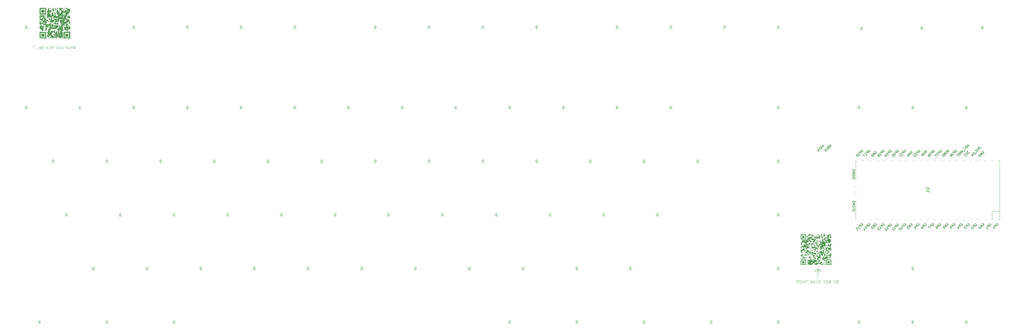
<source format=gbr>
%TF.GenerationSoftware,KiCad,Pcbnew,9.0.0*%
%TF.CreationDate,2025-03-26T17:33:26+05:30*%
%TF.ProjectId,RoyBoard,526f7942-6f61-4726-942e-6b696361645f,rev?*%
%TF.SameCoordinates,Original*%
%TF.FileFunction,Legend,Bot*%
%TF.FilePolarity,Positive*%
%FSLAX46Y46*%
G04 Gerber Fmt 4.6, Leading zero omitted, Abs format (unit mm)*
G04 Created by KiCad (PCBNEW 9.0.0) date 2025-03-26 17:33:26*
%MOMM*%
%LPD*%
G01*
G04 APERTURE LIST*
%ADD10C,0.100000*%
%ADD11C,0.150000*%
%ADD12C,0.000000*%
%ADD13C,0.120000*%
G04 APERTURE END LIST*
D10*
X345581115Y-135182419D02*
X345581115Y-134182419D01*
X345581115Y-134182419D02*
X345343020Y-134182419D01*
X345343020Y-134182419D02*
X345200163Y-134230038D01*
X345200163Y-134230038D02*
X345104925Y-134325276D01*
X345104925Y-134325276D02*
X345057306Y-134420514D01*
X345057306Y-134420514D02*
X345009687Y-134610990D01*
X345009687Y-134610990D02*
X345009687Y-134753847D01*
X345009687Y-134753847D02*
X345057306Y-134944323D01*
X345057306Y-134944323D02*
X345104925Y-135039561D01*
X345104925Y-135039561D02*
X345200163Y-135134800D01*
X345200163Y-135134800D02*
X345343020Y-135182419D01*
X345343020Y-135182419D02*
X345581115Y-135182419D01*
X344390639Y-134182419D02*
X344200163Y-134182419D01*
X344200163Y-134182419D02*
X344104925Y-134230038D01*
X344104925Y-134230038D02*
X344009687Y-134325276D01*
X344009687Y-134325276D02*
X343962068Y-134515752D01*
X343962068Y-134515752D02*
X343962068Y-134849085D01*
X343962068Y-134849085D02*
X344009687Y-135039561D01*
X344009687Y-135039561D02*
X344104925Y-135134800D01*
X344104925Y-135134800D02*
X344200163Y-135182419D01*
X344200163Y-135182419D02*
X344390639Y-135182419D01*
X344390639Y-135182419D02*
X344485877Y-135134800D01*
X344485877Y-135134800D02*
X344581115Y-135039561D01*
X344581115Y-135039561D02*
X344628734Y-134849085D01*
X344628734Y-134849085D02*
X344628734Y-134515752D01*
X344628734Y-134515752D02*
X344581115Y-134325276D01*
X344581115Y-134325276D02*
X344485877Y-134230038D01*
X344485877Y-134230038D02*
X344390639Y-134182419D01*
X342771591Y-135182419D02*
X342771591Y-134182419D01*
X342771591Y-134182419D02*
X342200163Y-135182419D01*
X342200163Y-135182419D02*
X342200163Y-134182419D01*
X341533496Y-134182419D02*
X341343020Y-134182419D01*
X341343020Y-134182419D02*
X341247782Y-134230038D01*
X341247782Y-134230038D02*
X341152544Y-134325276D01*
X341152544Y-134325276D02*
X341104925Y-134515752D01*
X341104925Y-134515752D02*
X341104925Y-134849085D01*
X341104925Y-134849085D02*
X341152544Y-135039561D01*
X341152544Y-135039561D02*
X341247782Y-135134800D01*
X341247782Y-135134800D02*
X341343020Y-135182419D01*
X341343020Y-135182419D02*
X341533496Y-135182419D01*
X341533496Y-135182419D02*
X341628734Y-135134800D01*
X341628734Y-135134800D02*
X341723972Y-135039561D01*
X341723972Y-135039561D02*
X341771591Y-134849085D01*
X341771591Y-134849085D02*
X341771591Y-134515752D01*
X341771591Y-134515752D02*
X341723972Y-134325276D01*
X341723972Y-134325276D02*
X341628734Y-134230038D01*
X341628734Y-134230038D02*
X341533496Y-134182419D01*
X340819210Y-134182419D02*
X340247782Y-134182419D01*
X340533496Y-135182419D02*
X340533496Y-134182419D01*
X339200162Y-135134800D02*
X339057305Y-135182419D01*
X339057305Y-135182419D02*
X338819210Y-135182419D01*
X338819210Y-135182419D02*
X338723972Y-135134800D01*
X338723972Y-135134800D02*
X338676353Y-135087180D01*
X338676353Y-135087180D02*
X338628734Y-134991942D01*
X338628734Y-134991942D02*
X338628734Y-134896704D01*
X338628734Y-134896704D02*
X338676353Y-134801466D01*
X338676353Y-134801466D02*
X338723972Y-134753847D01*
X338723972Y-134753847D02*
X338819210Y-134706228D01*
X338819210Y-134706228D02*
X339009686Y-134658609D01*
X339009686Y-134658609D02*
X339104924Y-134610990D01*
X339104924Y-134610990D02*
X339152543Y-134563371D01*
X339152543Y-134563371D02*
X339200162Y-134468133D01*
X339200162Y-134468133D02*
X339200162Y-134372895D01*
X339200162Y-134372895D02*
X339152543Y-134277657D01*
X339152543Y-134277657D02*
X339104924Y-134230038D01*
X339104924Y-134230038D02*
X339009686Y-134182419D01*
X339009686Y-134182419D02*
X338771591Y-134182419D01*
X338771591Y-134182419D02*
X338628734Y-134230038D01*
X337628734Y-135087180D02*
X337676353Y-135134800D01*
X337676353Y-135134800D02*
X337819210Y-135182419D01*
X337819210Y-135182419D02*
X337914448Y-135182419D01*
X337914448Y-135182419D02*
X338057305Y-135134800D01*
X338057305Y-135134800D02*
X338152543Y-135039561D01*
X338152543Y-135039561D02*
X338200162Y-134944323D01*
X338200162Y-134944323D02*
X338247781Y-134753847D01*
X338247781Y-134753847D02*
X338247781Y-134610990D01*
X338247781Y-134610990D02*
X338200162Y-134420514D01*
X338200162Y-134420514D02*
X338152543Y-134325276D01*
X338152543Y-134325276D02*
X338057305Y-134230038D01*
X338057305Y-134230038D02*
X337914448Y-134182419D01*
X337914448Y-134182419D02*
X337819210Y-134182419D01*
X337819210Y-134182419D02*
X337676353Y-134230038D01*
X337676353Y-134230038D02*
X337628734Y-134277657D01*
X337247781Y-134896704D02*
X336771591Y-134896704D01*
X337343019Y-135182419D02*
X337009686Y-134182419D01*
X337009686Y-134182419D02*
X336676353Y-135182419D01*
X336343019Y-135182419D02*
X336343019Y-134182419D01*
X336343019Y-134182419D02*
X335771591Y-135182419D01*
X335771591Y-135182419D02*
X335771591Y-134182419D01*
X334676352Y-134182419D02*
X334104924Y-134182419D01*
X334390638Y-135182419D02*
X334390638Y-134182419D01*
X333771590Y-135182419D02*
X333771590Y-134182419D01*
X333771590Y-134658609D02*
X333200162Y-134658609D01*
X333200162Y-135182419D02*
X333200162Y-134182419D01*
X332723971Y-135182419D02*
X332723971Y-134182419D01*
X332295400Y-135134800D02*
X332152543Y-135182419D01*
X332152543Y-135182419D02*
X331914448Y-135182419D01*
X331914448Y-135182419D02*
X331819210Y-135134800D01*
X331819210Y-135134800D02*
X331771591Y-135087180D01*
X331771591Y-135087180D02*
X331723972Y-134991942D01*
X331723972Y-134991942D02*
X331723972Y-134896704D01*
X331723972Y-134896704D02*
X331771591Y-134801466D01*
X331771591Y-134801466D02*
X331819210Y-134753847D01*
X331819210Y-134753847D02*
X331914448Y-134706228D01*
X331914448Y-134706228D02*
X332104924Y-134658609D01*
X332104924Y-134658609D02*
X332200162Y-134610990D01*
X332200162Y-134610990D02*
X332247781Y-134563371D01*
X332247781Y-134563371D02*
X332295400Y-134468133D01*
X332295400Y-134468133D02*
X332295400Y-134372895D01*
X332295400Y-134372895D02*
X332247781Y-134277657D01*
X332247781Y-134277657D02*
X332200162Y-134230038D01*
X332200162Y-134230038D02*
X332104924Y-134182419D01*
X332104924Y-134182419D02*
X331866829Y-134182419D01*
X331866829Y-134182419D02*
X331723972Y-134230038D01*
X331295400Y-135087180D02*
X331247781Y-135134800D01*
X331247781Y-135134800D02*
X331295400Y-135182419D01*
X331295400Y-135182419D02*
X331343019Y-135134800D01*
X331343019Y-135134800D02*
X331295400Y-135087180D01*
X331295400Y-135087180D02*
X331295400Y-135182419D01*
X331295400Y-134801466D02*
X331343019Y-134230038D01*
X331343019Y-134230038D02*
X331295400Y-134182419D01*
X331295400Y-134182419D02*
X331247781Y-134230038D01*
X331247781Y-134230038D02*
X331295400Y-134801466D01*
X331295400Y-134801466D02*
X331295400Y-134182419D01*
X330819210Y-135087180D02*
X330771591Y-135134800D01*
X330771591Y-135134800D02*
X330819210Y-135182419D01*
X330819210Y-135182419D02*
X330866829Y-135134800D01*
X330866829Y-135134800D02*
X330819210Y-135087180D01*
X330819210Y-135087180D02*
X330819210Y-135182419D01*
X330819210Y-134801466D02*
X330866829Y-134230038D01*
X330866829Y-134230038D02*
X330819210Y-134182419D01*
X330819210Y-134182419D02*
X330771591Y-134230038D01*
X330771591Y-134230038D02*
X330819210Y-134801466D01*
X330819210Y-134801466D02*
X330819210Y-134182419D01*
X338335000Y-130490000D02*
X338335000Y-131190000D01*
X338305000Y-130520000D02*
X338335000Y-130490000D01*
X338335000Y-130490000D02*
X338305000Y-130520000D01*
X337285000Y-130980000D02*
X338335000Y-130490000D01*
X339565000Y-131050000D02*
X338318006Y-130445000D01*
X338325000Y-129840000D02*
X339565000Y-131050000D01*
X337285000Y-130980000D02*
X338325000Y-129840000D01*
X338325000Y-129840000D02*
X337285000Y-130980000D01*
X338285000Y-133300000D02*
X338325000Y-129840000D01*
X74946353Y-50922419D02*
X74708258Y-51922419D01*
X74708258Y-51922419D02*
X74517782Y-51208133D01*
X74517782Y-51208133D02*
X74327306Y-51922419D01*
X74327306Y-51922419D02*
X74089211Y-50922419D01*
X73708258Y-51922419D02*
X73708258Y-50922419D01*
X73279687Y-51922419D02*
X73279687Y-51398609D01*
X73279687Y-51398609D02*
X73327306Y-51303371D01*
X73327306Y-51303371D02*
X73422544Y-51255752D01*
X73422544Y-51255752D02*
X73565401Y-51255752D01*
X73565401Y-51255752D02*
X73660639Y-51303371D01*
X73660639Y-51303371D02*
X73708258Y-51350990D01*
X72374925Y-51922419D02*
X72374925Y-51398609D01*
X72374925Y-51398609D02*
X72422544Y-51303371D01*
X72422544Y-51303371D02*
X72517782Y-51255752D01*
X72517782Y-51255752D02*
X72708258Y-51255752D01*
X72708258Y-51255752D02*
X72803496Y-51303371D01*
X72374925Y-51874800D02*
X72470163Y-51922419D01*
X72470163Y-51922419D02*
X72708258Y-51922419D01*
X72708258Y-51922419D02*
X72803496Y-51874800D01*
X72803496Y-51874800D02*
X72851115Y-51779561D01*
X72851115Y-51779561D02*
X72851115Y-51684323D01*
X72851115Y-51684323D02*
X72803496Y-51589085D01*
X72803496Y-51589085D02*
X72708258Y-51541466D01*
X72708258Y-51541466D02*
X72470163Y-51541466D01*
X72470163Y-51541466D02*
X72374925Y-51493847D01*
X72041591Y-51255752D02*
X71660639Y-51255752D01*
X71898734Y-50922419D02*
X71898734Y-51779561D01*
X71898734Y-51779561D02*
X71851115Y-51874800D01*
X71851115Y-51874800D02*
X71755877Y-51922419D01*
X71755877Y-51922419D02*
X71660639Y-51922419D01*
X70136829Y-51874800D02*
X70232067Y-51922419D01*
X70232067Y-51922419D02*
X70422543Y-51922419D01*
X70422543Y-51922419D02*
X70517781Y-51874800D01*
X70517781Y-51874800D02*
X70565400Y-51827180D01*
X70565400Y-51827180D02*
X70613019Y-51731942D01*
X70613019Y-51731942D02*
X70613019Y-51446228D01*
X70613019Y-51446228D02*
X70565400Y-51350990D01*
X70565400Y-51350990D02*
X70517781Y-51303371D01*
X70517781Y-51303371D02*
X70422543Y-51255752D01*
X70422543Y-51255752D02*
X70232067Y-51255752D01*
X70232067Y-51255752D02*
X70136829Y-51303371D01*
X69279686Y-51922419D02*
X69279686Y-51398609D01*
X69279686Y-51398609D02*
X69327305Y-51303371D01*
X69327305Y-51303371D02*
X69422543Y-51255752D01*
X69422543Y-51255752D02*
X69613019Y-51255752D01*
X69613019Y-51255752D02*
X69708257Y-51303371D01*
X69279686Y-51874800D02*
X69374924Y-51922419D01*
X69374924Y-51922419D02*
X69613019Y-51922419D01*
X69613019Y-51922419D02*
X69708257Y-51874800D01*
X69708257Y-51874800D02*
X69755876Y-51779561D01*
X69755876Y-51779561D02*
X69755876Y-51684323D01*
X69755876Y-51684323D02*
X69708257Y-51589085D01*
X69708257Y-51589085D02*
X69613019Y-51541466D01*
X69613019Y-51541466D02*
X69374924Y-51541466D01*
X69374924Y-51541466D02*
X69279686Y-51493847D01*
X68803495Y-51255752D02*
X68803495Y-51922419D01*
X68803495Y-51350990D02*
X68755876Y-51303371D01*
X68755876Y-51303371D02*
X68660638Y-51255752D01*
X68660638Y-51255752D02*
X68517781Y-51255752D01*
X68517781Y-51255752D02*
X68422543Y-51303371D01*
X68422543Y-51303371D02*
X68374924Y-51398609D01*
X68374924Y-51398609D02*
X68374924Y-51922419D01*
X67279685Y-51255752D02*
X66898733Y-51255752D01*
X67136828Y-50922419D02*
X67136828Y-51779561D01*
X67136828Y-51779561D02*
X67089209Y-51874800D01*
X67089209Y-51874800D02*
X66993971Y-51922419D01*
X66993971Y-51922419D02*
X66898733Y-51922419D01*
X66565399Y-51922419D02*
X66565399Y-50922419D01*
X66136828Y-51922419D02*
X66136828Y-51398609D01*
X66136828Y-51398609D02*
X66184447Y-51303371D01*
X66184447Y-51303371D02*
X66279685Y-51255752D01*
X66279685Y-51255752D02*
X66422542Y-51255752D01*
X66422542Y-51255752D02*
X66517780Y-51303371D01*
X66517780Y-51303371D02*
X66565399Y-51350990D01*
X65660637Y-51922419D02*
X65660637Y-51255752D01*
X65660637Y-50922419D02*
X65708256Y-50970038D01*
X65708256Y-50970038D02*
X65660637Y-51017657D01*
X65660637Y-51017657D02*
X65613018Y-50970038D01*
X65613018Y-50970038D02*
X65660637Y-50922419D01*
X65660637Y-50922419D02*
X65660637Y-51017657D01*
X65232066Y-51874800D02*
X65136828Y-51922419D01*
X65136828Y-51922419D02*
X64946352Y-51922419D01*
X64946352Y-51922419D02*
X64851114Y-51874800D01*
X64851114Y-51874800D02*
X64803495Y-51779561D01*
X64803495Y-51779561D02*
X64803495Y-51731942D01*
X64803495Y-51731942D02*
X64851114Y-51636704D01*
X64851114Y-51636704D02*
X64946352Y-51589085D01*
X64946352Y-51589085D02*
X65089209Y-51589085D01*
X65089209Y-51589085D02*
X65184447Y-51541466D01*
X65184447Y-51541466D02*
X65232066Y-51446228D01*
X65232066Y-51446228D02*
X65232066Y-51398609D01*
X65232066Y-51398609D02*
X65184447Y-51303371D01*
X65184447Y-51303371D02*
X65089209Y-51255752D01*
X65089209Y-51255752D02*
X64946352Y-51255752D01*
X64946352Y-51255752D02*
X64851114Y-51303371D01*
X63613018Y-51922419D02*
X63613018Y-50922419D01*
X63613018Y-51303371D02*
X63517780Y-51255752D01*
X63517780Y-51255752D02*
X63327304Y-51255752D01*
X63327304Y-51255752D02*
X63232066Y-51303371D01*
X63232066Y-51303371D02*
X63184447Y-51350990D01*
X63184447Y-51350990D02*
X63136828Y-51446228D01*
X63136828Y-51446228D02*
X63136828Y-51731942D01*
X63136828Y-51731942D02*
X63184447Y-51827180D01*
X63184447Y-51827180D02*
X63232066Y-51874800D01*
X63232066Y-51874800D02*
X63327304Y-51922419D01*
X63327304Y-51922419D02*
X63517780Y-51922419D01*
X63517780Y-51922419D02*
X63613018Y-51874800D01*
X62327304Y-51874800D02*
X62422542Y-51922419D01*
X62422542Y-51922419D02*
X62613018Y-51922419D01*
X62613018Y-51922419D02*
X62708256Y-51874800D01*
X62708256Y-51874800D02*
X62755875Y-51779561D01*
X62755875Y-51779561D02*
X62755875Y-51398609D01*
X62755875Y-51398609D02*
X62708256Y-51303371D01*
X62708256Y-51303371D02*
X62613018Y-51255752D01*
X62613018Y-51255752D02*
X62422542Y-51255752D01*
X62422542Y-51255752D02*
X62327304Y-51303371D01*
X62327304Y-51303371D02*
X62279685Y-51398609D01*
X62279685Y-51398609D02*
X62279685Y-51493847D01*
X62279685Y-51493847D02*
X62755875Y-51589085D01*
X61851113Y-51827180D02*
X61803494Y-51874800D01*
X61803494Y-51874800D02*
X61851113Y-51922419D01*
X61851113Y-51922419D02*
X61898732Y-51874800D01*
X61898732Y-51874800D02*
X61851113Y-51827180D01*
X61851113Y-51827180D02*
X61851113Y-51922419D01*
X61374923Y-51827180D02*
X61327304Y-51874800D01*
X61327304Y-51874800D02*
X61374923Y-51922419D01*
X61374923Y-51922419D02*
X61422542Y-51874800D01*
X61422542Y-51874800D02*
X61374923Y-51827180D01*
X61374923Y-51827180D02*
X61374923Y-51922419D01*
X60898733Y-51827180D02*
X60851114Y-51874800D01*
X60851114Y-51874800D02*
X60898733Y-51922419D01*
X60898733Y-51922419D02*
X60946352Y-51874800D01*
X60946352Y-51874800D02*
X60898733Y-51827180D01*
X60898733Y-51827180D02*
X60898733Y-51922419D01*
X60279686Y-51827180D02*
X60232067Y-51874800D01*
X60232067Y-51874800D02*
X60279686Y-51922419D01*
X60279686Y-51922419D02*
X60327305Y-51874800D01*
X60327305Y-51874800D02*
X60279686Y-51827180D01*
X60279686Y-51827180D02*
X60279686Y-51922419D01*
X60470162Y-50970038D02*
X60374924Y-50922419D01*
X60374924Y-50922419D02*
X60136829Y-50922419D01*
X60136829Y-50922419D02*
X60041591Y-50970038D01*
X60041591Y-50970038D02*
X59993972Y-51065276D01*
X59993972Y-51065276D02*
X59993972Y-51160514D01*
X59993972Y-51160514D02*
X60041591Y-51255752D01*
X60041591Y-51255752D02*
X60089210Y-51303371D01*
X60089210Y-51303371D02*
X60184448Y-51350990D01*
X60184448Y-51350990D02*
X60232067Y-51398609D01*
X60232067Y-51398609D02*
X60279686Y-51493847D01*
X60279686Y-51493847D02*
X60279686Y-51541466D01*
D11*
X376731069Y-101316845D02*
X377540592Y-101316845D01*
X377540592Y-101316845D02*
X377635830Y-101364464D01*
X377635830Y-101364464D02*
X377683450Y-101412083D01*
X377683450Y-101412083D02*
X377731069Y-101507321D01*
X377731069Y-101507321D02*
X377731069Y-101697797D01*
X377731069Y-101697797D02*
X377683450Y-101793035D01*
X377683450Y-101793035D02*
X377635830Y-101840654D01*
X377635830Y-101840654D02*
X377540592Y-101888273D01*
X377540592Y-101888273D02*
X376731069Y-101888273D01*
X377731069Y-102888273D02*
X377731069Y-102316845D01*
X377731069Y-102602559D02*
X376731069Y-102602559D01*
X376731069Y-102602559D02*
X376873926Y-102507321D01*
X376873926Y-102507321D02*
X376969164Y-102412083D01*
X376969164Y-102412083D02*
X377016783Y-102316845D01*
X361157118Y-114176748D02*
X361184055Y-114095935D01*
X361184055Y-114095935D02*
X361264868Y-114015123D01*
X361264868Y-114015123D02*
X361372617Y-113961248D01*
X361372617Y-113961248D02*
X361480367Y-113961248D01*
X361480367Y-113961248D02*
X361561179Y-113988186D01*
X361561179Y-113988186D02*
X361695866Y-114068998D01*
X361695866Y-114068998D02*
X361776678Y-114149810D01*
X361776678Y-114149810D02*
X361857491Y-114284497D01*
X361857491Y-114284497D02*
X361884428Y-114365310D01*
X361884428Y-114365310D02*
X361884428Y-114473059D01*
X361884428Y-114473059D02*
X361830553Y-114580809D01*
X361830553Y-114580809D02*
X361776678Y-114634684D01*
X361776678Y-114634684D02*
X361668929Y-114688558D01*
X361668929Y-114688558D02*
X361615054Y-114688558D01*
X361615054Y-114688558D02*
X361426492Y-114499997D01*
X361426492Y-114499997D02*
X361534242Y-114392247D01*
X361426492Y-114984870D02*
X360860807Y-114419184D01*
X360860807Y-114419184D02*
X360645307Y-114634684D01*
X360645307Y-114634684D02*
X360618370Y-114715496D01*
X360618370Y-114715496D02*
X360618370Y-114769371D01*
X360618370Y-114769371D02*
X360645307Y-114850183D01*
X360645307Y-114850183D02*
X360726120Y-114930995D01*
X360726120Y-114930995D02*
X360806932Y-114957932D01*
X360806932Y-114957932D02*
X360860807Y-114957932D01*
X360860807Y-114957932D02*
X360941619Y-114930995D01*
X360941619Y-114930995D02*
X361157118Y-114715496D01*
X360564495Y-115846867D02*
X360887744Y-115523618D01*
X360726120Y-115685242D02*
X360160434Y-115119557D01*
X360160434Y-115119557D02*
X360295121Y-115146494D01*
X360295121Y-115146494D02*
X360402871Y-115146494D01*
X360402871Y-115146494D02*
X360483683Y-115119557D01*
X359810248Y-115469743D02*
X359460062Y-115819929D01*
X359460062Y-115819929D02*
X359864123Y-115846867D01*
X359864123Y-115846867D02*
X359783310Y-115927679D01*
X359783310Y-115927679D02*
X359756373Y-116008491D01*
X359756373Y-116008491D02*
X359756373Y-116062366D01*
X359756373Y-116062366D02*
X359783310Y-116143178D01*
X359783310Y-116143178D02*
X359917997Y-116277865D01*
X359917997Y-116277865D02*
X359998810Y-116304803D01*
X359998810Y-116304803D02*
X360052684Y-116304803D01*
X360052684Y-116304803D02*
X360133497Y-116277865D01*
X360133497Y-116277865D02*
X360295121Y-116116241D01*
X360295121Y-116116241D02*
X360322058Y-116035429D01*
X360322058Y-116035429D02*
X360322058Y-115981554D01*
X376679960Y-88917401D02*
X376599148Y-88459466D01*
X377003209Y-88594153D02*
X376437524Y-88028467D01*
X376437524Y-88028467D02*
X376222025Y-88243966D01*
X376222025Y-88243966D02*
X376195087Y-88324779D01*
X376195087Y-88324779D02*
X376195087Y-88378653D01*
X376195087Y-88378653D02*
X376222025Y-88459466D01*
X376222025Y-88459466D02*
X376302837Y-88540278D01*
X376302837Y-88540278D02*
X376383649Y-88567215D01*
X376383649Y-88567215D02*
X376437524Y-88567215D01*
X376437524Y-88567215D02*
X376518336Y-88540278D01*
X376518336Y-88540278D02*
X376733835Y-88324779D01*
X375871838Y-88594153D02*
X376329774Y-89052088D01*
X376329774Y-89052088D02*
X376356712Y-89132901D01*
X376356712Y-89132901D02*
X376356712Y-89186775D01*
X376356712Y-89186775D02*
X376329774Y-89267588D01*
X376329774Y-89267588D02*
X376222025Y-89375337D01*
X376222025Y-89375337D02*
X376141212Y-89402275D01*
X376141212Y-89402275D02*
X376087338Y-89402275D01*
X376087338Y-89402275D02*
X376006525Y-89375337D01*
X376006525Y-89375337D02*
X375548590Y-88917401D01*
X375844901Y-89752461D02*
X375279216Y-89186775D01*
X375279216Y-89186775D02*
X375521652Y-90075709D01*
X375521652Y-90075709D02*
X374955967Y-89510024D01*
X358374681Y-88565185D02*
X358401618Y-88484373D01*
X358401618Y-88484373D02*
X358482430Y-88403561D01*
X358482430Y-88403561D02*
X358590180Y-88349686D01*
X358590180Y-88349686D02*
X358697930Y-88349686D01*
X358697930Y-88349686D02*
X358778742Y-88376623D01*
X358778742Y-88376623D02*
X358913429Y-88457435D01*
X358913429Y-88457435D02*
X358994241Y-88538248D01*
X358994241Y-88538248D02*
X359075053Y-88672935D01*
X359075053Y-88672935D02*
X359101991Y-88753747D01*
X359101991Y-88753747D02*
X359101991Y-88861496D01*
X359101991Y-88861496D02*
X359048116Y-88969246D01*
X359048116Y-88969246D02*
X358994241Y-89023121D01*
X358994241Y-89023121D02*
X358886491Y-89076996D01*
X358886491Y-89076996D02*
X358832617Y-89076996D01*
X358832617Y-89076996D02*
X358644055Y-88888434D01*
X358644055Y-88888434D02*
X358751804Y-88780684D01*
X358644055Y-89373307D02*
X358078369Y-88807622D01*
X358078369Y-88807622D02*
X358320806Y-89696556D01*
X358320806Y-89696556D02*
X357755121Y-89130870D01*
X358051432Y-89965930D02*
X357485747Y-89400244D01*
X357485747Y-89400244D02*
X357351060Y-89534931D01*
X357351060Y-89534931D02*
X357297185Y-89642681D01*
X357297185Y-89642681D02*
X357297185Y-89750430D01*
X357297185Y-89750430D02*
X357324122Y-89831243D01*
X357324122Y-89831243D02*
X357404935Y-89965930D01*
X357404935Y-89965930D02*
X357485747Y-90046742D01*
X357485747Y-90046742D02*
X357620434Y-90127554D01*
X357620434Y-90127554D02*
X357701246Y-90154491D01*
X357701246Y-90154491D02*
X357808996Y-90154491D01*
X357808996Y-90154491D02*
X357916745Y-90100617D01*
X357916745Y-90100617D02*
X358051432Y-89965930D01*
X351400450Y-105969225D02*
X351438545Y-106083511D01*
X351438545Y-106083511D02*
X351438545Y-106273987D01*
X351438545Y-106273987D02*
X351400450Y-106350178D01*
X351400450Y-106350178D02*
X351362354Y-106388273D01*
X351362354Y-106388273D02*
X351286164Y-106426368D01*
X351286164Y-106426368D02*
X351209973Y-106426368D01*
X351209973Y-106426368D02*
X351133783Y-106388273D01*
X351133783Y-106388273D02*
X351095688Y-106350178D01*
X351095688Y-106350178D02*
X351057592Y-106273987D01*
X351057592Y-106273987D02*
X351019497Y-106121606D01*
X351019497Y-106121606D02*
X350981402Y-106045416D01*
X350981402Y-106045416D02*
X350943307Y-106007321D01*
X350943307Y-106007321D02*
X350867116Y-105969225D01*
X350867116Y-105969225D02*
X350790926Y-105969225D01*
X350790926Y-105969225D02*
X350714735Y-106007321D01*
X350714735Y-106007321D02*
X350676640Y-106045416D01*
X350676640Y-106045416D02*
X350638545Y-106121606D01*
X350638545Y-106121606D02*
X350638545Y-106312083D01*
X350638545Y-106312083D02*
X350676640Y-106426368D01*
X350638545Y-106693035D02*
X351438545Y-106883511D01*
X351438545Y-106883511D02*
X350867116Y-107035892D01*
X350867116Y-107035892D02*
X351438545Y-107188273D01*
X351438545Y-107188273D02*
X350638545Y-107378750D01*
X351362354Y-108140655D02*
X351400450Y-108102559D01*
X351400450Y-108102559D02*
X351438545Y-107988274D01*
X351438545Y-107988274D02*
X351438545Y-107912083D01*
X351438545Y-107912083D02*
X351400450Y-107797797D01*
X351400450Y-107797797D02*
X351324259Y-107721607D01*
X351324259Y-107721607D02*
X351248069Y-107683512D01*
X351248069Y-107683512D02*
X351095688Y-107645416D01*
X351095688Y-107645416D02*
X350981402Y-107645416D01*
X350981402Y-107645416D02*
X350829021Y-107683512D01*
X350829021Y-107683512D02*
X350752830Y-107721607D01*
X350752830Y-107721607D02*
X350676640Y-107797797D01*
X350676640Y-107797797D02*
X350638545Y-107912083D01*
X350638545Y-107912083D02*
X350638545Y-107988274D01*
X350638545Y-107988274D02*
X350676640Y-108102559D01*
X350676640Y-108102559D02*
X350714735Y-108140655D01*
X351438545Y-108864464D02*
X351438545Y-108483512D01*
X351438545Y-108483512D02*
X350638545Y-108483512D01*
X351438545Y-109131131D02*
X350638545Y-109131131D01*
X351438545Y-109588274D02*
X350981402Y-109245416D01*
X350638545Y-109588274D02*
X351095688Y-109131131D01*
X384717490Y-88122623D02*
X384448116Y-88391997D01*
X384932989Y-88230373D02*
X384178742Y-87853249D01*
X384178742Y-87853249D02*
X384555865Y-88607496D01*
X383532244Y-88553621D02*
X383559182Y-88472809D01*
X383559182Y-88472809D02*
X383639994Y-88391997D01*
X383639994Y-88391997D02*
X383747744Y-88338122D01*
X383747744Y-88338122D02*
X383855493Y-88338122D01*
X383855493Y-88338122D02*
X383936305Y-88365060D01*
X383936305Y-88365060D02*
X384070992Y-88445872D01*
X384070992Y-88445872D02*
X384151805Y-88526684D01*
X384151805Y-88526684D02*
X384232617Y-88661371D01*
X384232617Y-88661371D02*
X384259554Y-88742183D01*
X384259554Y-88742183D02*
X384259554Y-88849933D01*
X384259554Y-88849933D02*
X384205679Y-88957682D01*
X384205679Y-88957682D02*
X384151805Y-89011557D01*
X384151805Y-89011557D02*
X384044055Y-89065432D01*
X384044055Y-89065432D02*
X383990180Y-89065432D01*
X383990180Y-89065432D02*
X383801618Y-88876870D01*
X383801618Y-88876870D02*
X383909368Y-88769121D01*
X383801618Y-89361743D02*
X383235933Y-88796058D01*
X383235933Y-88796058D02*
X383478370Y-89684992D01*
X383478370Y-89684992D02*
X382912684Y-89119307D01*
X383208996Y-89954366D02*
X382643310Y-89388681D01*
X382643310Y-89388681D02*
X382508623Y-89523368D01*
X382508623Y-89523368D02*
X382454748Y-89631117D01*
X382454748Y-89631117D02*
X382454748Y-89738867D01*
X382454748Y-89738867D02*
X382481686Y-89819679D01*
X382481686Y-89819679D02*
X382562498Y-89954366D01*
X382562498Y-89954366D02*
X382643310Y-90035178D01*
X382643310Y-90035178D02*
X382777997Y-90115991D01*
X382777997Y-90115991D02*
X382858810Y-90142928D01*
X382858810Y-90142928D02*
X382966559Y-90142928D01*
X382966559Y-90142928D02*
X383074309Y-90089053D01*
X383074309Y-90089053D02*
X383208996Y-89954366D01*
X371074681Y-114165185D02*
X371101618Y-114084373D01*
X371101618Y-114084373D02*
X371182430Y-114003561D01*
X371182430Y-114003561D02*
X371290180Y-113949686D01*
X371290180Y-113949686D02*
X371397930Y-113949686D01*
X371397930Y-113949686D02*
X371478742Y-113976623D01*
X371478742Y-113976623D02*
X371613429Y-114057435D01*
X371613429Y-114057435D02*
X371694241Y-114138248D01*
X371694241Y-114138248D02*
X371775053Y-114272935D01*
X371775053Y-114272935D02*
X371801991Y-114353747D01*
X371801991Y-114353747D02*
X371801991Y-114461496D01*
X371801991Y-114461496D02*
X371748116Y-114569246D01*
X371748116Y-114569246D02*
X371694241Y-114623121D01*
X371694241Y-114623121D02*
X371586491Y-114676996D01*
X371586491Y-114676996D02*
X371532617Y-114676996D01*
X371532617Y-114676996D02*
X371344055Y-114488434D01*
X371344055Y-114488434D02*
X371451804Y-114380684D01*
X371344055Y-114973307D02*
X370778369Y-114407622D01*
X370778369Y-114407622D02*
X371020806Y-115296556D01*
X371020806Y-115296556D02*
X370455121Y-114730870D01*
X370751432Y-115565930D02*
X370185747Y-115000244D01*
X370185747Y-115000244D02*
X370051060Y-115134931D01*
X370051060Y-115134931D02*
X369997185Y-115242681D01*
X369997185Y-115242681D02*
X369997185Y-115350430D01*
X369997185Y-115350430D02*
X370024122Y-115431243D01*
X370024122Y-115431243D02*
X370104935Y-115565930D01*
X370104935Y-115565930D02*
X370185747Y-115646742D01*
X370185747Y-115646742D02*
X370320434Y-115727554D01*
X370320434Y-115727554D02*
X370401246Y-115754491D01*
X370401246Y-115754491D02*
X370508996Y-115754491D01*
X370508996Y-115754491D02*
X370616745Y-115700617D01*
X370616745Y-115700617D02*
X370751432Y-115565930D01*
X366237118Y-114322748D02*
X366264055Y-114241935D01*
X366264055Y-114241935D02*
X366344868Y-114161123D01*
X366344868Y-114161123D02*
X366452617Y-114107248D01*
X366452617Y-114107248D02*
X366560367Y-114107248D01*
X366560367Y-114107248D02*
X366641179Y-114134186D01*
X366641179Y-114134186D02*
X366775866Y-114214998D01*
X366775866Y-114214998D02*
X366856678Y-114295810D01*
X366856678Y-114295810D02*
X366937491Y-114430497D01*
X366937491Y-114430497D02*
X366964428Y-114511310D01*
X366964428Y-114511310D02*
X366964428Y-114619059D01*
X366964428Y-114619059D02*
X366910553Y-114726809D01*
X366910553Y-114726809D02*
X366856678Y-114780684D01*
X366856678Y-114780684D02*
X366748929Y-114834558D01*
X366748929Y-114834558D02*
X366695054Y-114834558D01*
X366695054Y-114834558D02*
X366506492Y-114645997D01*
X366506492Y-114645997D02*
X366614242Y-114538247D01*
X366506492Y-115130870D02*
X365940807Y-114565184D01*
X365940807Y-114565184D02*
X365725307Y-114780684D01*
X365725307Y-114780684D02*
X365698370Y-114861496D01*
X365698370Y-114861496D02*
X365698370Y-114915371D01*
X365698370Y-114915371D02*
X365725307Y-114996183D01*
X365725307Y-114996183D02*
X365806120Y-115076995D01*
X365806120Y-115076995D02*
X365886932Y-115103932D01*
X365886932Y-115103932D02*
X365940807Y-115103932D01*
X365940807Y-115103932D02*
X366021619Y-115076995D01*
X366021619Y-115076995D02*
X366237118Y-114861496D01*
X365644495Y-115992867D02*
X365967744Y-115669618D01*
X365806120Y-115831242D02*
X365240434Y-115265557D01*
X365240434Y-115265557D02*
X365375121Y-115292494D01*
X365375121Y-115292494D02*
X365482871Y-115292494D01*
X365482871Y-115292494D02*
X365563683Y-115265557D01*
X365105747Y-116531615D02*
X365428996Y-116208366D01*
X365267371Y-116369990D02*
X364701686Y-115804305D01*
X364701686Y-115804305D02*
X364836373Y-115831242D01*
X364836373Y-115831242D02*
X364944123Y-115831242D01*
X364944123Y-115831242D02*
X365024935Y-115804305D01*
X391567118Y-88168873D02*
X391216932Y-88519059D01*
X391216932Y-88519059D02*
X391620993Y-88545997D01*
X391620993Y-88545997D02*
X391540181Y-88626809D01*
X391540181Y-88626809D02*
X391513243Y-88707621D01*
X391513243Y-88707621D02*
X391513243Y-88761496D01*
X391513243Y-88761496D02*
X391540181Y-88842308D01*
X391540181Y-88842308D02*
X391674868Y-88976995D01*
X391674868Y-88976995D02*
X391755680Y-89003932D01*
X391755680Y-89003932D02*
X391809555Y-89003932D01*
X391809555Y-89003932D02*
X391890367Y-88976995D01*
X391890367Y-88976995D02*
X392051991Y-88815371D01*
X392051991Y-88815371D02*
X392078929Y-88734558D01*
X392078929Y-88734558D02*
X392078929Y-88680684D01*
X391055307Y-88680684D02*
X391432431Y-89434931D01*
X391432431Y-89434931D02*
X390678184Y-89057807D01*
X390543497Y-89192494D02*
X390193311Y-89542680D01*
X390193311Y-89542680D02*
X390597372Y-89569618D01*
X390597372Y-89569618D02*
X390516559Y-89650430D01*
X390516559Y-89650430D02*
X390489622Y-89731242D01*
X390489622Y-89731242D02*
X390489622Y-89785117D01*
X390489622Y-89785117D02*
X390516559Y-89865929D01*
X390516559Y-89865929D02*
X390651246Y-90000616D01*
X390651246Y-90000616D02*
X390732059Y-90027554D01*
X390732059Y-90027554D02*
X390785933Y-90027554D01*
X390785933Y-90027554D02*
X390866746Y-90000616D01*
X390866746Y-90000616D02*
X391028370Y-89838992D01*
X391028370Y-89838992D02*
X391055307Y-89758180D01*
X391055307Y-89758180D02*
X391055307Y-89704305D01*
X363697118Y-114322748D02*
X363724055Y-114241935D01*
X363724055Y-114241935D02*
X363804868Y-114161123D01*
X363804868Y-114161123D02*
X363912617Y-114107248D01*
X363912617Y-114107248D02*
X364020367Y-114107248D01*
X364020367Y-114107248D02*
X364101179Y-114134186D01*
X364101179Y-114134186D02*
X364235866Y-114214998D01*
X364235866Y-114214998D02*
X364316678Y-114295810D01*
X364316678Y-114295810D02*
X364397491Y-114430497D01*
X364397491Y-114430497D02*
X364424428Y-114511310D01*
X364424428Y-114511310D02*
X364424428Y-114619059D01*
X364424428Y-114619059D02*
X364370553Y-114726809D01*
X364370553Y-114726809D02*
X364316678Y-114780684D01*
X364316678Y-114780684D02*
X364208929Y-114834558D01*
X364208929Y-114834558D02*
X364155054Y-114834558D01*
X364155054Y-114834558D02*
X363966492Y-114645997D01*
X363966492Y-114645997D02*
X364074242Y-114538247D01*
X363966492Y-115130870D02*
X363400807Y-114565184D01*
X363400807Y-114565184D02*
X363185307Y-114780684D01*
X363185307Y-114780684D02*
X363158370Y-114861496D01*
X363158370Y-114861496D02*
X363158370Y-114915371D01*
X363158370Y-114915371D02*
X363185307Y-114996183D01*
X363185307Y-114996183D02*
X363266120Y-115076995D01*
X363266120Y-115076995D02*
X363346932Y-115103932D01*
X363346932Y-115103932D02*
X363400807Y-115103932D01*
X363400807Y-115103932D02*
X363481619Y-115076995D01*
X363481619Y-115076995D02*
X363697118Y-114861496D01*
X363104495Y-115992867D02*
X363427744Y-115669618D01*
X363266120Y-115831242D02*
X362700434Y-115265557D01*
X362700434Y-115265557D02*
X362835121Y-115292494D01*
X362835121Y-115292494D02*
X362942871Y-115292494D01*
X362942871Y-115292494D02*
X363023683Y-115265557D01*
X362377185Y-115696555D02*
X362323310Y-115696555D01*
X362323310Y-115696555D02*
X362242498Y-115723493D01*
X362242498Y-115723493D02*
X362107811Y-115858180D01*
X362107811Y-115858180D02*
X362080874Y-115938992D01*
X362080874Y-115938992D02*
X362080874Y-115992867D01*
X362080874Y-115992867D02*
X362107811Y-116073679D01*
X362107811Y-116073679D02*
X362161686Y-116127554D01*
X362161686Y-116127554D02*
X362269436Y-116181429D01*
X362269436Y-116181429D02*
X362915933Y-116181429D01*
X362915933Y-116181429D02*
X362565747Y-116531615D01*
X373857118Y-88068748D02*
X373884055Y-87987935D01*
X373884055Y-87987935D02*
X373964868Y-87907123D01*
X373964868Y-87907123D02*
X374072617Y-87853248D01*
X374072617Y-87853248D02*
X374180367Y-87853248D01*
X374180367Y-87853248D02*
X374261179Y-87880186D01*
X374261179Y-87880186D02*
X374395866Y-87960998D01*
X374395866Y-87960998D02*
X374476678Y-88041810D01*
X374476678Y-88041810D02*
X374557491Y-88176497D01*
X374557491Y-88176497D02*
X374584428Y-88257310D01*
X374584428Y-88257310D02*
X374584428Y-88365059D01*
X374584428Y-88365059D02*
X374530553Y-88472809D01*
X374530553Y-88472809D02*
X374476678Y-88526684D01*
X374476678Y-88526684D02*
X374368929Y-88580558D01*
X374368929Y-88580558D02*
X374315054Y-88580558D01*
X374315054Y-88580558D02*
X374126492Y-88391997D01*
X374126492Y-88391997D02*
X374234242Y-88284247D01*
X374126492Y-88876870D02*
X373560807Y-88311184D01*
X373560807Y-88311184D02*
X373345307Y-88526684D01*
X373345307Y-88526684D02*
X373318370Y-88607496D01*
X373318370Y-88607496D02*
X373318370Y-88661371D01*
X373318370Y-88661371D02*
X373345307Y-88742183D01*
X373345307Y-88742183D02*
X373426120Y-88822995D01*
X373426120Y-88822995D02*
X373506932Y-88849932D01*
X373506932Y-88849932D02*
X373560807Y-88849932D01*
X373560807Y-88849932D02*
X373641619Y-88822995D01*
X373641619Y-88822995D02*
X373857118Y-88607496D01*
X373075933Y-88903807D02*
X373022059Y-88903807D01*
X373022059Y-88903807D02*
X372941246Y-88930745D01*
X372941246Y-88930745D02*
X372806559Y-89065432D01*
X372806559Y-89065432D02*
X372779622Y-89146244D01*
X372779622Y-89146244D02*
X372779622Y-89200119D01*
X372779622Y-89200119D02*
X372806559Y-89280931D01*
X372806559Y-89280931D02*
X372860434Y-89334806D01*
X372860434Y-89334806D02*
X372968184Y-89388680D01*
X372968184Y-89388680D02*
X373614681Y-89388680D01*
X373614681Y-89388680D02*
X373264495Y-89738867D01*
X372537185Y-89442555D02*
X372483310Y-89442555D01*
X372483310Y-89442555D02*
X372402498Y-89469493D01*
X372402498Y-89469493D02*
X372267811Y-89604180D01*
X372267811Y-89604180D02*
X372240874Y-89684992D01*
X372240874Y-89684992D02*
X372240874Y-89738867D01*
X372240874Y-89738867D02*
X372267811Y-89819679D01*
X372267811Y-89819679D02*
X372321686Y-89873554D01*
X372321686Y-89873554D02*
X372429436Y-89927429D01*
X372429436Y-89927429D02*
X373075933Y-89927429D01*
X373075933Y-89927429D02*
X372725747Y-90277615D01*
X396474681Y-114165185D02*
X396501618Y-114084373D01*
X396501618Y-114084373D02*
X396582430Y-114003561D01*
X396582430Y-114003561D02*
X396690180Y-113949686D01*
X396690180Y-113949686D02*
X396797930Y-113949686D01*
X396797930Y-113949686D02*
X396878742Y-113976623D01*
X396878742Y-113976623D02*
X397013429Y-114057435D01*
X397013429Y-114057435D02*
X397094241Y-114138248D01*
X397094241Y-114138248D02*
X397175053Y-114272935D01*
X397175053Y-114272935D02*
X397201991Y-114353747D01*
X397201991Y-114353747D02*
X397201991Y-114461496D01*
X397201991Y-114461496D02*
X397148116Y-114569246D01*
X397148116Y-114569246D02*
X397094241Y-114623121D01*
X397094241Y-114623121D02*
X396986491Y-114676996D01*
X396986491Y-114676996D02*
X396932617Y-114676996D01*
X396932617Y-114676996D02*
X396744055Y-114488434D01*
X396744055Y-114488434D02*
X396851804Y-114380684D01*
X396744055Y-114973307D02*
X396178369Y-114407622D01*
X396178369Y-114407622D02*
X396420806Y-115296556D01*
X396420806Y-115296556D02*
X395855121Y-114730870D01*
X396151432Y-115565930D02*
X395585747Y-115000244D01*
X395585747Y-115000244D02*
X395451060Y-115134931D01*
X395451060Y-115134931D02*
X395397185Y-115242681D01*
X395397185Y-115242681D02*
X395397185Y-115350430D01*
X395397185Y-115350430D02*
X395424122Y-115431243D01*
X395424122Y-115431243D02*
X395504935Y-115565930D01*
X395504935Y-115565930D02*
X395585747Y-115646742D01*
X395585747Y-115646742D02*
X395720434Y-115727554D01*
X395720434Y-115727554D02*
X395801246Y-115754491D01*
X395801246Y-115754491D02*
X395908996Y-115754491D01*
X395908996Y-115754491D02*
X396016745Y-115700617D01*
X396016745Y-115700617D02*
X396151432Y-115565930D01*
X351400450Y-94783511D02*
X351438545Y-94897797D01*
X351438545Y-94897797D02*
X351438545Y-95088273D01*
X351438545Y-95088273D02*
X351400450Y-95164464D01*
X351400450Y-95164464D02*
X351362354Y-95202559D01*
X351362354Y-95202559D02*
X351286164Y-95240654D01*
X351286164Y-95240654D02*
X351209973Y-95240654D01*
X351209973Y-95240654D02*
X351133783Y-95202559D01*
X351133783Y-95202559D02*
X351095688Y-95164464D01*
X351095688Y-95164464D02*
X351057592Y-95088273D01*
X351057592Y-95088273D02*
X351019497Y-94935892D01*
X351019497Y-94935892D02*
X350981402Y-94859702D01*
X350981402Y-94859702D02*
X350943307Y-94821607D01*
X350943307Y-94821607D02*
X350867116Y-94783511D01*
X350867116Y-94783511D02*
X350790926Y-94783511D01*
X350790926Y-94783511D02*
X350714735Y-94821607D01*
X350714735Y-94821607D02*
X350676640Y-94859702D01*
X350676640Y-94859702D02*
X350638545Y-94935892D01*
X350638545Y-94935892D02*
X350638545Y-95126369D01*
X350638545Y-95126369D02*
X350676640Y-95240654D01*
X350638545Y-95507321D02*
X351438545Y-95697797D01*
X351438545Y-95697797D02*
X350867116Y-95850178D01*
X350867116Y-95850178D02*
X351438545Y-96002559D01*
X351438545Y-96002559D02*
X350638545Y-96193036D01*
X351438545Y-96497798D02*
X350638545Y-96497798D01*
X350638545Y-96497798D02*
X350638545Y-96688274D01*
X350638545Y-96688274D02*
X350676640Y-96802560D01*
X350676640Y-96802560D02*
X350752830Y-96878750D01*
X350752830Y-96878750D02*
X350829021Y-96916845D01*
X350829021Y-96916845D02*
X350981402Y-96954941D01*
X350981402Y-96954941D02*
X351095688Y-96954941D01*
X351095688Y-96954941D02*
X351248069Y-96916845D01*
X351248069Y-96916845D02*
X351324259Y-96878750D01*
X351324259Y-96878750D02*
X351400450Y-96802560D01*
X351400450Y-96802560D02*
X351438545Y-96688274D01*
X351438545Y-96688274D02*
X351438545Y-96497798D01*
X351438545Y-97297798D02*
X350638545Y-97297798D01*
X350638545Y-97831131D02*
X350638545Y-97983512D01*
X350638545Y-97983512D02*
X350676640Y-98059702D01*
X350676640Y-98059702D02*
X350752830Y-98135893D01*
X350752830Y-98135893D02*
X350905211Y-98173988D01*
X350905211Y-98173988D02*
X351171878Y-98173988D01*
X351171878Y-98173988D02*
X351324259Y-98135893D01*
X351324259Y-98135893D02*
X351400450Y-98059702D01*
X351400450Y-98059702D02*
X351438545Y-97983512D01*
X351438545Y-97983512D02*
X351438545Y-97831131D01*
X351438545Y-97831131D02*
X351400450Y-97754940D01*
X351400450Y-97754940D02*
X351324259Y-97678750D01*
X351324259Y-97678750D02*
X351171878Y-97640654D01*
X351171878Y-97640654D02*
X350905211Y-97640654D01*
X350905211Y-97640654D02*
X350752830Y-97678750D01*
X350752830Y-97678750D02*
X350676640Y-97754940D01*
X350676640Y-97754940D02*
X350638545Y-97831131D01*
X378697744Y-114092122D02*
X378724681Y-114011310D01*
X378724681Y-114011310D02*
X378805493Y-113930498D01*
X378805493Y-113930498D02*
X378913243Y-113876623D01*
X378913243Y-113876623D02*
X379020992Y-113876623D01*
X379020992Y-113876623D02*
X379101805Y-113903560D01*
X379101805Y-113903560D02*
X379236492Y-113984373D01*
X379236492Y-113984373D02*
X379317304Y-114065185D01*
X379317304Y-114065185D02*
X379398116Y-114199872D01*
X379398116Y-114199872D02*
X379425053Y-114280684D01*
X379425053Y-114280684D02*
X379425053Y-114388434D01*
X379425053Y-114388434D02*
X379371179Y-114496183D01*
X379371179Y-114496183D02*
X379317304Y-114550058D01*
X379317304Y-114550058D02*
X379209554Y-114603933D01*
X379209554Y-114603933D02*
X379155679Y-114603933D01*
X379155679Y-114603933D02*
X378967118Y-114415371D01*
X378967118Y-114415371D02*
X379074867Y-114307621D01*
X378967118Y-114900244D02*
X378401432Y-114334559D01*
X378401432Y-114334559D02*
X378185933Y-114550058D01*
X378185933Y-114550058D02*
X378158996Y-114630870D01*
X378158996Y-114630870D02*
X378158996Y-114684745D01*
X378158996Y-114684745D02*
X378185933Y-114765557D01*
X378185933Y-114765557D02*
X378266745Y-114846369D01*
X378266745Y-114846369D02*
X378347557Y-114873307D01*
X378347557Y-114873307D02*
X378401432Y-114873307D01*
X378401432Y-114873307D02*
X378482244Y-114846369D01*
X378482244Y-114846369D02*
X378697744Y-114630870D01*
X377889622Y-114846369D02*
X377512498Y-115223493D01*
X377512498Y-115223493D02*
X378320620Y-115546742D01*
X368767118Y-88068748D02*
X368794055Y-87987935D01*
X368794055Y-87987935D02*
X368874868Y-87907123D01*
X368874868Y-87907123D02*
X368982617Y-87853248D01*
X368982617Y-87853248D02*
X369090367Y-87853248D01*
X369090367Y-87853248D02*
X369171179Y-87880186D01*
X369171179Y-87880186D02*
X369305866Y-87960998D01*
X369305866Y-87960998D02*
X369386678Y-88041810D01*
X369386678Y-88041810D02*
X369467491Y-88176497D01*
X369467491Y-88176497D02*
X369494428Y-88257310D01*
X369494428Y-88257310D02*
X369494428Y-88365059D01*
X369494428Y-88365059D02*
X369440553Y-88472809D01*
X369440553Y-88472809D02*
X369386678Y-88526684D01*
X369386678Y-88526684D02*
X369278929Y-88580558D01*
X369278929Y-88580558D02*
X369225054Y-88580558D01*
X369225054Y-88580558D02*
X369036492Y-88391997D01*
X369036492Y-88391997D02*
X369144242Y-88284247D01*
X369036492Y-88876870D02*
X368470807Y-88311184D01*
X368470807Y-88311184D02*
X368255307Y-88526684D01*
X368255307Y-88526684D02*
X368228370Y-88607496D01*
X368228370Y-88607496D02*
X368228370Y-88661371D01*
X368228370Y-88661371D02*
X368255307Y-88742183D01*
X368255307Y-88742183D02*
X368336120Y-88822995D01*
X368336120Y-88822995D02*
X368416932Y-88849932D01*
X368416932Y-88849932D02*
X368470807Y-88849932D01*
X368470807Y-88849932D02*
X368551619Y-88822995D01*
X368551619Y-88822995D02*
X368767118Y-88607496D01*
X367985933Y-88903807D02*
X367932059Y-88903807D01*
X367932059Y-88903807D02*
X367851246Y-88930745D01*
X367851246Y-88930745D02*
X367716559Y-89065432D01*
X367716559Y-89065432D02*
X367689622Y-89146244D01*
X367689622Y-89146244D02*
X367689622Y-89200119D01*
X367689622Y-89200119D02*
X367716559Y-89280931D01*
X367716559Y-89280931D02*
X367770434Y-89334806D01*
X367770434Y-89334806D02*
X367878184Y-89388680D01*
X367878184Y-89388680D02*
X368524681Y-89388680D01*
X368524681Y-89388680D02*
X368174495Y-89738867D01*
X367635747Y-90277615D02*
X367958996Y-89954366D01*
X367797371Y-90115990D02*
X367231686Y-89550305D01*
X367231686Y-89550305D02*
X367366373Y-89577242D01*
X367366373Y-89577242D02*
X367474123Y-89577242D01*
X367474123Y-89577242D02*
X367554935Y-89550305D01*
X353537118Y-114176748D02*
X353564055Y-114095935D01*
X353564055Y-114095935D02*
X353644868Y-114015123D01*
X353644868Y-114015123D02*
X353752617Y-113961248D01*
X353752617Y-113961248D02*
X353860367Y-113961248D01*
X353860367Y-113961248D02*
X353941179Y-113988186D01*
X353941179Y-113988186D02*
X354075866Y-114068998D01*
X354075866Y-114068998D02*
X354156678Y-114149810D01*
X354156678Y-114149810D02*
X354237491Y-114284497D01*
X354237491Y-114284497D02*
X354264428Y-114365310D01*
X354264428Y-114365310D02*
X354264428Y-114473059D01*
X354264428Y-114473059D02*
X354210553Y-114580809D01*
X354210553Y-114580809D02*
X354156678Y-114634684D01*
X354156678Y-114634684D02*
X354048929Y-114688558D01*
X354048929Y-114688558D02*
X353995054Y-114688558D01*
X353995054Y-114688558D02*
X353806492Y-114499997D01*
X353806492Y-114499997D02*
X353914242Y-114392247D01*
X353806492Y-114984870D02*
X353240807Y-114419184D01*
X353240807Y-114419184D02*
X353025307Y-114634684D01*
X353025307Y-114634684D02*
X352998370Y-114715496D01*
X352998370Y-114715496D02*
X352998370Y-114769371D01*
X352998370Y-114769371D02*
X353025307Y-114850183D01*
X353025307Y-114850183D02*
X353106120Y-114930995D01*
X353106120Y-114930995D02*
X353186932Y-114957932D01*
X353186932Y-114957932D02*
X353240807Y-114957932D01*
X353240807Y-114957932D02*
X353321619Y-114930995D01*
X353321619Y-114930995D02*
X353537118Y-114715496D01*
X352944495Y-115846867D02*
X353267744Y-115523618D01*
X353106120Y-115685242D02*
X352540434Y-115119557D01*
X352540434Y-115119557D02*
X352675121Y-115146494D01*
X352675121Y-115146494D02*
X352782871Y-115146494D01*
X352782871Y-115146494D02*
X352863683Y-115119557D01*
X351866999Y-115792992D02*
X352136373Y-115523618D01*
X352136373Y-115523618D02*
X352432684Y-115766055D01*
X352432684Y-115766055D02*
X352378810Y-115766055D01*
X352378810Y-115766055D02*
X352297997Y-115792992D01*
X352297997Y-115792992D02*
X352163310Y-115927679D01*
X352163310Y-115927679D02*
X352136373Y-116008491D01*
X352136373Y-116008491D02*
X352136373Y-116062366D01*
X352136373Y-116062366D02*
X352163310Y-116143178D01*
X352163310Y-116143178D02*
X352297997Y-116277865D01*
X352297997Y-116277865D02*
X352378810Y-116304803D01*
X352378810Y-116304803D02*
X352432684Y-116304803D01*
X352432684Y-116304803D02*
X352513497Y-116277865D01*
X352513497Y-116277865D02*
X352648184Y-116143178D01*
X352648184Y-116143178D02*
X352675121Y-116062366D01*
X352675121Y-116062366D02*
X352675121Y-116008491D01*
X356077118Y-114222748D02*
X356104055Y-114141935D01*
X356104055Y-114141935D02*
X356184868Y-114061123D01*
X356184868Y-114061123D02*
X356292617Y-114007248D01*
X356292617Y-114007248D02*
X356400367Y-114007248D01*
X356400367Y-114007248D02*
X356481179Y-114034186D01*
X356481179Y-114034186D02*
X356615866Y-114114998D01*
X356615866Y-114114998D02*
X356696678Y-114195810D01*
X356696678Y-114195810D02*
X356777491Y-114330497D01*
X356777491Y-114330497D02*
X356804428Y-114411310D01*
X356804428Y-114411310D02*
X356804428Y-114519059D01*
X356804428Y-114519059D02*
X356750553Y-114626809D01*
X356750553Y-114626809D02*
X356696678Y-114680684D01*
X356696678Y-114680684D02*
X356588929Y-114734558D01*
X356588929Y-114734558D02*
X356535054Y-114734558D01*
X356535054Y-114734558D02*
X356346492Y-114545997D01*
X356346492Y-114545997D02*
X356454242Y-114438247D01*
X356346492Y-115030870D02*
X355780807Y-114465184D01*
X355780807Y-114465184D02*
X355565307Y-114680684D01*
X355565307Y-114680684D02*
X355538370Y-114761496D01*
X355538370Y-114761496D02*
X355538370Y-114815371D01*
X355538370Y-114815371D02*
X355565307Y-114896183D01*
X355565307Y-114896183D02*
X355646120Y-114976995D01*
X355646120Y-114976995D02*
X355726932Y-115003932D01*
X355726932Y-115003932D02*
X355780807Y-115003932D01*
X355780807Y-115003932D02*
X355861619Y-114976995D01*
X355861619Y-114976995D02*
X356077118Y-114761496D01*
X355484495Y-115892867D02*
X355807744Y-115569618D01*
X355646120Y-115731242D02*
X355080434Y-115165557D01*
X355080434Y-115165557D02*
X355215121Y-115192494D01*
X355215121Y-115192494D02*
X355322871Y-115192494D01*
X355322871Y-115192494D02*
X355403683Y-115165557D01*
X354622498Y-116000616D02*
X354999622Y-116377740D01*
X354541686Y-115650430D02*
X355080434Y-115919804D01*
X355080434Y-115919804D02*
X354730248Y-116269990D01*
X393907744Y-114292122D02*
X393934681Y-114211310D01*
X393934681Y-114211310D02*
X394015493Y-114130498D01*
X394015493Y-114130498D02*
X394123243Y-114076623D01*
X394123243Y-114076623D02*
X394230992Y-114076623D01*
X394230992Y-114076623D02*
X394311805Y-114103560D01*
X394311805Y-114103560D02*
X394446492Y-114184373D01*
X394446492Y-114184373D02*
X394527304Y-114265185D01*
X394527304Y-114265185D02*
X394608116Y-114399872D01*
X394608116Y-114399872D02*
X394635053Y-114480684D01*
X394635053Y-114480684D02*
X394635053Y-114588434D01*
X394635053Y-114588434D02*
X394581179Y-114696183D01*
X394581179Y-114696183D02*
X394527304Y-114750058D01*
X394527304Y-114750058D02*
X394419554Y-114803933D01*
X394419554Y-114803933D02*
X394365679Y-114803933D01*
X394365679Y-114803933D02*
X394177118Y-114615371D01*
X394177118Y-114615371D02*
X394284867Y-114507621D01*
X394177118Y-115100244D02*
X393611432Y-114534559D01*
X393611432Y-114534559D02*
X393395933Y-114750058D01*
X393395933Y-114750058D02*
X393368996Y-114830870D01*
X393368996Y-114830870D02*
X393368996Y-114884745D01*
X393368996Y-114884745D02*
X393395933Y-114965557D01*
X393395933Y-114965557D02*
X393476745Y-115046369D01*
X393476745Y-115046369D02*
X393557557Y-115073307D01*
X393557557Y-115073307D02*
X393611432Y-115073307D01*
X393611432Y-115073307D02*
X393692244Y-115046369D01*
X393692244Y-115046369D02*
X393907744Y-114830870D01*
X393126559Y-115127182D02*
X393072684Y-115127182D01*
X393072684Y-115127182D02*
X392991872Y-115154119D01*
X392991872Y-115154119D02*
X392857185Y-115288806D01*
X392857185Y-115288806D02*
X392830248Y-115369618D01*
X392830248Y-115369618D02*
X392830248Y-115423493D01*
X392830248Y-115423493D02*
X392857185Y-115504305D01*
X392857185Y-115504305D02*
X392911060Y-115558180D01*
X392911060Y-115558180D02*
X393018809Y-115612055D01*
X393018809Y-115612055D02*
X393665307Y-115612055D01*
X393665307Y-115612055D02*
X393315121Y-115962241D01*
X395634834Y-86601157D02*
X395284648Y-86951343D01*
X395284648Y-86951343D02*
X395688709Y-86978281D01*
X395688709Y-86978281D02*
X395607896Y-87059093D01*
X395607896Y-87059093D02*
X395580959Y-87139905D01*
X395580959Y-87139905D02*
X395580959Y-87193780D01*
X395580959Y-87193780D02*
X395607896Y-87274592D01*
X395607896Y-87274592D02*
X395742583Y-87409279D01*
X395742583Y-87409279D02*
X395823396Y-87436217D01*
X395823396Y-87436217D02*
X395877270Y-87436217D01*
X395877270Y-87436217D02*
X395958083Y-87409279D01*
X395958083Y-87409279D02*
X396119707Y-87247655D01*
X396119707Y-87247655D02*
X396146644Y-87166843D01*
X396146644Y-87166843D02*
X396146644Y-87112968D01*
X395123023Y-87112968D02*
X395500147Y-87867215D01*
X395500147Y-87867215D02*
X394745899Y-87490092D01*
X394611213Y-87624778D02*
X394261026Y-87974965D01*
X394261026Y-87974965D02*
X394665087Y-88001902D01*
X394665087Y-88001902D02*
X394584275Y-88082714D01*
X394584275Y-88082714D02*
X394557338Y-88163526D01*
X394557338Y-88163526D02*
X394557338Y-88217401D01*
X394557338Y-88217401D02*
X394584275Y-88298214D01*
X394584275Y-88298214D02*
X394718962Y-88432901D01*
X394718962Y-88432901D02*
X394799774Y-88459838D01*
X394799774Y-88459838D02*
X394853649Y-88459838D01*
X394853649Y-88459838D02*
X394934461Y-88432901D01*
X394934461Y-88432901D02*
X395096086Y-88271276D01*
X395096086Y-88271276D02*
X395123023Y-88190464D01*
X395123023Y-88190464D02*
X395123023Y-88136589D01*
X394772837Y-88702275D02*
X394341838Y-89133273D01*
X393856965Y-88917774D02*
X393668403Y-89106336D01*
X393883902Y-89483459D02*
X394153276Y-89214085D01*
X394153276Y-89214085D02*
X393587591Y-88648400D01*
X393587591Y-88648400D02*
X393318217Y-88917774D01*
X393641465Y-89725896D02*
X393075780Y-89160211D01*
X393075780Y-89160211D02*
X393318217Y-90049145D01*
X393318217Y-90049145D02*
X392752531Y-89483460D01*
X391367744Y-114192122D02*
X391394681Y-114111310D01*
X391394681Y-114111310D02*
X391475493Y-114030498D01*
X391475493Y-114030498D02*
X391583243Y-113976623D01*
X391583243Y-113976623D02*
X391690992Y-113976623D01*
X391690992Y-113976623D02*
X391771805Y-114003560D01*
X391771805Y-114003560D02*
X391906492Y-114084373D01*
X391906492Y-114084373D02*
X391987304Y-114165185D01*
X391987304Y-114165185D02*
X392068116Y-114299872D01*
X392068116Y-114299872D02*
X392095053Y-114380684D01*
X392095053Y-114380684D02*
X392095053Y-114488434D01*
X392095053Y-114488434D02*
X392041179Y-114596183D01*
X392041179Y-114596183D02*
X391987304Y-114650058D01*
X391987304Y-114650058D02*
X391879554Y-114703933D01*
X391879554Y-114703933D02*
X391825679Y-114703933D01*
X391825679Y-114703933D02*
X391637118Y-114515371D01*
X391637118Y-114515371D02*
X391744867Y-114407621D01*
X391637118Y-115000244D02*
X391071432Y-114434559D01*
X391071432Y-114434559D02*
X390855933Y-114650058D01*
X390855933Y-114650058D02*
X390828996Y-114730870D01*
X390828996Y-114730870D02*
X390828996Y-114784745D01*
X390828996Y-114784745D02*
X390855933Y-114865557D01*
X390855933Y-114865557D02*
X390936745Y-114946369D01*
X390936745Y-114946369D02*
X391017557Y-114973307D01*
X391017557Y-114973307D02*
X391071432Y-114973307D01*
X391071432Y-114973307D02*
X391152244Y-114946369D01*
X391152244Y-114946369D02*
X391367744Y-114730870D01*
X390559622Y-114946369D02*
X390209435Y-115296556D01*
X390209435Y-115296556D02*
X390613496Y-115323493D01*
X390613496Y-115323493D02*
X390532684Y-115404305D01*
X390532684Y-115404305D02*
X390505747Y-115485117D01*
X390505747Y-115485117D02*
X390505747Y-115538992D01*
X390505747Y-115538992D02*
X390532684Y-115619804D01*
X390532684Y-115619804D02*
X390667371Y-115754491D01*
X390667371Y-115754491D02*
X390748183Y-115781429D01*
X390748183Y-115781429D02*
X390802058Y-115781429D01*
X390802058Y-115781429D02*
X390882870Y-115754491D01*
X390882870Y-115754491D02*
X391044495Y-115592867D01*
X391044495Y-115592867D02*
X391071432Y-115512055D01*
X391071432Y-115512055D02*
X391071432Y-115458180D01*
X368777118Y-114176748D02*
X368804055Y-114095935D01*
X368804055Y-114095935D02*
X368884868Y-114015123D01*
X368884868Y-114015123D02*
X368992617Y-113961248D01*
X368992617Y-113961248D02*
X369100367Y-113961248D01*
X369100367Y-113961248D02*
X369181179Y-113988186D01*
X369181179Y-113988186D02*
X369315866Y-114068998D01*
X369315866Y-114068998D02*
X369396678Y-114149810D01*
X369396678Y-114149810D02*
X369477491Y-114284497D01*
X369477491Y-114284497D02*
X369504428Y-114365310D01*
X369504428Y-114365310D02*
X369504428Y-114473059D01*
X369504428Y-114473059D02*
X369450553Y-114580809D01*
X369450553Y-114580809D02*
X369396678Y-114634684D01*
X369396678Y-114634684D02*
X369288929Y-114688558D01*
X369288929Y-114688558D02*
X369235054Y-114688558D01*
X369235054Y-114688558D02*
X369046492Y-114499997D01*
X369046492Y-114499997D02*
X369154242Y-114392247D01*
X369046492Y-114984870D02*
X368480807Y-114419184D01*
X368480807Y-114419184D02*
X368265307Y-114634684D01*
X368265307Y-114634684D02*
X368238370Y-114715496D01*
X368238370Y-114715496D02*
X368238370Y-114769371D01*
X368238370Y-114769371D02*
X368265307Y-114850183D01*
X368265307Y-114850183D02*
X368346120Y-114930995D01*
X368346120Y-114930995D02*
X368426932Y-114957932D01*
X368426932Y-114957932D02*
X368480807Y-114957932D01*
X368480807Y-114957932D02*
X368561619Y-114930995D01*
X368561619Y-114930995D02*
X368777118Y-114715496D01*
X368184495Y-115846867D02*
X368507744Y-115523618D01*
X368346120Y-115685242D02*
X367780434Y-115119557D01*
X367780434Y-115119557D02*
X367915121Y-115146494D01*
X367915121Y-115146494D02*
X368022871Y-115146494D01*
X368022871Y-115146494D02*
X368103683Y-115119557D01*
X367268623Y-115631368D02*
X367214749Y-115685242D01*
X367214749Y-115685242D02*
X367187811Y-115766055D01*
X367187811Y-115766055D02*
X367187811Y-115819929D01*
X367187811Y-115819929D02*
X367214749Y-115900742D01*
X367214749Y-115900742D02*
X367295561Y-116035429D01*
X367295561Y-116035429D02*
X367430248Y-116170116D01*
X367430248Y-116170116D02*
X367564935Y-116250928D01*
X367564935Y-116250928D02*
X367645747Y-116277865D01*
X367645747Y-116277865D02*
X367699622Y-116277865D01*
X367699622Y-116277865D02*
X367780434Y-116250928D01*
X367780434Y-116250928D02*
X367834309Y-116197053D01*
X367834309Y-116197053D02*
X367861246Y-116116241D01*
X367861246Y-116116241D02*
X367861246Y-116062366D01*
X367861246Y-116062366D02*
X367834309Y-115981554D01*
X367834309Y-115981554D02*
X367753497Y-115846867D01*
X367753497Y-115846867D02*
X367618810Y-115712180D01*
X367618810Y-115712180D02*
X367484123Y-115631368D01*
X367484123Y-115631368D02*
X367403310Y-115604430D01*
X367403310Y-115604430D02*
X367349436Y-115604430D01*
X367349436Y-115604430D02*
X367268623Y-115631368D01*
X401527744Y-114192122D02*
X401554681Y-114111310D01*
X401554681Y-114111310D02*
X401635493Y-114030498D01*
X401635493Y-114030498D02*
X401743243Y-113976623D01*
X401743243Y-113976623D02*
X401850992Y-113976623D01*
X401850992Y-113976623D02*
X401931805Y-114003560D01*
X401931805Y-114003560D02*
X402066492Y-114084373D01*
X402066492Y-114084373D02*
X402147304Y-114165185D01*
X402147304Y-114165185D02*
X402228116Y-114299872D01*
X402228116Y-114299872D02*
X402255053Y-114380684D01*
X402255053Y-114380684D02*
X402255053Y-114488434D01*
X402255053Y-114488434D02*
X402201179Y-114596183D01*
X402201179Y-114596183D02*
X402147304Y-114650058D01*
X402147304Y-114650058D02*
X402039554Y-114703933D01*
X402039554Y-114703933D02*
X401985679Y-114703933D01*
X401985679Y-114703933D02*
X401797118Y-114515371D01*
X401797118Y-114515371D02*
X401904867Y-114407621D01*
X401797118Y-115000244D02*
X401231432Y-114434559D01*
X401231432Y-114434559D02*
X401015933Y-114650058D01*
X401015933Y-114650058D02*
X400988996Y-114730870D01*
X400988996Y-114730870D02*
X400988996Y-114784745D01*
X400988996Y-114784745D02*
X401015933Y-114865557D01*
X401015933Y-114865557D02*
X401096745Y-114946369D01*
X401096745Y-114946369D02*
X401177557Y-114973307D01*
X401177557Y-114973307D02*
X401231432Y-114973307D01*
X401231432Y-114973307D02*
X401312244Y-114946369D01*
X401312244Y-114946369D02*
X401527744Y-114730870D01*
X400557997Y-115107994D02*
X400504122Y-115161869D01*
X400504122Y-115161869D02*
X400477185Y-115242681D01*
X400477185Y-115242681D02*
X400477185Y-115296556D01*
X400477185Y-115296556D02*
X400504122Y-115377368D01*
X400504122Y-115377368D02*
X400584935Y-115512055D01*
X400584935Y-115512055D02*
X400719622Y-115646742D01*
X400719622Y-115646742D02*
X400854309Y-115727554D01*
X400854309Y-115727554D02*
X400935121Y-115754491D01*
X400935121Y-115754491D02*
X400988996Y-115754491D01*
X400988996Y-115754491D02*
X401069808Y-115727554D01*
X401069808Y-115727554D02*
X401123683Y-115673679D01*
X401123683Y-115673679D02*
X401150620Y-115592867D01*
X401150620Y-115592867D02*
X401150620Y-115538992D01*
X401150620Y-115538992D02*
X401123683Y-115458180D01*
X401123683Y-115458180D02*
X401042870Y-115323493D01*
X401042870Y-115323493D02*
X400908183Y-115188806D01*
X400908183Y-115188806D02*
X400773496Y-115107994D01*
X400773496Y-115107994D02*
X400692684Y-115081056D01*
X400692684Y-115081056D02*
X400638809Y-115081056D01*
X400638809Y-115081056D02*
X400557997Y-115107994D01*
X373587744Y-114192122D02*
X373614681Y-114111310D01*
X373614681Y-114111310D02*
X373695493Y-114030498D01*
X373695493Y-114030498D02*
X373803243Y-113976623D01*
X373803243Y-113976623D02*
X373910992Y-113976623D01*
X373910992Y-113976623D02*
X373991805Y-114003560D01*
X373991805Y-114003560D02*
X374126492Y-114084373D01*
X374126492Y-114084373D02*
X374207304Y-114165185D01*
X374207304Y-114165185D02*
X374288116Y-114299872D01*
X374288116Y-114299872D02*
X374315053Y-114380684D01*
X374315053Y-114380684D02*
X374315053Y-114488434D01*
X374315053Y-114488434D02*
X374261179Y-114596183D01*
X374261179Y-114596183D02*
X374207304Y-114650058D01*
X374207304Y-114650058D02*
X374099554Y-114703933D01*
X374099554Y-114703933D02*
X374045679Y-114703933D01*
X374045679Y-114703933D02*
X373857118Y-114515371D01*
X373857118Y-114515371D02*
X373964867Y-114407621D01*
X373857118Y-115000244D02*
X373291432Y-114434559D01*
X373291432Y-114434559D02*
X373075933Y-114650058D01*
X373075933Y-114650058D02*
X373048996Y-114730870D01*
X373048996Y-114730870D02*
X373048996Y-114784745D01*
X373048996Y-114784745D02*
X373075933Y-114865557D01*
X373075933Y-114865557D02*
X373156745Y-114946369D01*
X373156745Y-114946369D02*
X373237557Y-114973307D01*
X373237557Y-114973307D02*
X373291432Y-114973307D01*
X373291432Y-114973307D02*
X373372244Y-114946369D01*
X373372244Y-114946369D02*
X373587744Y-114730870D01*
X373264495Y-115592867D02*
X373156745Y-115700617D01*
X373156745Y-115700617D02*
X373075933Y-115727554D01*
X373075933Y-115727554D02*
X373022058Y-115727554D01*
X373022058Y-115727554D02*
X372887371Y-115700617D01*
X372887371Y-115700617D02*
X372752684Y-115619804D01*
X372752684Y-115619804D02*
X372537185Y-115404305D01*
X372537185Y-115404305D02*
X372510248Y-115323493D01*
X372510248Y-115323493D02*
X372510248Y-115269618D01*
X372510248Y-115269618D02*
X372537185Y-115188806D01*
X372537185Y-115188806D02*
X372644935Y-115081056D01*
X372644935Y-115081056D02*
X372725747Y-115054119D01*
X372725747Y-115054119D02*
X372779622Y-115054119D01*
X372779622Y-115054119D02*
X372860434Y-115081056D01*
X372860434Y-115081056D02*
X372995121Y-115215743D01*
X372995121Y-115215743D02*
X373022058Y-115296556D01*
X373022058Y-115296556D02*
X373022058Y-115350430D01*
X373022058Y-115350430D02*
X372995121Y-115431243D01*
X372995121Y-115431243D02*
X372887371Y-115538992D01*
X372887371Y-115538992D02*
X372806559Y-115565930D01*
X372806559Y-115565930D02*
X372752684Y-115565930D01*
X372752684Y-115565930D02*
X372671872Y-115538992D01*
X361157118Y-88068748D02*
X361184055Y-87987935D01*
X361184055Y-87987935D02*
X361264868Y-87907123D01*
X361264868Y-87907123D02*
X361372617Y-87853248D01*
X361372617Y-87853248D02*
X361480367Y-87853248D01*
X361480367Y-87853248D02*
X361561179Y-87880186D01*
X361561179Y-87880186D02*
X361695866Y-87960998D01*
X361695866Y-87960998D02*
X361776678Y-88041810D01*
X361776678Y-88041810D02*
X361857491Y-88176497D01*
X361857491Y-88176497D02*
X361884428Y-88257310D01*
X361884428Y-88257310D02*
X361884428Y-88365059D01*
X361884428Y-88365059D02*
X361830553Y-88472809D01*
X361830553Y-88472809D02*
X361776678Y-88526684D01*
X361776678Y-88526684D02*
X361668929Y-88580558D01*
X361668929Y-88580558D02*
X361615054Y-88580558D01*
X361615054Y-88580558D02*
X361426492Y-88391997D01*
X361426492Y-88391997D02*
X361534242Y-88284247D01*
X361426492Y-88876870D02*
X360860807Y-88311184D01*
X360860807Y-88311184D02*
X360645307Y-88526684D01*
X360645307Y-88526684D02*
X360618370Y-88607496D01*
X360618370Y-88607496D02*
X360618370Y-88661371D01*
X360618370Y-88661371D02*
X360645307Y-88742183D01*
X360645307Y-88742183D02*
X360726120Y-88822995D01*
X360726120Y-88822995D02*
X360806932Y-88849932D01*
X360806932Y-88849932D02*
X360860807Y-88849932D01*
X360860807Y-88849932D02*
X360941619Y-88822995D01*
X360941619Y-88822995D02*
X361157118Y-88607496D01*
X360564495Y-89738867D02*
X360887744Y-89415618D01*
X360726120Y-89577242D02*
X360160434Y-89011557D01*
X360160434Y-89011557D02*
X360295121Y-89038494D01*
X360295121Y-89038494D02*
X360402871Y-89038494D01*
X360402871Y-89038494D02*
X360483683Y-89011557D01*
X359917997Y-89738867D02*
X359944935Y-89658055D01*
X359944935Y-89658055D02*
X359944935Y-89604180D01*
X359944935Y-89604180D02*
X359917997Y-89523368D01*
X359917997Y-89523368D02*
X359891060Y-89496430D01*
X359891060Y-89496430D02*
X359810248Y-89469493D01*
X359810248Y-89469493D02*
X359756373Y-89469493D01*
X359756373Y-89469493D02*
X359675561Y-89496430D01*
X359675561Y-89496430D02*
X359567811Y-89604180D01*
X359567811Y-89604180D02*
X359540874Y-89684992D01*
X359540874Y-89684992D02*
X359540874Y-89738867D01*
X359540874Y-89738867D02*
X359567811Y-89819679D01*
X359567811Y-89819679D02*
X359594749Y-89846616D01*
X359594749Y-89846616D02*
X359675561Y-89873554D01*
X359675561Y-89873554D02*
X359729436Y-89873554D01*
X359729436Y-89873554D02*
X359810248Y-89846616D01*
X359810248Y-89846616D02*
X359917997Y-89738867D01*
X359917997Y-89738867D02*
X359998810Y-89711929D01*
X359998810Y-89711929D02*
X360052684Y-89711929D01*
X360052684Y-89711929D02*
X360133497Y-89738867D01*
X360133497Y-89738867D02*
X360241246Y-89846616D01*
X360241246Y-89846616D02*
X360268184Y-89927429D01*
X360268184Y-89927429D02*
X360268184Y-89981303D01*
X360268184Y-89981303D02*
X360241246Y-90062116D01*
X360241246Y-90062116D02*
X360133497Y-90169865D01*
X360133497Y-90169865D02*
X360052684Y-90196803D01*
X360052684Y-90196803D02*
X359998810Y-90196803D01*
X359998810Y-90196803D02*
X359917997Y-90169865D01*
X359917997Y-90169865D02*
X359810248Y-90062116D01*
X359810248Y-90062116D02*
X359783310Y-89981303D01*
X359783310Y-89981303D02*
X359783310Y-89927429D01*
X359783310Y-89927429D02*
X359810248Y-89846616D01*
X378937118Y-88068748D02*
X378964055Y-87987935D01*
X378964055Y-87987935D02*
X379044868Y-87907123D01*
X379044868Y-87907123D02*
X379152617Y-87853248D01*
X379152617Y-87853248D02*
X379260367Y-87853248D01*
X379260367Y-87853248D02*
X379341179Y-87880186D01*
X379341179Y-87880186D02*
X379475866Y-87960998D01*
X379475866Y-87960998D02*
X379556678Y-88041810D01*
X379556678Y-88041810D02*
X379637491Y-88176497D01*
X379637491Y-88176497D02*
X379664428Y-88257310D01*
X379664428Y-88257310D02*
X379664428Y-88365059D01*
X379664428Y-88365059D02*
X379610553Y-88472809D01*
X379610553Y-88472809D02*
X379556678Y-88526684D01*
X379556678Y-88526684D02*
X379448929Y-88580558D01*
X379448929Y-88580558D02*
X379395054Y-88580558D01*
X379395054Y-88580558D02*
X379206492Y-88391997D01*
X379206492Y-88391997D02*
X379314242Y-88284247D01*
X379206492Y-88876870D02*
X378640807Y-88311184D01*
X378640807Y-88311184D02*
X378425307Y-88526684D01*
X378425307Y-88526684D02*
X378398370Y-88607496D01*
X378398370Y-88607496D02*
X378398370Y-88661371D01*
X378398370Y-88661371D02*
X378425307Y-88742183D01*
X378425307Y-88742183D02*
X378506120Y-88822995D01*
X378506120Y-88822995D02*
X378586932Y-88849932D01*
X378586932Y-88849932D02*
X378640807Y-88849932D01*
X378640807Y-88849932D02*
X378721619Y-88822995D01*
X378721619Y-88822995D02*
X378937118Y-88607496D01*
X378155933Y-88903807D02*
X378102059Y-88903807D01*
X378102059Y-88903807D02*
X378021246Y-88930745D01*
X378021246Y-88930745D02*
X377886559Y-89065432D01*
X377886559Y-89065432D02*
X377859622Y-89146244D01*
X377859622Y-89146244D02*
X377859622Y-89200119D01*
X377859622Y-89200119D02*
X377886559Y-89280931D01*
X377886559Y-89280931D02*
X377940434Y-89334806D01*
X377940434Y-89334806D02*
X378048184Y-89388680D01*
X378048184Y-89388680D02*
X378694681Y-89388680D01*
X378694681Y-89388680D02*
X378344495Y-89738867D01*
X377293936Y-89658055D02*
X377401686Y-89550305D01*
X377401686Y-89550305D02*
X377482498Y-89523368D01*
X377482498Y-89523368D02*
X377536373Y-89523368D01*
X377536373Y-89523368D02*
X377671060Y-89550305D01*
X377671060Y-89550305D02*
X377805747Y-89631117D01*
X377805747Y-89631117D02*
X378021246Y-89846616D01*
X378021246Y-89846616D02*
X378048184Y-89927429D01*
X378048184Y-89927429D02*
X378048184Y-89981303D01*
X378048184Y-89981303D02*
X378021246Y-90062116D01*
X378021246Y-90062116D02*
X377913497Y-90169865D01*
X377913497Y-90169865D02*
X377832684Y-90196803D01*
X377832684Y-90196803D02*
X377778810Y-90196803D01*
X377778810Y-90196803D02*
X377697997Y-90169865D01*
X377697997Y-90169865D02*
X377563310Y-90035178D01*
X377563310Y-90035178D02*
X377536373Y-89954366D01*
X377536373Y-89954366D02*
X377536373Y-89900491D01*
X377536373Y-89900491D02*
X377563310Y-89819679D01*
X377563310Y-89819679D02*
X377671060Y-89711929D01*
X377671060Y-89711929D02*
X377751872Y-89684992D01*
X377751872Y-89684992D02*
X377805747Y-89684992D01*
X377805747Y-89684992D02*
X377886559Y-89711929D01*
X396474681Y-88565185D02*
X396501618Y-88484373D01*
X396501618Y-88484373D02*
X396582430Y-88403561D01*
X396582430Y-88403561D02*
X396690180Y-88349686D01*
X396690180Y-88349686D02*
X396797930Y-88349686D01*
X396797930Y-88349686D02*
X396878742Y-88376623D01*
X396878742Y-88376623D02*
X397013429Y-88457435D01*
X397013429Y-88457435D02*
X397094241Y-88538248D01*
X397094241Y-88538248D02*
X397175053Y-88672935D01*
X397175053Y-88672935D02*
X397201991Y-88753747D01*
X397201991Y-88753747D02*
X397201991Y-88861496D01*
X397201991Y-88861496D02*
X397148116Y-88969246D01*
X397148116Y-88969246D02*
X397094241Y-89023121D01*
X397094241Y-89023121D02*
X396986491Y-89076996D01*
X396986491Y-89076996D02*
X396932617Y-89076996D01*
X396932617Y-89076996D02*
X396744055Y-88888434D01*
X396744055Y-88888434D02*
X396851804Y-88780684D01*
X396744055Y-89373307D02*
X396178369Y-88807622D01*
X396178369Y-88807622D02*
X396420806Y-89696556D01*
X396420806Y-89696556D02*
X395855121Y-89130870D01*
X396151432Y-89965930D02*
X395585747Y-89400244D01*
X395585747Y-89400244D02*
X395451060Y-89534931D01*
X395451060Y-89534931D02*
X395397185Y-89642681D01*
X395397185Y-89642681D02*
X395397185Y-89750430D01*
X395397185Y-89750430D02*
X395424122Y-89831243D01*
X395424122Y-89831243D02*
X395504935Y-89965930D01*
X395504935Y-89965930D02*
X395585747Y-90046742D01*
X395585747Y-90046742D02*
X395720434Y-90127554D01*
X395720434Y-90127554D02*
X395801246Y-90154491D01*
X395801246Y-90154491D02*
X395908996Y-90154491D01*
X395908996Y-90154491D02*
X396016745Y-90100617D01*
X396016745Y-90100617D02*
X396151432Y-89965930D01*
X398997744Y-114292122D02*
X399024681Y-114211310D01*
X399024681Y-114211310D02*
X399105493Y-114130498D01*
X399105493Y-114130498D02*
X399213243Y-114076623D01*
X399213243Y-114076623D02*
X399320992Y-114076623D01*
X399320992Y-114076623D02*
X399401805Y-114103560D01*
X399401805Y-114103560D02*
X399536492Y-114184373D01*
X399536492Y-114184373D02*
X399617304Y-114265185D01*
X399617304Y-114265185D02*
X399698116Y-114399872D01*
X399698116Y-114399872D02*
X399725053Y-114480684D01*
X399725053Y-114480684D02*
X399725053Y-114588434D01*
X399725053Y-114588434D02*
X399671179Y-114696183D01*
X399671179Y-114696183D02*
X399617304Y-114750058D01*
X399617304Y-114750058D02*
X399509554Y-114803933D01*
X399509554Y-114803933D02*
X399455679Y-114803933D01*
X399455679Y-114803933D02*
X399267118Y-114615371D01*
X399267118Y-114615371D02*
X399374867Y-114507621D01*
X399267118Y-115100244D02*
X398701432Y-114534559D01*
X398701432Y-114534559D02*
X398485933Y-114750058D01*
X398485933Y-114750058D02*
X398458996Y-114830870D01*
X398458996Y-114830870D02*
X398458996Y-114884745D01*
X398458996Y-114884745D02*
X398485933Y-114965557D01*
X398485933Y-114965557D02*
X398566745Y-115046369D01*
X398566745Y-115046369D02*
X398647557Y-115073307D01*
X398647557Y-115073307D02*
X398701432Y-115073307D01*
X398701432Y-115073307D02*
X398782244Y-115046369D01*
X398782244Y-115046369D02*
X398997744Y-114830870D01*
X398405121Y-115962241D02*
X398728370Y-115638992D01*
X398566745Y-115800617D02*
X398001060Y-115234931D01*
X398001060Y-115234931D02*
X398135747Y-115261869D01*
X398135747Y-115261869D02*
X398243496Y-115261869D01*
X398243496Y-115261869D02*
X398324309Y-115234931D01*
X371074681Y-88565185D02*
X371101618Y-88484373D01*
X371101618Y-88484373D02*
X371182430Y-88403561D01*
X371182430Y-88403561D02*
X371290180Y-88349686D01*
X371290180Y-88349686D02*
X371397930Y-88349686D01*
X371397930Y-88349686D02*
X371478742Y-88376623D01*
X371478742Y-88376623D02*
X371613429Y-88457435D01*
X371613429Y-88457435D02*
X371694241Y-88538248D01*
X371694241Y-88538248D02*
X371775053Y-88672935D01*
X371775053Y-88672935D02*
X371801991Y-88753747D01*
X371801991Y-88753747D02*
X371801991Y-88861496D01*
X371801991Y-88861496D02*
X371748116Y-88969246D01*
X371748116Y-88969246D02*
X371694241Y-89023121D01*
X371694241Y-89023121D02*
X371586491Y-89076996D01*
X371586491Y-89076996D02*
X371532617Y-89076996D01*
X371532617Y-89076996D02*
X371344055Y-88888434D01*
X371344055Y-88888434D02*
X371451804Y-88780684D01*
X371344055Y-89373307D02*
X370778369Y-88807622D01*
X370778369Y-88807622D02*
X371020806Y-89696556D01*
X371020806Y-89696556D02*
X370455121Y-89130870D01*
X370751432Y-89965930D02*
X370185747Y-89400244D01*
X370185747Y-89400244D02*
X370051060Y-89534931D01*
X370051060Y-89534931D02*
X369997185Y-89642681D01*
X369997185Y-89642681D02*
X369997185Y-89750430D01*
X369997185Y-89750430D02*
X370024122Y-89831243D01*
X370024122Y-89831243D02*
X370104935Y-89965930D01*
X370104935Y-89965930D02*
X370185747Y-90046742D01*
X370185747Y-90046742D02*
X370320434Y-90127554D01*
X370320434Y-90127554D02*
X370401246Y-90154491D01*
X370401246Y-90154491D02*
X370508996Y-90154491D01*
X370508996Y-90154491D02*
X370616745Y-90100617D01*
X370616745Y-90100617D02*
X370751432Y-89965930D01*
X353537118Y-88068748D02*
X353564055Y-87987935D01*
X353564055Y-87987935D02*
X353644868Y-87907123D01*
X353644868Y-87907123D02*
X353752617Y-87853248D01*
X353752617Y-87853248D02*
X353860367Y-87853248D01*
X353860367Y-87853248D02*
X353941179Y-87880186D01*
X353941179Y-87880186D02*
X354075866Y-87960998D01*
X354075866Y-87960998D02*
X354156678Y-88041810D01*
X354156678Y-88041810D02*
X354237491Y-88176497D01*
X354237491Y-88176497D02*
X354264428Y-88257310D01*
X354264428Y-88257310D02*
X354264428Y-88365059D01*
X354264428Y-88365059D02*
X354210553Y-88472809D01*
X354210553Y-88472809D02*
X354156678Y-88526684D01*
X354156678Y-88526684D02*
X354048929Y-88580558D01*
X354048929Y-88580558D02*
X353995054Y-88580558D01*
X353995054Y-88580558D02*
X353806492Y-88391997D01*
X353806492Y-88391997D02*
X353914242Y-88284247D01*
X353806492Y-88876870D02*
X353240807Y-88311184D01*
X353240807Y-88311184D02*
X353025307Y-88526684D01*
X353025307Y-88526684D02*
X352998370Y-88607496D01*
X352998370Y-88607496D02*
X352998370Y-88661371D01*
X352998370Y-88661371D02*
X353025307Y-88742183D01*
X353025307Y-88742183D02*
X353106120Y-88822995D01*
X353106120Y-88822995D02*
X353186932Y-88849932D01*
X353186932Y-88849932D02*
X353240807Y-88849932D01*
X353240807Y-88849932D02*
X353321619Y-88822995D01*
X353321619Y-88822995D02*
X353537118Y-88607496D01*
X352944495Y-89738867D02*
X353267744Y-89415618D01*
X353106120Y-89577242D02*
X352540434Y-89011557D01*
X352540434Y-89011557D02*
X352675121Y-89038494D01*
X352675121Y-89038494D02*
X352782871Y-89038494D01*
X352782871Y-89038494D02*
X352863683Y-89011557D01*
X351893936Y-89658055D02*
X352001686Y-89550305D01*
X352001686Y-89550305D02*
X352082498Y-89523368D01*
X352082498Y-89523368D02*
X352136373Y-89523368D01*
X352136373Y-89523368D02*
X352271060Y-89550305D01*
X352271060Y-89550305D02*
X352405747Y-89631117D01*
X352405747Y-89631117D02*
X352621246Y-89846616D01*
X352621246Y-89846616D02*
X352648184Y-89927429D01*
X352648184Y-89927429D02*
X352648184Y-89981303D01*
X352648184Y-89981303D02*
X352621246Y-90062116D01*
X352621246Y-90062116D02*
X352513497Y-90169865D01*
X352513497Y-90169865D02*
X352432684Y-90196803D01*
X352432684Y-90196803D02*
X352378810Y-90196803D01*
X352378810Y-90196803D02*
X352297997Y-90169865D01*
X352297997Y-90169865D02*
X352163310Y-90035178D01*
X352163310Y-90035178D02*
X352136373Y-89954366D01*
X352136373Y-89954366D02*
X352136373Y-89900491D01*
X352136373Y-89900491D02*
X352163310Y-89819679D01*
X352163310Y-89819679D02*
X352271060Y-89711929D01*
X352271060Y-89711929D02*
X352351872Y-89684992D01*
X352351872Y-89684992D02*
X352405747Y-89684992D01*
X352405747Y-89684992D02*
X352486559Y-89711929D01*
X381207744Y-114192122D02*
X381234681Y-114111310D01*
X381234681Y-114111310D02*
X381315493Y-114030498D01*
X381315493Y-114030498D02*
X381423243Y-113976623D01*
X381423243Y-113976623D02*
X381530992Y-113976623D01*
X381530992Y-113976623D02*
X381611805Y-114003560D01*
X381611805Y-114003560D02*
X381746492Y-114084373D01*
X381746492Y-114084373D02*
X381827304Y-114165185D01*
X381827304Y-114165185D02*
X381908116Y-114299872D01*
X381908116Y-114299872D02*
X381935053Y-114380684D01*
X381935053Y-114380684D02*
X381935053Y-114488434D01*
X381935053Y-114488434D02*
X381881179Y-114596183D01*
X381881179Y-114596183D02*
X381827304Y-114650058D01*
X381827304Y-114650058D02*
X381719554Y-114703933D01*
X381719554Y-114703933D02*
X381665679Y-114703933D01*
X381665679Y-114703933D02*
X381477118Y-114515371D01*
X381477118Y-114515371D02*
X381584867Y-114407621D01*
X381477118Y-115000244D02*
X380911432Y-114434559D01*
X380911432Y-114434559D02*
X380695933Y-114650058D01*
X380695933Y-114650058D02*
X380668996Y-114730870D01*
X380668996Y-114730870D02*
X380668996Y-114784745D01*
X380668996Y-114784745D02*
X380695933Y-114865557D01*
X380695933Y-114865557D02*
X380776745Y-114946369D01*
X380776745Y-114946369D02*
X380857557Y-114973307D01*
X380857557Y-114973307D02*
X380911432Y-114973307D01*
X380911432Y-114973307D02*
X380992244Y-114946369D01*
X380992244Y-114946369D02*
X381207744Y-114730870D01*
X380103310Y-115242681D02*
X380211060Y-115134931D01*
X380211060Y-115134931D02*
X380291872Y-115107994D01*
X380291872Y-115107994D02*
X380345747Y-115107994D01*
X380345747Y-115107994D02*
X380480434Y-115134931D01*
X380480434Y-115134931D02*
X380615121Y-115215743D01*
X380615121Y-115215743D02*
X380830620Y-115431243D01*
X380830620Y-115431243D02*
X380857557Y-115512055D01*
X380857557Y-115512055D02*
X380857557Y-115565930D01*
X380857557Y-115565930D02*
X380830620Y-115646742D01*
X380830620Y-115646742D02*
X380722870Y-115754491D01*
X380722870Y-115754491D02*
X380642058Y-115781429D01*
X380642058Y-115781429D02*
X380588183Y-115781429D01*
X380588183Y-115781429D02*
X380507371Y-115754491D01*
X380507371Y-115754491D02*
X380372684Y-115619804D01*
X380372684Y-115619804D02*
X380345747Y-115538992D01*
X380345747Y-115538992D02*
X380345747Y-115485117D01*
X380345747Y-115485117D02*
X380372684Y-115404305D01*
X380372684Y-115404305D02*
X380480434Y-115296556D01*
X380480434Y-115296556D02*
X380561246Y-115269618D01*
X380561246Y-115269618D02*
X380615121Y-115269618D01*
X380615121Y-115269618D02*
X380695933Y-115296556D01*
X363697118Y-88068748D02*
X363724055Y-87987935D01*
X363724055Y-87987935D02*
X363804868Y-87907123D01*
X363804868Y-87907123D02*
X363912617Y-87853248D01*
X363912617Y-87853248D02*
X364020367Y-87853248D01*
X364020367Y-87853248D02*
X364101179Y-87880186D01*
X364101179Y-87880186D02*
X364235866Y-87960998D01*
X364235866Y-87960998D02*
X364316678Y-88041810D01*
X364316678Y-88041810D02*
X364397491Y-88176497D01*
X364397491Y-88176497D02*
X364424428Y-88257310D01*
X364424428Y-88257310D02*
X364424428Y-88365059D01*
X364424428Y-88365059D02*
X364370553Y-88472809D01*
X364370553Y-88472809D02*
X364316678Y-88526684D01*
X364316678Y-88526684D02*
X364208929Y-88580558D01*
X364208929Y-88580558D02*
X364155054Y-88580558D01*
X364155054Y-88580558D02*
X363966492Y-88391997D01*
X363966492Y-88391997D02*
X364074242Y-88284247D01*
X363966492Y-88876870D02*
X363400807Y-88311184D01*
X363400807Y-88311184D02*
X363185307Y-88526684D01*
X363185307Y-88526684D02*
X363158370Y-88607496D01*
X363158370Y-88607496D02*
X363158370Y-88661371D01*
X363158370Y-88661371D02*
X363185307Y-88742183D01*
X363185307Y-88742183D02*
X363266120Y-88822995D01*
X363266120Y-88822995D02*
X363346932Y-88849932D01*
X363346932Y-88849932D02*
X363400807Y-88849932D01*
X363400807Y-88849932D02*
X363481619Y-88822995D01*
X363481619Y-88822995D02*
X363697118Y-88607496D01*
X363104495Y-89738867D02*
X363427744Y-89415618D01*
X363266120Y-89577242D02*
X362700434Y-89011557D01*
X362700434Y-89011557D02*
X362835121Y-89038494D01*
X362835121Y-89038494D02*
X362942871Y-89038494D01*
X362942871Y-89038494D02*
X363023683Y-89011557D01*
X362835121Y-90008241D02*
X362727371Y-90115990D01*
X362727371Y-90115990D02*
X362646559Y-90142928D01*
X362646559Y-90142928D02*
X362592684Y-90142928D01*
X362592684Y-90142928D02*
X362457997Y-90115990D01*
X362457997Y-90115990D02*
X362323310Y-90035178D01*
X362323310Y-90035178D02*
X362107811Y-89819679D01*
X362107811Y-89819679D02*
X362080874Y-89738867D01*
X362080874Y-89738867D02*
X362080874Y-89684992D01*
X362080874Y-89684992D02*
X362107811Y-89604180D01*
X362107811Y-89604180D02*
X362215561Y-89496430D01*
X362215561Y-89496430D02*
X362296373Y-89469493D01*
X362296373Y-89469493D02*
X362350248Y-89469493D01*
X362350248Y-89469493D02*
X362431060Y-89496430D01*
X362431060Y-89496430D02*
X362565747Y-89631117D01*
X362565747Y-89631117D02*
X362592684Y-89711929D01*
X362592684Y-89711929D02*
X362592684Y-89765804D01*
X362592684Y-89765804D02*
X362565747Y-89846616D01*
X362565747Y-89846616D02*
X362457997Y-89954366D01*
X362457997Y-89954366D02*
X362377185Y-89981303D01*
X362377185Y-89981303D02*
X362323310Y-89981303D01*
X362323310Y-89981303D02*
X362242498Y-89954366D01*
X383774681Y-114165185D02*
X383801618Y-114084373D01*
X383801618Y-114084373D02*
X383882430Y-114003561D01*
X383882430Y-114003561D02*
X383990180Y-113949686D01*
X383990180Y-113949686D02*
X384097930Y-113949686D01*
X384097930Y-113949686D02*
X384178742Y-113976623D01*
X384178742Y-113976623D02*
X384313429Y-114057435D01*
X384313429Y-114057435D02*
X384394241Y-114138248D01*
X384394241Y-114138248D02*
X384475053Y-114272935D01*
X384475053Y-114272935D02*
X384501991Y-114353747D01*
X384501991Y-114353747D02*
X384501991Y-114461496D01*
X384501991Y-114461496D02*
X384448116Y-114569246D01*
X384448116Y-114569246D02*
X384394241Y-114623121D01*
X384394241Y-114623121D02*
X384286491Y-114676996D01*
X384286491Y-114676996D02*
X384232617Y-114676996D01*
X384232617Y-114676996D02*
X384044055Y-114488434D01*
X384044055Y-114488434D02*
X384151804Y-114380684D01*
X384044055Y-114973307D02*
X383478369Y-114407622D01*
X383478369Y-114407622D02*
X383720806Y-115296556D01*
X383720806Y-115296556D02*
X383155121Y-114730870D01*
X383451432Y-115565930D02*
X382885747Y-115000244D01*
X382885747Y-115000244D02*
X382751060Y-115134931D01*
X382751060Y-115134931D02*
X382697185Y-115242681D01*
X382697185Y-115242681D02*
X382697185Y-115350430D01*
X382697185Y-115350430D02*
X382724122Y-115431243D01*
X382724122Y-115431243D02*
X382804935Y-115565930D01*
X382804935Y-115565930D02*
X382885747Y-115646742D01*
X382885747Y-115646742D02*
X383020434Y-115727554D01*
X383020434Y-115727554D02*
X383101246Y-115754491D01*
X383101246Y-115754491D02*
X383208996Y-115754491D01*
X383208996Y-115754491D02*
X383316745Y-115700617D01*
X383316745Y-115700617D02*
X383451432Y-115565930D01*
X366237118Y-88068748D02*
X366264055Y-87987935D01*
X366264055Y-87987935D02*
X366344868Y-87907123D01*
X366344868Y-87907123D02*
X366452617Y-87853248D01*
X366452617Y-87853248D02*
X366560367Y-87853248D01*
X366560367Y-87853248D02*
X366641179Y-87880186D01*
X366641179Y-87880186D02*
X366775866Y-87960998D01*
X366775866Y-87960998D02*
X366856678Y-88041810D01*
X366856678Y-88041810D02*
X366937491Y-88176497D01*
X366937491Y-88176497D02*
X366964428Y-88257310D01*
X366964428Y-88257310D02*
X366964428Y-88365059D01*
X366964428Y-88365059D02*
X366910553Y-88472809D01*
X366910553Y-88472809D02*
X366856678Y-88526684D01*
X366856678Y-88526684D02*
X366748929Y-88580558D01*
X366748929Y-88580558D02*
X366695054Y-88580558D01*
X366695054Y-88580558D02*
X366506492Y-88391997D01*
X366506492Y-88391997D02*
X366614242Y-88284247D01*
X366506492Y-88876870D02*
X365940807Y-88311184D01*
X365940807Y-88311184D02*
X365725307Y-88526684D01*
X365725307Y-88526684D02*
X365698370Y-88607496D01*
X365698370Y-88607496D02*
X365698370Y-88661371D01*
X365698370Y-88661371D02*
X365725307Y-88742183D01*
X365725307Y-88742183D02*
X365806120Y-88822995D01*
X365806120Y-88822995D02*
X365886932Y-88849932D01*
X365886932Y-88849932D02*
X365940807Y-88849932D01*
X365940807Y-88849932D02*
X366021619Y-88822995D01*
X366021619Y-88822995D02*
X366237118Y-88607496D01*
X365455933Y-88903807D02*
X365402059Y-88903807D01*
X365402059Y-88903807D02*
X365321246Y-88930745D01*
X365321246Y-88930745D02*
X365186559Y-89065432D01*
X365186559Y-89065432D02*
X365159622Y-89146244D01*
X365159622Y-89146244D02*
X365159622Y-89200119D01*
X365159622Y-89200119D02*
X365186559Y-89280931D01*
X365186559Y-89280931D02*
X365240434Y-89334806D01*
X365240434Y-89334806D02*
X365348184Y-89388680D01*
X365348184Y-89388680D02*
X365994681Y-89388680D01*
X365994681Y-89388680D02*
X365644495Y-89738867D01*
X364728623Y-89523368D02*
X364674749Y-89577242D01*
X364674749Y-89577242D02*
X364647811Y-89658055D01*
X364647811Y-89658055D02*
X364647811Y-89711929D01*
X364647811Y-89711929D02*
X364674749Y-89792742D01*
X364674749Y-89792742D02*
X364755561Y-89927429D01*
X364755561Y-89927429D02*
X364890248Y-90062116D01*
X364890248Y-90062116D02*
X365024935Y-90142928D01*
X365024935Y-90142928D02*
X365105747Y-90169865D01*
X365105747Y-90169865D02*
X365159622Y-90169865D01*
X365159622Y-90169865D02*
X365240434Y-90142928D01*
X365240434Y-90142928D02*
X365294309Y-90089053D01*
X365294309Y-90089053D02*
X365321246Y-90008241D01*
X365321246Y-90008241D02*
X365321246Y-89954366D01*
X365321246Y-89954366D02*
X365294309Y-89873554D01*
X365294309Y-89873554D02*
X365213497Y-89738867D01*
X365213497Y-89738867D02*
X365078810Y-89604180D01*
X365078810Y-89604180D02*
X364944123Y-89523368D01*
X364944123Y-89523368D02*
X364863310Y-89496430D01*
X364863310Y-89496430D02*
X364809436Y-89496430D01*
X364809436Y-89496430D02*
X364728623Y-89523368D01*
X386287744Y-114192122D02*
X386314681Y-114111310D01*
X386314681Y-114111310D02*
X386395493Y-114030498D01*
X386395493Y-114030498D02*
X386503243Y-113976623D01*
X386503243Y-113976623D02*
X386610992Y-113976623D01*
X386610992Y-113976623D02*
X386691805Y-114003560D01*
X386691805Y-114003560D02*
X386826492Y-114084373D01*
X386826492Y-114084373D02*
X386907304Y-114165185D01*
X386907304Y-114165185D02*
X386988116Y-114299872D01*
X386988116Y-114299872D02*
X387015053Y-114380684D01*
X387015053Y-114380684D02*
X387015053Y-114488434D01*
X387015053Y-114488434D02*
X386961179Y-114596183D01*
X386961179Y-114596183D02*
X386907304Y-114650058D01*
X386907304Y-114650058D02*
X386799554Y-114703933D01*
X386799554Y-114703933D02*
X386745679Y-114703933D01*
X386745679Y-114703933D02*
X386557118Y-114515371D01*
X386557118Y-114515371D02*
X386664867Y-114407621D01*
X386557118Y-115000244D02*
X385991432Y-114434559D01*
X385991432Y-114434559D02*
X385775933Y-114650058D01*
X385775933Y-114650058D02*
X385748996Y-114730870D01*
X385748996Y-114730870D02*
X385748996Y-114784745D01*
X385748996Y-114784745D02*
X385775933Y-114865557D01*
X385775933Y-114865557D02*
X385856745Y-114946369D01*
X385856745Y-114946369D02*
X385937557Y-114973307D01*
X385937557Y-114973307D02*
X385991432Y-114973307D01*
X385991432Y-114973307D02*
X386072244Y-114946369D01*
X386072244Y-114946369D02*
X386287744Y-114730870D01*
X385156373Y-115269618D02*
X385425747Y-115000244D01*
X385425747Y-115000244D02*
X385722058Y-115242681D01*
X385722058Y-115242681D02*
X385668183Y-115242681D01*
X385668183Y-115242681D02*
X385587371Y-115269618D01*
X385587371Y-115269618D02*
X385452684Y-115404305D01*
X385452684Y-115404305D02*
X385425747Y-115485117D01*
X385425747Y-115485117D02*
X385425747Y-115538992D01*
X385425747Y-115538992D02*
X385452684Y-115619804D01*
X385452684Y-115619804D02*
X385587371Y-115754491D01*
X385587371Y-115754491D02*
X385668183Y-115781429D01*
X385668183Y-115781429D02*
X385722058Y-115781429D01*
X385722058Y-115781429D02*
X385802870Y-115754491D01*
X385802870Y-115754491D02*
X385937557Y-115619804D01*
X385937557Y-115619804D02*
X385964495Y-115538992D01*
X385964495Y-115538992D02*
X385964495Y-115485117D01*
X386811118Y-88068748D02*
X386838055Y-87987935D01*
X386838055Y-87987935D02*
X386918868Y-87907123D01*
X386918868Y-87907123D02*
X387026617Y-87853248D01*
X387026617Y-87853248D02*
X387134367Y-87853248D01*
X387134367Y-87853248D02*
X387215179Y-87880186D01*
X387215179Y-87880186D02*
X387349866Y-87960998D01*
X387349866Y-87960998D02*
X387430678Y-88041810D01*
X387430678Y-88041810D02*
X387511491Y-88176497D01*
X387511491Y-88176497D02*
X387538428Y-88257310D01*
X387538428Y-88257310D02*
X387538428Y-88365059D01*
X387538428Y-88365059D02*
X387484553Y-88472809D01*
X387484553Y-88472809D02*
X387430678Y-88526684D01*
X387430678Y-88526684D02*
X387322929Y-88580558D01*
X387322929Y-88580558D02*
X387269054Y-88580558D01*
X387269054Y-88580558D02*
X387080492Y-88391997D01*
X387080492Y-88391997D02*
X387188242Y-88284247D01*
X387080492Y-88876870D02*
X386514807Y-88311184D01*
X386514807Y-88311184D02*
X386299307Y-88526684D01*
X386299307Y-88526684D02*
X386272370Y-88607496D01*
X386272370Y-88607496D02*
X386272370Y-88661371D01*
X386272370Y-88661371D02*
X386299307Y-88742183D01*
X386299307Y-88742183D02*
X386380120Y-88822995D01*
X386380120Y-88822995D02*
X386460932Y-88849932D01*
X386460932Y-88849932D02*
X386514807Y-88849932D01*
X386514807Y-88849932D02*
X386595619Y-88822995D01*
X386595619Y-88822995D02*
X386811118Y-88607496D01*
X386029933Y-88903807D02*
X385976059Y-88903807D01*
X385976059Y-88903807D02*
X385895246Y-88930745D01*
X385895246Y-88930745D02*
X385760559Y-89065432D01*
X385760559Y-89065432D02*
X385733622Y-89146244D01*
X385733622Y-89146244D02*
X385733622Y-89200119D01*
X385733622Y-89200119D02*
X385760559Y-89280931D01*
X385760559Y-89280931D02*
X385814434Y-89334806D01*
X385814434Y-89334806D02*
X385922184Y-89388680D01*
X385922184Y-89388680D02*
X386568681Y-89388680D01*
X386568681Y-89388680D02*
X386218495Y-89738867D01*
X385571997Y-89738867D02*
X385598935Y-89658055D01*
X385598935Y-89658055D02*
X385598935Y-89604180D01*
X385598935Y-89604180D02*
X385571997Y-89523368D01*
X385571997Y-89523368D02*
X385545060Y-89496430D01*
X385545060Y-89496430D02*
X385464248Y-89469493D01*
X385464248Y-89469493D02*
X385410373Y-89469493D01*
X385410373Y-89469493D02*
X385329561Y-89496430D01*
X385329561Y-89496430D02*
X385221811Y-89604180D01*
X385221811Y-89604180D02*
X385194874Y-89684992D01*
X385194874Y-89684992D02*
X385194874Y-89738867D01*
X385194874Y-89738867D02*
X385221811Y-89819679D01*
X385221811Y-89819679D02*
X385248749Y-89846616D01*
X385248749Y-89846616D02*
X385329561Y-89873554D01*
X385329561Y-89873554D02*
X385383436Y-89873554D01*
X385383436Y-89873554D02*
X385464248Y-89846616D01*
X385464248Y-89846616D02*
X385571997Y-89738867D01*
X385571997Y-89738867D02*
X385652810Y-89711929D01*
X385652810Y-89711929D02*
X385706684Y-89711929D01*
X385706684Y-89711929D02*
X385787497Y-89738867D01*
X385787497Y-89738867D02*
X385895246Y-89846616D01*
X385895246Y-89846616D02*
X385922184Y-89927429D01*
X385922184Y-89927429D02*
X385922184Y-89981303D01*
X385922184Y-89981303D02*
X385895246Y-90062116D01*
X385895246Y-90062116D02*
X385787497Y-90169865D01*
X385787497Y-90169865D02*
X385706684Y-90196803D01*
X385706684Y-90196803D02*
X385652810Y-90196803D01*
X385652810Y-90196803D02*
X385571997Y-90169865D01*
X385571997Y-90169865D02*
X385464248Y-90062116D01*
X385464248Y-90062116D02*
X385437310Y-89981303D01*
X385437310Y-89981303D02*
X385437310Y-89927429D01*
X385437310Y-89927429D02*
X385464248Y-89846616D01*
X342672585Y-85800906D02*
X343049709Y-86555153D01*
X343049709Y-86555153D02*
X342295462Y-86178029D01*
X342187712Y-86824527D02*
X342133838Y-86932276D01*
X342133838Y-86932276D02*
X342133838Y-86986151D01*
X342133838Y-86986151D02*
X342160775Y-87066963D01*
X342160775Y-87066963D02*
X342241587Y-87147776D01*
X342241587Y-87147776D02*
X342322399Y-87174713D01*
X342322399Y-87174713D02*
X342376274Y-87174713D01*
X342376274Y-87174713D02*
X342457086Y-87147776D01*
X342457086Y-87147776D02*
X342672586Y-86932276D01*
X342672586Y-86932276D02*
X342106900Y-86366591D01*
X342106900Y-86366591D02*
X341918338Y-86555153D01*
X341918338Y-86555153D02*
X341891401Y-86635965D01*
X341891401Y-86635965D02*
X341891401Y-86689840D01*
X341891401Y-86689840D02*
X341918338Y-86770652D01*
X341918338Y-86770652D02*
X341972213Y-86824527D01*
X341972213Y-86824527D02*
X342053025Y-86851464D01*
X342053025Y-86851464D02*
X342106900Y-86851464D01*
X342106900Y-86851464D02*
X342187712Y-86824527D01*
X342187712Y-86824527D02*
X342376274Y-86635965D01*
X341541215Y-86932276D02*
X341999151Y-87390212D01*
X341999151Y-87390212D02*
X342026088Y-87471024D01*
X342026088Y-87471024D02*
X342026088Y-87524899D01*
X342026088Y-87524899D02*
X341999151Y-87605711D01*
X341999151Y-87605711D02*
X341891401Y-87713461D01*
X341891401Y-87713461D02*
X341810589Y-87740398D01*
X341810589Y-87740398D02*
X341756714Y-87740398D01*
X341756714Y-87740398D02*
X341675902Y-87713461D01*
X341675902Y-87713461D02*
X341217966Y-87255525D01*
X341514277Y-88036710D02*
X341460403Y-88144459D01*
X341460403Y-88144459D02*
X341325716Y-88279146D01*
X341325716Y-88279146D02*
X341244903Y-88306084D01*
X341244903Y-88306084D02*
X341191029Y-88306084D01*
X341191029Y-88306084D02*
X341110216Y-88279146D01*
X341110216Y-88279146D02*
X341056342Y-88225271D01*
X341056342Y-88225271D02*
X341029404Y-88144459D01*
X341029404Y-88144459D02*
X341029404Y-88090584D01*
X341029404Y-88090584D02*
X341056342Y-88009772D01*
X341056342Y-88009772D02*
X341137154Y-87875085D01*
X341137154Y-87875085D02*
X341164091Y-87794273D01*
X341164091Y-87794273D02*
X341164091Y-87740398D01*
X341164091Y-87740398D02*
X341137154Y-87659586D01*
X341137154Y-87659586D02*
X341083279Y-87605711D01*
X341083279Y-87605711D02*
X341002467Y-87578774D01*
X341002467Y-87578774D02*
X340948592Y-87578774D01*
X340948592Y-87578774D02*
X340867780Y-87605711D01*
X340867780Y-87605711D02*
X340733093Y-87740398D01*
X340733093Y-87740398D02*
X340679218Y-87848148D01*
X381467118Y-88068748D02*
X381494055Y-87987935D01*
X381494055Y-87987935D02*
X381574868Y-87907123D01*
X381574868Y-87907123D02*
X381682617Y-87853248D01*
X381682617Y-87853248D02*
X381790367Y-87853248D01*
X381790367Y-87853248D02*
X381871179Y-87880186D01*
X381871179Y-87880186D02*
X382005866Y-87960998D01*
X382005866Y-87960998D02*
X382086678Y-88041810D01*
X382086678Y-88041810D02*
X382167491Y-88176497D01*
X382167491Y-88176497D02*
X382194428Y-88257310D01*
X382194428Y-88257310D02*
X382194428Y-88365059D01*
X382194428Y-88365059D02*
X382140553Y-88472809D01*
X382140553Y-88472809D02*
X382086678Y-88526684D01*
X382086678Y-88526684D02*
X381978929Y-88580558D01*
X381978929Y-88580558D02*
X381925054Y-88580558D01*
X381925054Y-88580558D02*
X381736492Y-88391997D01*
X381736492Y-88391997D02*
X381844242Y-88284247D01*
X381736492Y-88876870D02*
X381170807Y-88311184D01*
X381170807Y-88311184D02*
X380955307Y-88526684D01*
X380955307Y-88526684D02*
X380928370Y-88607496D01*
X380928370Y-88607496D02*
X380928370Y-88661371D01*
X380928370Y-88661371D02*
X380955307Y-88742183D01*
X380955307Y-88742183D02*
X381036120Y-88822995D01*
X381036120Y-88822995D02*
X381116932Y-88849932D01*
X381116932Y-88849932D02*
X381170807Y-88849932D01*
X381170807Y-88849932D02*
X381251619Y-88822995D01*
X381251619Y-88822995D02*
X381467118Y-88607496D01*
X380685933Y-88903807D02*
X380632059Y-88903807D01*
X380632059Y-88903807D02*
X380551246Y-88930745D01*
X380551246Y-88930745D02*
X380416559Y-89065432D01*
X380416559Y-89065432D02*
X380389622Y-89146244D01*
X380389622Y-89146244D02*
X380389622Y-89200119D01*
X380389622Y-89200119D02*
X380416559Y-89280931D01*
X380416559Y-89280931D02*
X380470434Y-89334806D01*
X380470434Y-89334806D02*
X380578184Y-89388680D01*
X380578184Y-89388680D02*
X381224681Y-89388680D01*
X381224681Y-89388680D02*
X380874495Y-89738867D01*
X380120248Y-89361743D02*
X379743124Y-89738867D01*
X379743124Y-89738867D02*
X380551246Y-90062116D01*
X391810299Y-86233814D02*
X391540925Y-86503188D01*
X392025799Y-86341563D02*
X391271551Y-85964440D01*
X391271551Y-85964440D02*
X391648675Y-86718687D01*
X391460113Y-86907249D02*
X390894428Y-86341563D01*
X390894428Y-86341563D02*
X390759741Y-86476250D01*
X390759741Y-86476250D02*
X390705866Y-86584000D01*
X390705866Y-86584000D02*
X390705866Y-86691749D01*
X390705866Y-86691749D02*
X390732803Y-86772562D01*
X390732803Y-86772562D02*
X390813616Y-86907249D01*
X390813616Y-86907249D02*
X390894428Y-86988061D01*
X390894428Y-86988061D02*
X391029115Y-87068873D01*
X391029115Y-87068873D02*
X391109927Y-87095810D01*
X391109927Y-87095810D02*
X391217677Y-87095810D01*
X391217677Y-87095810D02*
X391325426Y-87041936D01*
X391325426Y-87041936D02*
X391460113Y-86907249D01*
X390517304Y-87742308D02*
X390571179Y-87742308D01*
X390571179Y-87742308D02*
X390678929Y-87688433D01*
X390678929Y-87688433D02*
X390732803Y-87634558D01*
X390732803Y-87634558D02*
X390786678Y-87526809D01*
X390786678Y-87526809D02*
X390786678Y-87419059D01*
X390786678Y-87419059D02*
X390759741Y-87338247D01*
X390759741Y-87338247D02*
X390678929Y-87203560D01*
X390678929Y-87203560D02*
X390598116Y-87122748D01*
X390598116Y-87122748D02*
X390463429Y-87041936D01*
X390463429Y-87041936D02*
X390382617Y-87014998D01*
X390382617Y-87014998D02*
X390274868Y-87014998D01*
X390274868Y-87014998D02*
X390167118Y-87068873D01*
X390167118Y-87068873D02*
X390113243Y-87122748D01*
X390113243Y-87122748D02*
X390059368Y-87230497D01*
X390059368Y-87230497D02*
X390059368Y-87284372D01*
X390517304Y-87957807D02*
X390086306Y-88388806D01*
X389412871Y-87823120D02*
X389789994Y-88577368D01*
X389789994Y-88577368D02*
X389035747Y-88200244D01*
X389089622Y-89277740D02*
X389008810Y-88819804D01*
X389412871Y-88954491D02*
X388847185Y-88388806D01*
X388847185Y-88388806D02*
X388631686Y-88604305D01*
X388631686Y-88604305D02*
X388604749Y-88685117D01*
X388604749Y-88685117D02*
X388604749Y-88738992D01*
X388604749Y-88738992D02*
X388631686Y-88819804D01*
X388631686Y-88819804D02*
X388712498Y-88900616D01*
X388712498Y-88900616D02*
X388793311Y-88927554D01*
X388793311Y-88927554D02*
X388847185Y-88927554D01*
X388847185Y-88927554D02*
X388927998Y-88900616D01*
X388927998Y-88900616D02*
X389143497Y-88685117D01*
X388550874Y-89223865D02*
X388362312Y-89412427D01*
X388577811Y-89789550D02*
X388847185Y-89520176D01*
X388847185Y-89520176D02*
X388281500Y-88954491D01*
X388281500Y-88954491D02*
X388012126Y-89223865D01*
X387850501Y-89924238D02*
X388039063Y-89735676D01*
X388335375Y-90031987D02*
X387769689Y-89466302D01*
X387769689Y-89466302D02*
X387500315Y-89735676D01*
X339995242Y-85968249D02*
X340372366Y-86722496D01*
X340372366Y-86722496D02*
X339618118Y-86345373D01*
X339995242Y-87045745D02*
X339941367Y-87153495D01*
X339941367Y-87153495D02*
X339806680Y-87288182D01*
X339806680Y-87288182D02*
X339725868Y-87315119D01*
X339725868Y-87315119D02*
X339671993Y-87315119D01*
X339671993Y-87315119D02*
X339591181Y-87288182D01*
X339591181Y-87288182D02*
X339537306Y-87234307D01*
X339537306Y-87234307D02*
X339510369Y-87153495D01*
X339510369Y-87153495D02*
X339510369Y-87099620D01*
X339510369Y-87099620D02*
X339537306Y-87018808D01*
X339537306Y-87018808D02*
X339618118Y-86884121D01*
X339618118Y-86884121D02*
X339645056Y-86803308D01*
X339645056Y-86803308D02*
X339645056Y-86749434D01*
X339645056Y-86749434D02*
X339618118Y-86668621D01*
X339618118Y-86668621D02*
X339564244Y-86614747D01*
X339564244Y-86614747D02*
X339483431Y-86587809D01*
X339483431Y-86587809D02*
X339429557Y-86587809D01*
X339429557Y-86587809D02*
X339348744Y-86614747D01*
X339348744Y-86614747D02*
X339214057Y-86749434D01*
X339214057Y-86749434D02*
X339160183Y-86857183D01*
X339079370Y-87476744D02*
X339348744Y-87746118D01*
X338971621Y-86991870D02*
X339079370Y-87476744D01*
X339079370Y-87476744D02*
X338594497Y-87368994D01*
X338971621Y-88069366D02*
X338917746Y-88177116D01*
X338917746Y-88177116D02*
X338783059Y-88311803D01*
X338783059Y-88311803D02*
X338702247Y-88338740D01*
X338702247Y-88338740D02*
X338648372Y-88338740D01*
X338648372Y-88338740D02*
X338567560Y-88311803D01*
X338567560Y-88311803D02*
X338513685Y-88257928D01*
X338513685Y-88257928D02*
X338486748Y-88177116D01*
X338486748Y-88177116D02*
X338486748Y-88123241D01*
X338486748Y-88123241D02*
X338513685Y-88042429D01*
X338513685Y-88042429D02*
X338594497Y-87907742D01*
X338594497Y-87907742D02*
X338621435Y-87826930D01*
X338621435Y-87826930D02*
X338621435Y-87773055D01*
X338621435Y-87773055D02*
X338594497Y-87692243D01*
X338594497Y-87692243D02*
X338540622Y-87638368D01*
X338540622Y-87638368D02*
X338459810Y-87611430D01*
X338459810Y-87611430D02*
X338405935Y-87611430D01*
X338405935Y-87611430D02*
X338325123Y-87638368D01*
X338325123Y-87638368D02*
X338190436Y-87773055D01*
X338190436Y-87773055D02*
X338136561Y-87880804D01*
X376127744Y-114192122D02*
X376154681Y-114111310D01*
X376154681Y-114111310D02*
X376235493Y-114030498D01*
X376235493Y-114030498D02*
X376343243Y-113976623D01*
X376343243Y-113976623D02*
X376450992Y-113976623D01*
X376450992Y-113976623D02*
X376531805Y-114003560D01*
X376531805Y-114003560D02*
X376666492Y-114084373D01*
X376666492Y-114084373D02*
X376747304Y-114165185D01*
X376747304Y-114165185D02*
X376828116Y-114299872D01*
X376828116Y-114299872D02*
X376855053Y-114380684D01*
X376855053Y-114380684D02*
X376855053Y-114488434D01*
X376855053Y-114488434D02*
X376801179Y-114596183D01*
X376801179Y-114596183D02*
X376747304Y-114650058D01*
X376747304Y-114650058D02*
X376639554Y-114703933D01*
X376639554Y-114703933D02*
X376585679Y-114703933D01*
X376585679Y-114703933D02*
X376397118Y-114515371D01*
X376397118Y-114515371D02*
X376504867Y-114407621D01*
X376397118Y-115000244D02*
X375831432Y-114434559D01*
X375831432Y-114434559D02*
X375615933Y-114650058D01*
X375615933Y-114650058D02*
X375588996Y-114730870D01*
X375588996Y-114730870D02*
X375588996Y-114784745D01*
X375588996Y-114784745D02*
X375615933Y-114865557D01*
X375615933Y-114865557D02*
X375696745Y-114946369D01*
X375696745Y-114946369D02*
X375777557Y-114973307D01*
X375777557Y-114973307D02*
X375831432Y-114973307D01*
X375831432Y-114973307D02*
X375912244Y-114946369D01*
X375912244Y-114946369D02*
X376127744Y-114730870D01*
X375427371Y-115323493D02*
X375454309Y-115242681D01*
X375454309Y-115242681D02*
X375454309Y-115188806D01*
X375454309Y-115188806D02*
X375427371Y-115107994D01*
X375427371Y-115107994D02*
X375400434Y-115081056D01*
X375400434Y-115081056D02*
X375319622Y-115054119D01*
X375319622Y-115054119D02*
X375265747Y-115054119D01*
X375265747Y-115054119D02*
X375184935Y-115081056D01*
X375184935Y-115081056D02*
X375077185Y-115188806D01*
X375077185Y-115188806D02*
X375050248Y-115269618D01*
X375050248Y-115269618D02*
X375050248Y-115323493D01*
X375050248Y-115323493D02*
X375077185Y-115404305D01*
X375077185Y-115404305D02*
X375104122Y-115431243D01*
X375104122Y-115431243D02*
X375184935Y-115458180D01*
X375184935Y-115458180D02*
X375238809Y-115458180D01*
X375238809Y-115458180D02*
X375319622Y-115431243D01*
X375319622Y-115431243D02*
X375427371Y-115323493D01*
X375427371Y-115323493D02*
X375508183Y-115296556D01*
X375508183Y-115296556D02*
X375562058Y-115296556D01*
X375562058Y-115296556D02*
X375642870Y-115323493D01*
X375642870Y-115323493D02*
X375750620Y-115431243D01*
X375750620Y-115431243D02*
X375777557Y-115512055D01*
X375777557Y-115512055D02*
X375777557Y-115565930D01*
X375777557Y-115565930D02*
X375750620Y-115646742D01*
X375750620Y-115646742D02*
X375642870Y-115754491D01*
X375642870Y-115754491D02*
X375562058Y-115781429D01*
X375562058Y-115781429D02*
X375508183Y-115781429D01*
X375508183Y-115781429D02*
X375427371Y-115754491D01*
X375427371Y-115754491D02*
X375319622Y-115646742D01*
X375319622Y-115646742D02*
X375292684Y-115565930D01*
X375292684Y-115565930D02*
X375292684Y-115512055D01*
X375292684Y-115512055D02*
X375319622Y-115431243D01*
X358374681Y-114165185D02*
X358401618Y-114084373D01*
X358401618Y-114084373D02*
X358482430Y-114003561D01*
X358482430Y-114003561D02*
X358590180Y-113949686D01*
X358590180Y-113949686D02*
X358697930Y-113949686D01*
X358697930Y-113949686D02*
X358778742Y-113976623D01*
X358778742Y-113976623D02*
X358913429Y-114057435D01*
X358913429Y-114057435D02*
X358994241Y-114138248D01*
X358994241Y-114138248D02*
X359075053Y-114272935D01*
X359075053Y-114272935D02*
X359101991Y-114353747D01*
X359101991Y-114353747D02*
X359101991Y-114461496D01*
X359101991Y-114461496D02*
X359048116Y-114569246D01*
X359048116Y-114569246D02*
X358994241Y-114623121D01*
X358994241Y-114623121D02*
X358886491Y-114676996D01*
X358886491Y-114676996D02*
X358832617Y-114676996D01*
X358832617Y-114676996D02*
X358644055Y-114488434D01*
X358644055Y-114488434D02*
X358751804Y-114380684D01*
X358644055Y-114973307D02*
X358078369Y-114407622D01*
X358078369Y-114407622D02*
X358320806Y-115296556D01*
X358320806Y-115296556D02*
X357755121Y-114730870D01*
X358051432Y-115565930D02*
X357485747Y-115000244D01*
X357485747Y-115000244D02*
X357351060Y-115134931D01*
X357351060Y-115134931D02*
X357297185Y-115242681D01*
X357297185Y-115242681D02*
X357297185Y-115350430D01*
X357297185Y-115350430D02*
X357324122Y-115431243D01*
X357324122Y-115431243D02*
X357404935Y-115565930D01*
X357404935Y-115565930D02*
X357485747Y-115646742D01*
X357485747Y-115646742D02*
X357620434Y-115727554D01*
X357620434Y-115727554D02*
X357701246Y-115754491D01*
X357701246Y-115754491D02*
X357808996Y-115754491D01*
X357808996Y-115754491D02*
X357916745Y-115700617D01*
X357916745Y-115700617D02*
X358051432Y-115565930D01*
X388827744Y-114192122D02*
X388854681Y-114111310D01*
X388854681Y-114111310D02*
X388935493Y-114030498D01*
X388935493Y-114030498D02*
X389043243Y-113976623D01*
X389043243Y-113976623D02*
X389150992Y-113976623D01*
X389150992Y-113976623D02*
X389231805Y-114003560D01*
X389231805Y-114003560D02*
X389366492Y-114084373D01*
X389366492Y-114084373D02*
X389447304Y-114165185D01*
X389447304Y-114165185D02*
X389528116Y-114299872D01*
X389528116Y-114299872D02*
X389555053Y-114380684D01*
X389555053Y-114380684D02*
X389555053Y-114488434D01*
X389555053Y-114488434D02*
X389501179Y-114596183D01*
X389501179Y-114596183D02*
X389447304Y-114650058D01*
X389447304Y-114650058D02*
X389339554Y-114703933D01*
X389339554Y-114703933D02*
X389285679Y-114703933D01*
X389285679Y-114703933D02*
X389097118Y-114515371D01*
X389097118Y-114515371D02*
X389204867Y-114407621D01*
X389097118Y-115000244D02*
X388531432Y-114434559D01*
X388531432Y-114434559D02*
X388315933Y-114650058D01*
X388315933Y-114650058D02*
X388288996Y-114730870D01*
X388288996Y-114730870D02*
X388288996Y-114784745D01*
X388288996Y-114784745D02*
X388315933Y-114865557D01*
X388315933Y-114865557D02*
X388396745Y-114946369D01*
X388396745Y-114946369D02*
X388477557Y-114973307D01*
X388477557Y-114973307D02*
X388531432Y-114973307D01*
X388531432Y-114973307D02*
X388612244Y-114946369D01*
X388612244Y-114946369D02*
X388827744Y-114730870D01*
X387911872Y-115431243D02*
X388288996Y-115808366D01*
X387831060Y-115081056D02*
X388369808Y-115350430D01*
X388369808Y-115350430D02*
X388019622Y-115700617D01*
X356077118Y-88068748D02*
X356104055Y-87987935D01*
X356104055Y-87987935D02*
X356184868Y-87907123D01*
X356184868Y-87907123D02*
X356292617Y-87853248D01*
X356292617Y-87853248D02*
X356400367Y-87853248D01*
X356400367Y-87853248D02*
X356481179Y-87880186D01*
X356481179Y-87880186D02*
X356615866Y-87960998D01*
X356615866Y-87960998D02*
X356696678Y-88041810D01*
X356696678Y-88041810D02*
X356777491Y-88176497D01*
X356777491Y-88176497D02*
X356804428Y-88257310D01*
X356804428Y-88257310D02*
X356804428Y-88365059D01*
X356804428Y-88365059D02*
X356750553Y-88472809D01*
X356750553Y-88472809D02*
X356696678Y-88526684D01*
X356696678Y-88526684D02*
X356588929Y-88580558D01*
X356588929Y-88580558D02*
X356535054Y-88580558D01*
X356535054Y-88580558D02*
X356346492Y-88391997D01*
X356346492Y-88391997D02*
X356454242Y-88284247D01*
X356346492Y-88876870D02*
X355780807Y-88311184D01*
X355780807Y-88311184D02*
X355565307Y-88526684D01*
X355565307Y-88526684D02*
X355538370Y-88607496D01*
X355538370Y-88607496D02*
X355538370Y-88661371D01*
X355538370Y-88661371D02*
X355565307Y-88742183D01*
X355565307Y-88742183D02*
X355646120Y-88822995D01*
X355646120Y-88822995D02*
X355726932Y-88849932D01*
X355726932Y-88849932D02*
X355780807Y-88849932D01*
X355780807Y-88849932D02*
X355861619Y-88822995D01*
X355861619Y-88822995D02*
X356077118Y-88607496D01*
X355484495Y-89738867D02*
X355807744Y-89415618D01*
X355646120Y-89577242D02*
X355080434Y-89011557D01*
X355080434Y-89011557D02*
X355215121Y-89038494D01*
X355215121Y-89038494D02*
X355322871Y-89038494D01*
X355322871Y-89038494D02*
X355403683Y-89011557D01*
X354730248Y-89361743D02*
X354353124Y-89738867D01*
X354353124Y-89738867D02*
X355161246Y-90062116D01*
D12*
%TO.C,G\u002A\u002A\u002A*%
G36*
X334118999Y-118772667D02*
G01*
X334118999Y-119704001D01*
X333187666Y-119704001D01*
X332256333Y-119704001D01*
X332256333Y-119450001D01*
X332510333Y-119450001D01*
X333187666Y-119450001D01*
X333864999Y-119450001D01*
X333864999Y-118772667D01*
X333864999Y-118095334D01*
X333187666Y-118095334D01*
X332510333Y-118095334D01*
X332510333Y-118772667D01*
X332510333Y-119450001D01*
X332256333Y-119450001D01*
X332256333Y-118772667D01*
X332256333Y-117841334D01*
X333187666Y-117841334D01*
X334118999Y-117841334D01*
X334118999Y-118772667D01*
G37*
G36*
X336670532Y-117856826D02*
G01*
X336727045Y-117971212D01*
X336743666Y-118222334D01*
X336738502Y-118383931D01*
X336700373Y-118553472D01*
X336616666Y-118603334D01*
X336557439Y-118588583D01*
X336489666Y-118476334D01*
X336474914Y-118417107D01*
X336362666Y-118349334D01*
X336303439Y-118364086D01*
X336235666Y-118476334D01*
X336220914Y-118535561D01*
X336108666Y-118603334D01*
X336049439Y-118588583D01*
X335981666Y-118476334D01*
X335996417Y-118417107D01*
X336108666Y-118349334D01*
X336167893Y-118334583D01*
X336235666Y-118222334D01*
X336219503Y-118167564D01*
X336104093Y-118111733D01*
X335852009Y-118095334D01*
X335792270Y-118096080D01*
X335533493Y-118131327D01*
X335419617Y-118222334D01*
X335383646Y-118281040D01*
X335252941Y-118349334D01*
X335198120Y-118363982D01*
X335134999Y-118476334D01*
X335120248Y-118535561D01*
X335007999Y-118603334D01*
X334949534Y-118593467D01*
X334880999Y-118516010D01*
X334895811Y-118469525D01*
X335007999Y-118379952D01*
X335066705Y-118343981D01*
X335134999Y-118213276D01*
X335120352Y-118158455D01*
X335007999Y-118095334D01*
X334948772Y-118110086D01*
X334880999Y-118222334D01*
X334866248Y-118281561D01*
X334753999Y-118349334D01*
X334693590Y-118365044D01*
X334626999Y-118478991D01*
X334641369Y-118544232D01*
X334753999Y-118657383D01*
X334828500Y-118697351D01*
X334889350Y-118806455D01*
X334822332Y-118900383D01*
X334648166Y-118926458D01*
X334456156Y-118853616D01*
X334378453Y-118697586D01*
X334432556Y-118489501D01*
X334619723Y-118258852D01*
X334679095Y-118202279D01*
X334823303Y-118039371D01*
X334880999Y-117930774D01*
X334881072Y-117929169D01*
X334966605Y-117882215D01*
X335199340Y-117852015D01*
X335558333Y-117841334D01*
X335858341Y-117845377D01*
X336088010Y-117864065D01*
X336203763Y-117903172D01*
X336235666Y-117968334D01*
X336250417Y-118027561D01*
X336362666Y-118095334D01*
X336421893Y-118080583D01*
X336489666Y-117968334D01*
X336504417Y-117909107D01*
X336616666Y-117841334D01*
X336670532Y-117856826D01*
G37*
G36*
X339800604Y-117867508D02*
G01*
X339876333Y-117968334D01*
X339861581Y-118027561D01*
X339749333Y-118095334D01*
X339690105Y-118110086D01*
X339622333Y-118222334D01*
X339569985Y-118311470D01*
X339368333Y-118349334D01*
X339114333Y-118349334D01*
X339114333Y-119026667D01*
X339110290Y-119326676D01*
X339091602Y-119556345D01*
X339052495Y-119672098D01*
X338987333Y-119704001D01*
X338933467Y-119688509D01*
X338876953Y-119574123D01*
X338860333Y-119323001D01*
X338855169Y-119161404D01*
X338817040Y-118991863D01*
X338733333Y-118942001D01*
X338644197Y-118994349D01*
X338606333Y-119196001D01*
X338580159Y-119374273D01*
X338479333Y-119450001D01*
X338420105Y-119435249D01*
X338352333Y-119323001D01*
X338351797Y-119311434D01*
X338275172Y-119223541D01*
X338055999Y-119196001D01*
X338029010Y-119196230D01*
X337823925Y-119229069D01*
X337759666Y-119323001D01*
X337750114Y-119381424D01*
X337674999Y-119450001D01*
X337636050Y-119435673D01*
X337590333Y-119323001D01*
X337579681Y-119264427D01*
X337496433Y-119196001D01*
X337493227Y-119195901D01*
X337369631Y-119137156D01*
X337205493Y-119007228D01*
X337061697Y-118860536D01*
X336999129Y-118751501D01*
X337009379Y-118724870D01*
X337114791Y-118688001D01*
X337191150Y-118656265D01*
X337276198Y-118518667D01*
X337306605Y-118432362D01*
X337389803Y-118353769D01*
X337470971Y-118421935D01*
X337521468Y-118624501D01*
X337573491Y-118824752D01*
X337670019Y-118904996D01*
X337768535Y-118836335D01*
X337828908Y-118619431D01*
X337853431Y-118460343D01*
X337922934Y-118368977D01*
X338076379Y-118365431D01*
X338214956Y-118405544D01*
X338321349Y-118487661D01*
X338336264Y-118567474D01*
X338232388Y-118603334D01*
X338154342Y-118632350D01*
X338098333Y-118772667D01*
X338121904Y-118871415D01*
X338225333Y-118942001D01*
X338284436Y-118927965D01*
X338352333Y-118820625D01*
X338410851Y-118731465D01*
X338584442Y-118672458D01*
X338606150Y-118669254D01*
X338759396Y-118601253D01*
X338848063Y-118493282D01*
X338849120Y-118393317D01*
X338739541Y-118349334D01*
X338674587Y-118333106D01*
X338606333Y-118222334D01*
X338553985Y-118133198D01*
X338352333Y-118095334D01*
X338174061Y-118069160D01*
X338098333Y-117968334D01*
X338150680Y-117879198D01*
X338352333Y-117841334D01*
X338530604Y-117867508D01*
X338606333Y-117968334D01*
X338621084Y-118027561D01*
X338733333Y-118095334D01*
X338792560Y-118110086D01*
X338860333Y-118222334D01*
X338875084Y-118281561D01*
X338987333Y-118349334D01*
X339046560Y-118334583D01*
X339114333Y-118222334D01*
X339129084Y-118163107D01*
X339241333Y-118095334D01*
X339300560Y-118080583D01*
X339368333Y-117968334D01*
X339420680Y-117879198D01*
X339622333Y-117841334D01*
X339800604Y-117867508D01*
G37*
G36*
X340739735Y-117842770D02*
G01*
X340902185Y-117865170D01*
X340965955Y-117939146D01*
X340976999Y-118095334D01*
X340950825Y-118273606D01*
X340849999Y-118349334D01*
X340790772Y-118364086D01*
X340722999Y-118476334D01*
X340670651Y-118565470D01*
X340468999Y-118603334D01*
X340290727Y-118577160D01*
X340214999Y-118476334D01*
X340229751Y-118417107D01*
X340341999Y-118349334D01*
X340401226Y-118334583D01*
X340468999Y-118222334D01*
X340454248Y-118163107D01*
X340341999Y-118095334D01*
X340282772Y-118080583D01*
X340214999Y-117968334D01*
X340230491Y-117914468D01*
X340344877Y-117857955D01*
X340595999Y-117841334D01*
X340739735Y-117842770D01*
G37*
G36*
X342760410Y-117863315D02*
G01*
X342827718Y-117936053D01*
X342839666Y-118095334D01*
X342865840Y-118273606D01*
X342966666Y-118349334D01*
X343032998Y-118376423D01*
X343080070Y-118506449D01*
X343093666Y-118772667D01*
X343085539Y-118993774D01*
X343046531Y-119150681D01*
X342966666Y-119196001D01*
X342907439Y-119181249D01*
X342839666Y-119069001D01*
X342824914Y-119009774D01*
X342712666Y-118942001D01*
X342653635Y-118928398D01*
X342585666Y-118824059D01*
X342600142Y-118763986D01*
X342712666Y-118657383D01*
X342771169Y-118620263D01*
X342839666Y-118478991D01*
X342824278Y-118417318D01*
X342712666Y-118349334D01*
X342650739Y-118332313D01*
X342585666Y-118216126D01*
X342565352Y-118146765D01*
X342444515Y-118110293D01*
X342300798Y-118182861D01*
X342285768Y-118289760D01*
X342412870Y-118372961D01*
X342554667Y-118444994D01*
X342564554Y-118545605D01*
X342416333Y-118627866D01*
X342409967Y-118629596D01*
X342284037Y-118724100D01*
X342246999Y-118934074D01*
X342219438Y-119122671D01*
X342119999Y-119196001D01*
X342060772Y-119210752D01*
X341992999Y-119323001D01*
X342020088Y-119389333D01*
X342150114Y-119436405D01*
X342416333Y-119450001D01*
X342637439Y-119458128D01*
X342794346Y-119497135D01*
X342839666Y-119577001D01*
X342854417Y-119636228D01*
X342966666Y-119704001D01*
X343025893Y-119718752D01*
X343093666Y-119831001D01*
X343078914Y-119890228D01*
X342966666Y-119958001D01*
X342907439Y-119972752D01*
X342839666Y-120085001D01*
X342854417Y-120144228D01*
X342966666Y-120212001D01*
X343025893Y-120226752D01*
X343093666Y-120339001D01*
X343041318Y-120428137D01*
X342839666Y-120466001D01*
X342743901Y-120475301D01*
X342606209Y-120547349D01*
X342589182Y-120653947D01*
X342712666Y-120750619D01*
X342754852Y-120769381D01*
X342838213Y-120859496D01*
X342778617Y-120939484D01*
X342594724Y-120974001D01*
X342415872Y-120941767D01*
X342301048Y-120847001D01*
X342203306Y-120759720D01*
X341995656Y-120720001D01*
X341813912Y-120746644D01*
X341738999Y-120847001D01*
X341723507Y-120900867D01*
X341609121Y-120957380D01*
X341357999Y-120974001D01*
X340976999Y-120974001D01*
X340976999Y-121397334D01*
X340985126Y-121618440D01*
X341024134Y-121775348D01*
X341103999Y-121820667D01*
X341163226Y-121805916D01*
X341230999Y-121693667D01*
X341245751Y-121634440D01*
X341357999Y-121566667D01*
X341417226Y-121581419D01*
X341484999Y-121693667D01*
X341470248Y-121752895D01*
X341357999Y-121820667D01*
X341298772Y-121835419D01*
X341230999Y-121947667D01*
X341229997Y-121962970D01*
X341176341Y-122030339D01*
X341017972Y-122064914D01*
X340722999Y-122074667D01*
X340427584Y-122085332D01*
X340263679Y-122122569D01*
X340214999Y-122192609D01*
X340229475Y-122252682D01*
X340341999Y-122359285D01*
X340414672Y-122418841D01*
X340468999Y-122582864D01*
X340474353Y-122623783D01*
X340561984Y-122808726D01*
X340722999Y-123006001D01*
X340784343Y-123067307D01*
X340922041Y-123217767D01*
X340976999Y-123299481D01*
X340976984Y-123299971D01*
X340901476Y-123331555D01*
X340722999Y-123344667D01*
X340588939Y-123336886D01*
X340489978Y-123270576D01*
X340468999Y-123090667D01*
X340442825Y-122912396D01*
X340341999Y-122836667D01*
X340251039Y-122780808D01*
X340214999Y-122576459D01*
X340212815Y-122498597D01*
X340173418Y-122362876D01*
X340066833Y-122344350D01*
X339943379Y-122425455D01*
X339887515Y-122588520D01*
X339918872Y-122757825D01*
X340041110Y-122860008D01*
X340046810Y-122861518D01*
X340199530Y-122932570D01*
X340202723Y-123007423D01*
X340074092Y-123066612D01*
X339831342Y-123090667D01*
X339771604Y-123091414D01*
X339512827Y-123126660D01*
X339398950Y-123217667D01*
X339362979Y-123276373D01*
X339232274Y-123344667D01*
X339199231Y-123336189D01*
X339148689Y-123250681D01*
X339122078Y-123050928D01*
X339114333Y-122709667D01*
X339368333Y-122709667D01*
X339383084Y-122768895D01*
X339495333Y-122836667D01*
X339554560Y-122821916D01*
X339622333Y-122709667D01*
X339607581Y-122650440D01*
X339495333Y-122582667D01*
X339436105Y-122597419D01*
X339368333Y-122709667D01*
X339114333Y-122709667D01*
X339117242Y-122465906D01*
X339135022Y-122228136D01*
X339174343Y-122107931D01*
X339241333Y-122074667D01*
X339300560Y-122059916D01*
X339368333Y-121947667D01*
X339383084Y-121888440D01*
X339495333Y-121820667D01*
X339554560Y-121805916D01*
X339622333Y-121693667D01*
X339569985Y-121604532D01*
X339368333Y-121566667D01*
X339190061Y-121592841D01*
X339114333Y-121693667D01*
X339099581Y-121752895D01*
X338987333Y-121820667D01*
X338928105Y-121835419D01*
X338860333Y-121947667D01*
X338845581Y-122006895D01*
X338733333Y-122074667D01*
X338674105Y-122089419D01*
X338606333Y-122201667D01*
X338621084Y-122260895D01*
X338733333Y-122328667D01*
X338792560Y-122343419D01*
X338860333Y-122455667D01*
X338807985Y-122544803D01*
X338606333Y-122582667D01*
X338428061Y-122556494D01*
X338352333Y-122455667D01*
X338337581Y-122396440D01*
X338225333Y-122328667D01*
X338166105Y-122313916D01*
X338098333Y-122201667D01*
X338083581Y-122142440D01*
X337971333Y-122074667D01*
X337917467Y-122059176D01*
X337860953Y-121944790D01*
X337844333Y-121693667D01*
X337841723Y-121578951D01*
X337806969Y-121376102D01*
X337727207Y-121312667D01*
X337650848Y-121280931D01*
X337565800Y-121143334D01*
X337514900Y-121045080D01*
X337386592Y-120974001D01*
X337358622Y-120972651D01*
X337260283Y-120917301D01*
X337283932Y-120822213D01*
X337420999Y-120744533D01*
X337519397Y-120696850D01*
X337590333Y-120583126D01*
X337642745Y-120502224D01*
X337788154Y-120468109D01*
X337955614Y-120495739D01*
X338072959Y-120584855D01*
X338159573Y-120665012D01*
X338345701Y-120733022D01*
X338485619Y-120769885D01*
X338584220Y-120854897D01*
X338542950Y-120937128D01*
X338359388Y-120974001D01*
X338163314Y-120943202D01*
X338098333Y-120840793D01*
X338078019Y-120771431D01*
X337957182Y-120734959D01*
X337935947Y-120739755D01*
X337802147Y-120826497D01*
X337794266Y-120944580D01*
X337920079Y-121031803D01*
X338056032Y-121120852D01*
X338098333Y-121322542D01*
X338124218Y-121491422D01*
X338225333Y-121566667D01*
X338284560Y-121581419D01*
X338352333Y-121693667D01*
X338337581Y-121752895D01*
X338225333Y-121820667D01*
X338166105Y-121835419D01*
X338098333Y-121947667D01*
X338113084Y-122006895D01*
X338225333Y-122074667D01*
X338284560Y-122059916D01*
X338352333Y-121947667D01*
X338404680Y-121858532D01*
X338606333Y-121820667D01*
X338784604Y-121794494D01*
X338860333Y-121693667D01*
X338845581Y-121634440D01*
X338733333Y-121566667D01*
X338674105Y-121551916D01*
X338606333Y-121439667D01*
X338621084Y-121380440D01*
X338733333Y-121312667D01*
X338792560Y-121327419D01*
X338860333Y-121439667D01*
X338875084Y-121498895D01*
X338987333Y-121566667D01*
X339005752Y-121564899D01*
X339059979Y-121518648D01*
X339085497Y-121418490D01*
X339894146Y-121418490D01*
X339978414Y-121497958D01*
X340200353Y-121550865D01*
X340251672Y-121555043D01*
X340420124Y-121537026D01*
X340468999Y-121445032D01*
X340466470Y-121418432D01*
X340384126Y-121337140D01*
X340165610Y-121312667D01*
X340157997Y-121312694D01*
X339952392Y-121345666D01*
X339894146Y-121418490D01*
X339085497Y-121418490D01*
X339093164Y-121388395D01*
X339109787Y-121145753D01*
X339110593Y-121077785D01*
X339367385Y-121077785D01*
X339411862Y-121241610D01*
X339495333Y-121312667D01*
X339506899Y-121312132D01*
X339594793Y-121235507D01*
X339622333Y-121016334D01*
X339605561Y-120825232D01*
X339538682Y-120721513D01*
X339424777Y-120776445D01*
X339371641Y-120895209D01*
X339367385Y-121077785D01*
X339110593Y-121077785D01*
X339114333Y-120762334D01*
X339114612Y-120645678D01*
X339115732Y-120593001D01*
X340214999Y-120593001D01*
X340229751Y-120652228D01*
X340341999Y-120720001D01*
X340401226Y-120705249D01*
X340468999Y-120593001D01*
X340454248Y-120533774D01*
X340341999Y-120466001D01*
X340282772Y-120480752D01*
X340214999Y-120593001D01*
X339115732Y-120593001D01*
X339121915Y-120302239D01*
X339142481Y-120092071D01*
X339180793Y-119986787D01*
X339241333Y-119958001D01*
X339330468Y-120010349D01*
X339368333Y-120212001D01*
X339383910Y-120380021D01*
X339465571Y-120451841D01*
X339664666Y-120466001D01*
X339837205Y-120456345D01*
X339938323Y-120398547D01*
X339960999Y-120257313D01*
X339931239Y-120117461D01*
X339790415Y-119958001D01*
X340214999Y-119958001D01*
X340222781Y-120092061D01*
X340289091Y-120191022D01*
X340468999Y-120212001D01*
X340603059Y-120219782D01*
X340702020Y-120286093D01*
X340722999Y-120466001D01*
X340749173Y-120644273D01*
X340849999Y-120720001D01*
X340909226Y-120705249D01*
X340976999Y-120593001D01*
X340991751Y-120533774D01*
X341103999Y-120466001D01*
X341484999Y-120466001D01*
X341486593Y-120525663D01*
X341531267Y-120687024D01*
X341641672Y-120694871D01*
X341823666Y-120550667D01*
X341938350Y-120413470D01*
X341992999Y-120296667D01*
X341992980Y-120295614D01*
X341917341Y-120236525D01*
X341738999Y-120212001D01*
X341604939Y-120219782D01*
X341505978Y-120286093D01*
X341484999Y-120466001D01*
X341103999Y-120466001D01*
X341163226Y-120451249D01*
X341230999Y-120339001D01*
X341178651Y-120249865D01*
X340976999Y-120212001D01*
X340842939Y-120204219D01*
X340743978Y-120137909D01*
X340722999Y-119958001D01*
X340976999Y-119958001D01*
X341357999Y-119958001D01*
X341738999Y-119958001D01*
X341738999Y-119577001D01*
X341738999Y-119196001D01*
X341357999Y-119196001D01*
X340976999Y-119196001D01*
X340976999Y-119577001D01*
X340976999Y-119958001D01*
X340722999Y-119958001D01*
X340715218Y-119823941D01*
X340648907Y-119724980D01*
X340468999Y-119704001D01*
X340334939Y-119711782D01*
X340235978Y-119778093D01*
X340214999Y-119958001D01*
X339790415Y-119958001D01*
X339789294Y-119956732D01*
X339727197Y-119917500D01*
X339664037Y-119813800D01*
X339748849Y-119735178D01*
X339965996Y-119704001D01*
X340139515Y-119677971D01*
X340214999Y-119577001D01*
X340267347Y-119487865D01*
X340468999Y-119450001D01*
X340603059Y-119442219D01*
X340702020Y-119375909D01*
X340722999Y-119196001D01*
X340722999Y-118942001D01*
X341230999Y-118942001D01*
X341292207Y-118941750D01*
X341561685Y-118928336D01*
X341699986Y-118888744D01*
X341738999Y-118815001D01*
X341753751Y-118755774D01*
X341865999Y-118688001D01*
X341940060Y-118656572D01*
X341992999Y-118518667D01*
X341969427Y-118419920D01*
X341865999Y-118349334D01*
X341806772Y-118364086D01*
X341738999Y-118476334D01*
X341724248Y-118535561D01*
X341611999Y-118603334D01*
X341516883Y-118589342D01*
X341503382Y-118528005D01*
X341595302Y-118396999D01*
X341802499Y-118174116D01*
X341839700Y-118136194D01*
X342048691Y-117952695D01*
X342238669Y-117866755D01*
X342479833Y-117844178D01*
X342590539Y-117844178D01*
X342760410Y-117863315D01*
G37*
G36*
X337713948Y-118109662D02*
G01*
X337759666Y-118222334D01*
X337750114Y-118280758D01*
X337674999Y-118349334D01*
X337636050Y-118335006D01*
X337590333Y-118222334D01*
X337599885Y-118163911D01*
X337674999Y-118095334D01*
X337713948Y-118109662D01*
G37*
G36*
X335685655Y-118452430D02*
G01*
X335700440Y-118553981D01*
X335607721Y-118603334D01*
X335541836Y-118585911D01*
X335473666Y-118469279D01*
X335487841Y-118405586D01*
X335574208Y-118368737D01*
X335685655Y-118452430D01*
G37*
G36*
X339830482Y-118381338D02*
G01*
X339900865Y-118518667D01*
X339953042Y-118616875D01*
X340087128Y-118688001D01*
X340157528Y-118704531D01*
X340193526Y-118793834D01*
X340181061Y-118814337D01*
X340041323Y-118876330D01*
X339791254Y-118899667D01*
X339719936Y-118898076D01*
X339493521Y-118863801D01*
X339389394Y-118793834D01*
X339387869Y-118742983D01*
X339478402Y-118688001D01*
X339558805Y-118656308D01*
X339646865Y-118518667D01*
X339688327Y-118419898D01*
X339773865Y-118349334D01*
X339830482Y-118381338D01*
G37*
G36*
X336421131Y-118697868D02*
G01*
X336489666Y-118775325D01*
X336474854Y-118821810D01*
X336362666Y-118911383D01*
X336303960Y-118947354D01*
X336235666Y-119078059D01*
X336250313Y-119132880D01*
X336362666Y-119196001D01*
X336421893Y-119210752D01*
X336489666Y-119323001D01*
X336490668Y-119338303D01*
X336544324Y-119405672D01*
X336702693Y-119440247D01*
X336997666Y-119450001D01*
X337058874Y-119450251D01*
X337328352Y-119463665D01*
X337466652Y-119503258D01*
X337505666Y-119577001D01*
X337520417Y-119636228D01*
X337632666Y-119704001D01*
X337691893Y-119718752D01*
X337759666Y-119831001D01*
X337707318Y-119920137D01*
X337505666Y-119958001D01*
X337327394Y-119984175D01*
X337251666Y-120085001D01*
X337266417Y-120144228D01*
X337378666Y-120212001D01*
X337437893Y-120226752D01*
X337505666Y-120339001D01*
X337453318Y-120428137D01*
X337251666Y-120466001D01*
X337073394Y-120492175D01*
X336997666Y-120593001D01*
X336982914Y-120652228D01*
X336870666Y-120720001D01*
X336841843Y-120724031D01*
X336782440Y-120790073D01*
X336752144Y-120961644D01*
X336743666Y-121270334D01*
X336742736Y-121395233D01*
X336727495Y-121652645D01*
X336687902Y-121783927D01*
X336616666Y-121820667D01*
X336527530Y-121768320D01*
X336489666Y-121566667D01*
X336481884Y-121432607D01*
X336415574Y-121333647D01*
X336235666Y-121312667D01*
X336057394Y-121338841D01*
X335981666Y-121439667D01*
X335996417Y-121498895D01*
X336108666Y-121566667D01*
X336162532Y-121582159D01*
X336219045Y-121696545D01*
X336235666Y-121947667D01*
X336235666Y-122328667D01*
X336616666Y-122328667D01*
X336778263Y-122323504D01*
X336947804Y-122285375D01*
X336997666Y-122201667D01*
X337012417Y-122142440D01*
X337124666Y-122074667D01*
X337183893Y-122059916D01*
X337251666Y-121947667D01*
X337236914Y-121888440D01*
X337124666Y-121820667D01*
X337065439Y-121805916D01*
X336997666Y-121693667D01*
X337050014Y-121604532D01*
X337251666Y-121566667D01*
X337385726Y-121574449D01*
X337484687Y-121640759D01*
X337505666Y-121820667D01*
X337479492Y-121998939D01*
X337378666Y-122074667D01*
X337319439Y-122089419D01*
X337251666Y-122201667D01*
X337304014Y-122290803D01*
X337505666Y-122328667D01*
X337683938Y-122354841D01*
X337759666Y-122455667D01*
X337760202Y-122467234D01*
X337836826Y-122555128D01*
X338055999Y-122582667D01*
X338187869Y-122585018D01*
X338303133Y-122618709D01*
X338346006Y-122729564D01*
X338352333Y-122963667D01*
X338347169Y-123125265D01*
X338309040Y-123294806D01*
X338225333Y-123344667D01*
X338136197Y-123292320D01*
X338098333Y-123090667D01*
X338098325Y-123087377D01*
X338070347Y-122910197D01*
X338004433Y-122836667D01*
X337877798Y-122880634D01*
X337704803Y-123035241D01*
X337565164Y-123245047D01*
X337507129Y-123450501D01*
X337502312Y-123522296D01*
X337444537Y-123660693D01*
X337354963Y-123661833D01*
X337276198Y-123514001D01*
X337192472Y-123388919D01*
X336987791Y-123344667D01*
X336863214Y-123337184D01*
X336764968Y-123270835D01*
X336743666Y-123090667D01*
X336758233Y-122968983D01*
X336835075Y-122847925D01*
X336938242Y-122855650D01*
X337022198Y-123006001D01*
X337031216Y-123035526D01*
X337115590Y-123154815D01*
X337208123Y-123159299D01*
X337251666Y-123040408D01*
X337284916Y-122952377D01*
X337424461Y-122860294D01*
X337549800Y-122780311D01*
X337539058Y-122673294D01*
X337392816Y-122597626D01*
X337315145Y-122601733D01*
X337251666Y-122703459D01*
X337235438Y-122768413D01*
X337124666Y-122836667D01*
X337065439Y-122821916D01*
X336997666Y-122709667D01*
X336982914Y-122650440D01*
X336870666Y-122582667D01*
X336811439Y-122597419D01*
X336743666Y-122709667D01*
X336728174Y-122763533D01*
X336613788Y-122820047D01*
X336362666Y-122836667D01*
X336201069Y-122831504D01*
X336031528Y-122793375D01*
X335981666Y-122709667D01*
X335996417Y-122650440D01*
X336108666Y-122582667D01*
X336167893Y-122567916D01*
X336235666Y-122455667D01*
X336220914Y-122396440D01*
X336108666Y-122328667D01*
X336054800Y-122313176D01*
X335998286Y-122198790D01*
X335981666Y-121947667D01*
X335976502Y-121786070D01*
X335938373Y-121616529D01*
X335854666Y-121566667D01*
X335795439Y-121551916D01*
X335727666Y-121439667D01*
X335742417Y-121380440D01*
X335854666Y-121312667D01*
X335913893Y-121297916D01*
X335981666Y-121185667D01*
X336034014Y-121096532D01*
X336235666Y-121058667D01*
X336417957Y-121031012D01*
X336489666Y-120929010D01*
X336504035Y-120863769D01*
X336616666Y-120750619D01*
X336675371Y-120714648D01*
X336743666Y-120583942D01*
X336729018Y-120529122D01*
X336616666Y-120466001D01*
X336557439Y-120451249D01*
X336489666Y-120339001D01*
X336504417Y-120279774D01*
X336616666Y-120212001D01*
X336675893Y-120197249D01*
X336743666Y-120085001D01*
X336758417Y-120025774D01*
X336870666Y-119958001D01*
X336929893Y-119943249D01*
X336997666Y-119831001D01*
X336982914Y-119771774D01*
X336870666Y-119704001D01*
X336811439Y-119718752D01*
X336743666Y-119831001D01*
X336691318Y-119920137D01*
X336489666Y-119958001D01*
X336311394Y-119931827D01*
X336235666Y-119831001D01*
X336220914Y-119771774D01*
X336108666Y-119704001D01*
X336019530Y-119651653D01*
X335981666Y-119450001D01*
X335972366Y-119354236D01*
X335900318Y-119216544D01*
X335793720Y-119199517D01*
X335697048Y-119323001D01*
X335659928Y-119381504D01*
X335518656Y-119450001D01*
X335425604Y-119504178D01*
X335388999Y-119704001D01*
X335416655Y-119886292D01*
X335518656Y-119958001D01*
X335583897Y-119972370D01*
X335697048Y-120085001D01*
X335792342Y-120171321D01*
X335990724Y-120212001D01*
X336160381Y-120237911D01*
X336235666Y-120339001D01*
X336220914Y-120398228D01*
X336108666Y-120466001D01*
X336049439Y-120480752D01*
X335981666Y-120593001D01*
X335966914Y-120652228D01*
X335854666Y-120720001D01*
X335795439Y-120705249D01*
X335727666Y-120593001D01*
X335714063Y-120533970D01*
X335609724Y-120466001D01*
X335549651Y-120451525D01*
X335443048Y-120339001D01*
X335405928Y-120280498D01*
X335264656Y-120212001D01*
X335202983Y-120196613D01*
X335134999Y-120085001D01*
X335082651Y-119995865D01*
X334880999Y-119958001D01*
X334702727Y-119984175D01*
X334626999Y-120085001D01*
X334679347Y-120174137D01*
X334880999Y-120212001D01*
X335015059Y-120219782D01*
X335114020Y-120286093D01*
X335134999Y-120466001D01*
X335108825Y-120644273D01*
X335007999Y-120720001D01*
X334948772Y-120705249D01*
X334880999Y-120593001D01*
X334866248Y-120533774D01*
X334753999Y-120466001D01*
X334694772Y-120480752D01*
X334626999Y-120593001D01*
X334612248Y-120652228D01*
X334499999Y-120720001D01*
X334488433Y-120720537D01*
X334400539Y-120797161D01*
X334372999Y-121016334D01*
X334386352Y-121212358D01*
X334456346Y-121296148D01*
X334626999Y-121312667D01*
X334805271Y-121338841D01*
X334880999Y-121439667D01*
X334895751Y-121498895D01*
X335007999Y-121566667D01*
X335067226Y-121581419D01*
X335134999Y-121693667D01*
X335082651Y-121782803D01*
X334880999Y-121820667D01*
X334702727Y-121794494D01*
X334626999Y-121693667D01*
X334612248Y-121634440D01*
X334499999Y-121566667D01*
X334410863Y-121619015D01*
X334372999Y-121820667D01*
X334372999Y-122074667D01*
X334880999Y-122074667D01*
X334942207Y-122074918D01*
X335211685Y-122088332D01*
X335349986Y-122127924D01*
X335388999Y-122201667D01*
X335374248Y-122260895D01*
X335261999Y-122328667D01*
X335202772Y-122343419D01*
X335134999Y-122455667D01*
X335120248Y-122514895D01*
X335007999Y-122582667D01*
X334948772Y-122597419D01*
X334880999Y-122709667D01*
X334828651Y-122798803D01*
X334626999Y-122836667D01*
X334448727Y-122862841D01*
X334372999Y-122963667D01*
X334358248Y-123022895D01*
X334245999Y-123090667D01*
X334186772Y-123075916D01*
X334118999Y-122963667D01*
X334104248Y-122904440D01*
X333991999Y-122836667D01*
X333932772Y-122821916D01*
X333864999Y-122709667D01*
X333917347Y-122620532D01*
X334118999Y-122582667D01*
X334297271Y-122556494D01*
X334372999Y-122455667D01*
X334320651Y-122366532D01*
X334118999Y-122328667D01*
X333940727Y-122354841D01*
X333864999Y-122455667D01*
X333850248Y-122514895D01*
X333737999Y-122582667D01*
X333678772Y-122567916D01*
X333610999Y-122455667D01*
X333596248Y-122396440D01*
X333483999Y-122328667D01*
X333424772Y-122343419D01*
X333356999Y-122455667D01*
X333343396Y-122514698D01*
X333239058Y-122582667D01*
X333178984Y-122568192D01*
X333072381Y-122455667D01*
X332974639Y-122368387D01*
X332766990Y-122328667D01*
X332628846Y-122336799D01*
X332530979Y-122403392D01*
X332510333Y-122582667D01*
X332484159Y-122760939D01*
X332383333Y-122836667D01*
X332294197Y-122784320D01*
X332256333Y-122582667D01*
X332282506Y-122404396D01*
X332383333Y-122328667D01*
X332472468Y-122276320D01*
X332510333Y-122074667D01*
X332518114Y-121940607D01*
X332584424Y-121841647D01*
X332764333Y-121820667D01*
X332942604Y-121846841D01*
X333018333Y-121947667D01*
X333049762Y-122021728D01*
X333187666Y-122074667D01*
X333286413Y-122051096D01*
X333356999Y-121947667D01*
X333864999Y-121947667D01*
X333879751Y-122006895D01*
X333991999Y-122074667D01*
X334051226Y-122059916D01*
X334118999Y-121947667D01*
X334104248Y-121888440D01*
X333991999Y-121820667D01*
X333932772Y-121835419D01*
X333864999Y-121947667D01*
X333356999Y-121947667D01*
X333342248Y-121888440D01*
X333229999Y-121820667D01*
X333170772Y-121805916D01*
X333102999Y-121693667D01*
X333155347Y-121604532D01*
X333356999Y-121566667D01*
X333535271Y-121540494D01*
X333610999Y-121439667D01*
X333625751Y-121380440D01*
X333737999Y-121312667D01*
X333797226Y-121327419D01*
X333864999Y-121439667D01*
X333879751Y-121498895D01*
X333991999Y-121566667D01*
X334051226Y-121551916D01*
X334118999Y-121439667D01*
X334104248Y-121380440D01*
X333991999Y-121312667D01*
X333932772Y-121297916D01*
X333864999Y-121185667D01*
X333879751Y-121126440D01*
X333991999Y-121058667D01*
X334066060Y-121027238D01*
X334118999Y-120889334D01*
X334095427Y-120790587D01*
X333991999Y-120720001D01*
X333932772Y-120734752D01*
X333864999Y-120847001D01*
X333851396Y-120906032D01*
X333747058Y-120974001D01*
X333686984Y-120959525D01*
X333580381Y-120847001D01*
X333570575Y-120827321D01*
X333432944Y-120746136D01*
X333147990Y-120720001D01*
X332764333Y-120720001D01*
X332764333Y-121143334D01*
X332760043Y-121295806D01*
X332737050Y-121489916D01*
X332700833Y-121565205D01*
X332693786Y-121564170D01*
X332588120Y-121494262D01*
X332441891Y-121356308D01*
X332312247Y-121208801D01*
X332256333Y-121110234D01*
X332270444Y-121086681D01*
X332383333Y-121058667D01*
X332443742Y-121042958D01*
X332510332Y-120929010D01*
X332524702Y-120863769D01*
X332637332Y-120750619D01*
X332662847Y-120737047D01*
X332742847Y-120612651D01*
X332765261Y-120436873D01*
X332743329Y-120339001D01*
X333610999Y-120339001D01*
X333663347Y-120428137D01*
X333864999Y-120466001D01*
X334043271Y-120439827D01*
X334118999Y-120339001D01*
X334066651Y-120249865D01*
X333864999Y-120212001D01*
X333686727Y-120238175D01*
X333610999Y-120339001D01*
X332743329Y-120339001D01*
X332730089Y-120279920D01*
X332637333Y-120212001D01*
X332578105Y-120197249D01*
X332510333Y-120085001D01*
X332521126Y-120045321D01*
X332591358Y-120001629D01*
X332750299Y-119974951D01*
X333024789Y-119961628D01*
X333441666Y-119958001D01*
X334372999Y-119958001D01*
X334372999Y-119704001D01*
X334391645Y-119577001D01*
X334626999Y-119577001D01*
X334679347Y-119666137D01*
X334880999Y-119704001D01*
X335059271Y-119677827D01*
X335134999Y-119577001D01*
X335082651Y-119487865D01*
X334880999Y-119450001D01*
X334702727Y-119476175D01*
X334626999Y-119577001D01*
X334391645Y-119577001D01*
X334399173Y-119525729D01*
X334499999Y-119450001D01*
X334559226Y-119435249D01*
X334626999Y-119323001D01*
X334641751Y-119263774D01*
X334753999Y-119196001D01*
X334813226Y-119181249D01*
X334880999Y-119069001D01*
X334897162Y-119014231D01*
X335012572Y-118958399D01*
X335264656Y-118942001D01*
X335324395Y-118941255D01*
X335583172Y-118906008D01*
X335697048Y-118815001D01*
X335733019Y-118756295D01*
X335863724Y-118688001D01*
X335918545Y-118702648D01*
X335981666Y-118815001D01*
X335996417Y-118874228D01*
X336108666Y-118942001D01*
X336167893Y-118927249D01*
X336235666Y-118815001D01*
X336250417Y-118755774D01*
X336362666Y-118688001D01*
X336421131Y-118697868D01*
G37*
G36*
X336929496Y-118959424D02*
G01*
X336997666Y-119076056D01*
X336948795Y-119168566D01*
X336847341Y-119154350D01*
X336763069Y-119042542D01*
X336764864Y-118991229D01*
X336863610Y-118942001D01*
X336929496Y-118959424D01*
G37*
G36*
X339953566Y-119196334D02*
G01*
X340151749Y-119225060D01*
X340193833Y-119301834D01*
X340103942Y-119374414D01*
X339918666Y-119407667D01*
X339744490Y-119378684D01*
X339643499Y-119301834D01*
X339640498Y-119289899D01*
X339701152Y-119219072D01*
X339918666Y-119196001D01*
X339953566Y-119196334D01*
G37*
G36*
X338232393Y-119965782D02*
G01*
X338331353Y-120032093D01*
X338352333Y-120212001D01*
X338326159Y-120390273D01*
X338225333Y-120466001D01*
X338166105Y-120451249D01*
X338098333Y-120339001D01*
X338083581Y-120279774D01*
X337971333Y-120212001D01*
X337912105Y-120197249D01*
X337844333Y-120085001D01*
X337896680Y-119995865D01*
X338098333Y-119958001D01*
X338232393Y-119965782D01*
G37*
G36*
X338822468Y-120010349D02*
G01*
X338860333Y-120212001D01*
X338834159Y-120390273D01*
X338733333Y-120466001D01*
X338644197Y-120413653D01*
X338606333Y-120212001D01*
X338632506Y-120033729D01*
X338733333Y-119958001D01*
X338822468Y-120010349D01*
G37*
G36*
X332442560Y-120480752D02*
G01*
X332510333Y-120593001D01*
X332495581Y-120652228D01*
X332383333Y-120720001D01*
X332324105Y-120705249D01*
X332256333Y-120593001D01*
X332271084Y-120533774D01*
X332383333Y-120466001D01*
X332442560Y-120480752D01*
G37*
G36*
X335655503Y-120815903D02*
G01*
X335712731Y-121007994D01*
X335715246Y-121031716D01*
X335693296Y-121206376D01*
X335564564Y-121286506D01*
X335460133Y-121336943D01*
X335388999Y-121449542D01*
X335388984Y-121453593D01*
X335360768Y-121552967D01*
X335265772Y-121528695D01*
X335084895Y-121376167D01*
X334994045Y-121285801D01*
X334897541Y-121147536D01*
X334946064Y-121077865D01*
X335142926Y-121058667D01*
X335160256Y-121058538D01*
X335360603Y-121017336D01*
X335450039Y-120885872D01*
X335478229Y-120810391D01*
X335565560Y-120744561D01*
X335655503Y-120815903D01*
G37*
G36*
X333583565Y-121107539D02*
G01*
X333569349Y-121208992D01*
X333457541Y-121293265D01*
X333406228Y-121291469D01*
X333356999Y-121192723D01*
X333374423Y-121126837D01*
X333491055Y-121058667D01*
X333583565Y-121107539D01*
G37*
G36*
X337183496Y-121076091D02*
G01*
X337251666Y-121192723D01*
X337202795Y-121285233D01*
X337101341Y-121271017D01*
X337017069Y-121159209D01*
X337018864Y-121107896D01*
X337117610Y-121058667D01*
X337183496Y-121076091D01*
G37*
G36*
X343020532Y-121074159D02*
G01*
X343077045Y-121188545D01*
X343093666Y-121439667D01*
X343088502Y-121601265D01*
X343050373Y-121770806D01*
X342966666Y-121820667D01*
X342877530Y-121873015D01*
X342839666Y-122074667D01*
X342865840Y-122252939D01*
X342966666Y-122328667D01*
X343025893Y-122343419D01*
X343093666Y-122455667D01*
X343078914Y-122514895D01*
X342966666Y-122582667D01*
X342907439Y-122597419D01*
X342839666Y-122709667D01*
X342854417Y-122768895D01*
X342966666Y-122836667D01*
X343032998Y-122863757D01*
X343080070Y-122993782D01*
X343093666Y-123260001D01*
X343087086Y-123459574D01*
X343049625Y-123631978D01*
X342972030Y-123683334D01*
X342878825Y-123615667D01*
X342823864Y-123414688D01*
X342781432Y-123220245D01*
X342702579Y-123118996D01*
X342621825Y-123161168D01*
X342570247Y-123354174D01*
X342525952Y-123556505D01*
X342447235Y-123655657D01*
X342367245Y-123610273D01*
X342316247Y-123413307D01*
X342290531Y-123254806D01*
X342206710Y-123146695D01*
X342014166Y-123106470D01*
X341891287Y-123092269D01*
X341764956Y-123049529D01*
X341780650Y-122958796D01*
X341929499Y-122786564D01*
X341967679Y-122748687D01*
X342181095Y-122621612D01*
X342479833Y-122584130D01*
X342607753Y-122580027D01*
X342786367Y-122541924D01*
X342839666Y-122455667D01*
X342824914Y-122396440D01*
X342712666Y-122328667D01*
X342653439Y-122313916D01*
X342585666Y-122201667D01*
X342541902Y-122117262D01*
X342364766Y-122074667D01*
X342153099Y-122020225D01*
X341942895Y-121884167D01*
X341784057Y-121710226D01*
X341753619Y-121601502D01*
X341865999Y-121566667D01*
X341918878Y-121554715D01*
X341999032Y-121424569D01*
X341999319Y-121164501D01*
X342007707Y-121114789D01*
X342111420Y-121058667D01*
X342139115Y-121062779D01*
X342221327Y-121165337D01*
X342263298Y-121417770D01*
X342274642Y-121531236D01*
X342331068Y-121729034D01*
X342437499Y-121804979D01*
X342482076Y-121809598D01*
X342563608Y-121755874D01*
X342585666Y-121572876D01*
X342612929Y-121386508D01*
X342712666Y-121312667D01*
X342771893Y-121297916D01*
X342839666Y-121185667D01*
X342854417Y-121126440D01*
X342966666Y-121058667D01*
X343020532Y-121074159D01*
G37*
G36*
X341955135Y-122127015D02*
G01*
X341992999Y-122328667D01*
X341966825Y-122506939D01*
X341865999Y-122582667D01*
X341806772Y-122597419D01*
X341738999Y-122709667D01*
X341724248Y-122768895D01*
X341611999Y-122836667D01*
X341522068Y-122890511D01*
X341484999Y-123093325D01*
X341516791Y-123281912D01*
X341611999Y-123398716D01*
X341670705Y-123434687D01*
X341738999Y-123565393D01*
X341794252Y-123646858D01*
X341983941Y-123683334D01*
X342162793Y-123715568D01*
X342277617Y-123810334D01*
X342315739Y-123869052D01*
X342463064Y-123937334D01*
X342562406Y-123964417D01*
X342563388Y-124039837D01*
X342468037Y-124123830D01*
X342303488Y-124175838D01*
X342148498Y-124169839D01*
X342025793Y-124070004D01*
X342015132Y-124046261D01*
X341909970Y-123950795D01*
X341793803Y-123956342D01*
X341738999Y-124064334D01*
X341753751Y-124123561D01*
X341865999Y-124191334D01*
X341955135Y-124243682D01*
X341992999Y-124445334D01*
X341966825Y-124623606D01*
X341865999Y-124699334D01*
X341806772Y-124714086D01*
X341738999Y-124826334D01*
X341686651Y-124915470D01*
X341484999Y-124953334D01*
X341350939Y-124945553D01*
X341251978Y-124879242D01*
X341230999Y-124699334D01*
X341257173Y-124521062D01*
X341357999Y-124445334D01*
X341417226Y-124460086D01*
X341484999Y-124572334D01*
X341499751Y-124631561D01*
X341611999Y-124699334D01*
X341701135Y-124646986D01*
X341738999Y-124445334D01*
X341712825Y-124267062D01*
X341611999Y-124191334D01*
X341552772Y-124176583D01*
X341484999Y-124064334D01*
X341499751Y-124005107D01*
X341611999Y-123937334D01*
X341671226Y-123922583D01*
X341738999Y-123810334D01*
X341723507Y-123756468D01*
X341609121Y-123699955D01*
X341357999Y-123683334D01*
X341196402Y-123678170D01*
X341026861Y-123640042D01*
X340976999Y-123556334D01*
X340991751Y-123497107D01*
X341103999Y-123429334D01*
X341115566Y-123428798D01*
X341203459Y-123352174D01*
X341230999Y-123133001D01*
X341230770Y-123106012D01*
X341197931Y-122900927D01*
X341103999Y-122836667D01*
X341044772Y-122821916D01*
X340976999Y-122709667D01*
X340962248Y-122650440D01*
X340849999Y-122582667D01*
X340790772Y-122567916D01*
X340722999Y-122455667D01*
X340737751Y-122396440D01*
X340849999Y-122328667D01*
X340909226Y-122343419D01*
X340976999Y-122455667D01*
X340992491Y-122509533D01*
X341106877Y-122566047D01*
X341357999Y-122582667D01*
X341501735Y-122581232D01*
X341664185Y-122558832D01*
X341727955Y-122484856D01*
X341738999Y-122328667D01*
X341765173Y-122150396D01*
X341865999Y-122074667D01*
X341955135Y-122127015D01*
G37*
G36*
X335685655Y-122431764D02*
G01*
X335700440Y-122533314D01*
X335607721Y-122582667D01*
X335541836Y-122565244D01*
X335473666Y-122448612D01*
X335487841Y-122384919D01*
X335574208Y-122348070D01*
X335685655Y-122431764D01*
G37*
G36*
X333550331Y-122609757D02*
G01*
X333597403Y-122739782D01*
X333610999Y-123006001D01*
X333619126Y-123227107D01*
X333658134Y-123384015D01*
X333737999Y-123429334D01*
X333797226Y-123444086D01*
X333864999Y-123556334D01*
X333879751Y-123615561D01*
X333991999Y-123683334D01*
X334051226Y-123698086D01*
X334118999Y-123810334D01*
X334066651Y-123899470D01*
X333864999Y-123937334D01*
X333686727Y-123911160D01*
X333610999Y-123810334D01*
X333597499Y-123751320D01*
X333493874Y-123683334D01*
X333417515Y-123651598D01*
X333332467Y-123514001D01*
X333287783Y-123415439D01*
X333187666Y-123344667D01*
X333120828Y-123376522D01*
X333042865Y-123514001D01*
X332995182Y-123612399D01*
X332881458Y-123683334D01*
X332827032Y-123697973D01*
X332764333Y-123810334D01*
X332749581Y-123869561D01*
X332637333Y-123937334D01*
X332578105Y-123952086D01*
X332510333Y-124064334D01*
X332562680Y-124153470D01*
X332764333Y-124191334D01*
X332942604Y-124217508D01*
X333018333Y-124318334D01*
X332965985Y-124407470D01*
X332764333Y-124445334D01*
X332586061Y-124419160D01*
X332510333Y-124318334D01*
X332495581Y-124259107D01*
X332383333Y-124191334D01*
X332329467Y-124175842D01*
X332272953Y-124061456D01*
X332256333Y-123810334D01*
X332257768Y-123666598D01*
X332280168Y-123504149D01*
X332354144Y-123440379D01*
X332510333Y-123429334D01*
X332688604Y-123403160D01*
X332764333Y-123302334D01*
X332782001Y-123239698D01*
X332899259Y-123175334D01*
X332985822Y-123143701D01*
X333078467Y-123006001D01*
X333126150Y-122907603D01*
X333239874Y-122836667D01*
X333294299Y-122822029D01*
X333356999Y-122709667D01*
X333371751Y-122650440D01*
X333483999Y-122582667D01*
X333550331Y-122609757D01*
G37*
G36*
X335388999Y-122709667D02*
G01*
X335374248Y-122768895D01*
X335261999Y-122836667D01*
X335225634Y-122833828D01*
X335137512Y-122763036D01*
X335191444Y-122639112D01*
X335220331Y-122614078D01*
X335337426Y-122593059D01*
X335388999Y-122709667D01*
G37*
G36*
X335866470Y-122894276D02*
G01*
X335960353Y-122976947D01*
X335918363Y-123055629D01*
X335734721Y-123090667D01*
X335539373Y-123060175D01*
X335473666Y-122958044D01*
X335523637Y-122864237D01*
X335699970Y-122852210D01*
X335866470Y-122894276D01*
G37*
G36*
X338792560Y-122851419D02*
G01*
X338860333Y-122963667D01*
X338845581Y-123022895D01*
X338733333Y-123090667D01*
X338674105Y-123075916D01*
X338606333Y-122963667D01*
X338621084Y-122904440D01*
X338733333Y-122836667D01*
X338792560Y-122851419D01*
G37*
G36*
X334050423Y-123184886D02*
G01*
X334118999Y-123260001D01*
X334104671Y-123298950D01*
X333991999Y-123344667D01*
X333933576Y-123335115D01*
X333864999Y-123260001D01*
X333879327Y-123221052D01*
X333991999Y-123175334D01*
X334050423Y-123184886D01*
G37*
G36*
X334551014Y-123189810D02*
G01*
X334657617Y-123302334D01*
X334715536Y-123374163D01*
X334878342Y-123429334D01*
X334970605Y-123447675D01*
X335159624Y-123553303D01*
X335320800Y-123706299D01*
X335388999Y-123852667D01*
X335374671Y-123891617D01*
X335261999Y-123937334D01*
X335202772Y-123952086D01*
X335134999Y-124064334D01*
X335120248Y-124123561D01*
X335007999Y-124191334D01*
X334948772Y-124176583D01*
X334880999Y-124064334D01*
X334866248Y-124005107D01*
X334753999Y-123937334D01*
X334694772Y-123952086D01*
X334626999Y-124064334D01*
X334612248Y-124123561D01*
X334499999Y-124191334D01*
X334440772Y-124206086D01*
X334372999Y-124318334D01*
X334387751Y-124377561D01*
X334499999Y-124445334D01*
X334559226Y-124430583D01*
X334626999Y-124318334D01*
X334641751Y-124259107D01*
X334753999Y-124191334D01*
X334813226Y-124206086D01*
X334880999Y-124318334D01*
X334866248Y-124377561D01*
X334753999Y-124445334D01*
X334694772Y-124460086D01*
X334626999Y-124572334D01*
X334574651Y-124661470D01*
X334372999Y-124699334D01*
X334194727Y-124673160D01*
X334118999Y-124572334D01*
X334104248Y-124513107D01*
X333991999Y-124445334D01*
X333932772Y-124430583D01*
X333864999Y-124318334D01*
X333879751Y-124259107D01*
X333991999Y-124191334D01*
X334051226Y-124176583D01*
X334118999Y-124064334D01*
X334133751Y-124005107D01*
X334245999Y-123937334D01*
X334299865Y-123921842D01*
X334356379Y-123807456D01*
X334372999Y-123556334D01*
X334375823Y-123436948D01*
X334410890Y-123237393D01*
X334490941Y-123175334D01*
X334551014Y-123189810D01*
G37*
G36*
X336463548Y-123228606D02*
G01*
X336474123Y-123408167D01*
X336468800Y-123446992D01*
X336395840Y-123607152D01*
X336214499Y-123667791D01*
X336036503Y-123657928D01*
X335981666Y-123561958D01*
X335997757Y-123497545D01*
X336108666Y-123429334D01*
X336167893Y-123414583D01*
X336235666Y-123302334D01*
X336252469Y-123240653D01*
X336368290Y-123175334D01*
X336463548Y-123228606D01*
G37*
G36*
X335671414Y-123443509D02*
G01*
X335708263Y-123529876D01*
X335624570Y-123641323D01*
X335523019Y-123656108D01*
X335473666Y-123563390D01*
X335491089Y-123497504D01*
X335607721Y-123429334D01*
X335671414Y-123443509D01*
G37*
G36*
X339076468Y-123481682D02*
G01*
X339114333Y-123683334D01*
X339088159Y-123861606D01*
X338987333Y-123937334D01*
X338898197Y-123884986D01*
X338860333Y-123683334D01*
X338886506Y-123505062D01*
X338987333Y-123429334D01*
X339076468Y-123481682D01*
G37*
G36*
X340468999Y-124064334D02*
G01*
X340468999Y-124699334D01*
X340722999Y-124699334D01*
X340752724Y-124699375D01*
X340882070Y-124710509D01*
X340948687Y-124769544D01*
X340973391Y-124916956D01*
X340976999Y-125193223D01*
X340971652Y-125410245D01*
X340951658Y-125633782D01*
X340921932Y-125742179D01*
X340893186Y-125747694D01*
X340780726Y-125682523D01*
X340640043Y-125551509D01*
X340519885Y-125403574D01*
X340468999Y-125287639D01*
X340483293Y-125250738D01*
X340595999Y-125207334D01*
X340655226Y-125192583D01*
X340722999Y-125080334D01*
X340708248Y-125021107D01*
X340595999Y-124953334D01*
X340536772Y-124938583D01*
X340468999Y-124826334D01*
X340454248Y-124767107D01*
X340341999Y-124699334D01*
X340282772Y-124684583D01*
X340214999Y-124572334D01*
X340183570Y-124498274D01*
X340045666Y-124445334D01*
X339946890Y-124467474D01*
X339876333Y-124562459D01*
X339908069Y-124638819D01*
X340045666Y-124723866D01*
X340127610Y-124760103D01*
X340196644Y-124878251D01*
X340214999Y-125114741D01*
X340191462Y-125314610D01*
X340118628Y-125453023D01*
X340022612Y-125466534D01*
X339930381Y-125334334D01*
X339893262Y-125275831D01*
X339751990Y-125207334D01*
X339690317Y-125222722D01*
X339622333Y-125334334D01*
X339607581Y-125393561D01*
X339495333Y-125461334D01*
X339436867Y-125451467D01*
X339368333Y-125374010D01*
X339383144Y-125327525D01*
X339495333Y-125237952D01*
X339554038Y-125201981D01*
X339622333Y-125071276D01*
X339607685Y-125016455D01*
X339495333Y-124953334D01*
X339436105Y-124938583D01*
X339368333Y-124826334D01*
X339383084Y-124767107D01*
X339495333Y-124699334D01*
X339554560Y-124684583D01*
X339622333Y-124572334D01*
X339607581Y-124513107D01*
X339495333Y-124445334D01*
X339436105Y-124460086D01*
X339368333Y-124572334D01*
X339353581Y-124631561D01*
X339241333Y-124699334D01*
X339182105Y-124684583D01*
X339114333Y-124572334D01*
X339061985Y-124483198D01*
X338860333Y-124445334D01*
X338682061Y-124471508D01*
X338606333Y-124572334D01*
X338591581Y-124631561D01*
X338479333Y-124699334D01*
X338420105Y-124714086D01*
X338352333Y-124826334D01*
X338337581Y-124885561D01*
X338225333Y-124953334D01*
X338166105Y-124938583D01*
X338098333Y-124826334D01*
X338113084Y-124767107D01*
X338225333Y-124699334D01*
X338284560Y-124684583D01*
X338352333Y-124572334D01*
X338367084Y-124513107D01*
X338479333Y-124445334D01*
X338538560Y-124430583D01*
X338606333Y-124318334D01*
X338658680Y-124229198D01*
X338860333Y-124191334D01*
X339038604Y-124165160D01*
X339114333Y-124064334D01*
X339129084Y-124005107D01*
X339241333Y-123937334D01*
X339300560Y-123922583D01*
X339368333Y-123810334D01*
X339419203Y-123721915D01*
X339616709Y-123683334D01*
X339713156Y-123687624D01*
X339843113Y-123747025D01*
X339891875Y-123915444D01*
X339940560Y-124073377D01*
X340066833Y-124175652D01*
X340111404Y-124180269D01*
X340192940Y-124126542D01*
X340214999Y-123943542D01*
X340187736Y-123757175D01*
X340087999Y-123683334D01*
X340028772Y-123668583D01*
X339960999Y-123556334D01*
X340013347Y-123467198D01*
X340214999Y-123429334D01*
X340468999Y-123429334D01*
X340468999Y-124064334D01*
G37*
G36*
X337213802Y-123735682D02*
G01*
X337251666Y-123937334D01*
X337225492Y-124115606D01*
X337124666Y-124191334D01*
X337035530Y-124138986D01*
X336997666Y-123937334D01*
X337023840Y-123759062D01*
X337124666Y-123683334D01*
X337213802Y-123735682D01*
G37*
G36*
X338030560Y-123698086D02*
G01*
X338098333Y-123810334D01*
X338113084Y-123869561D01*
X338225333Y-123937334D01*
X338284560Y-123952086D01*
X338352333Y-124064334D01*
X338299985Y-124153470D01*
X338098333Y-124191334D01*
X337964272Y-124183553D01*
X337865312Y-124117242D01*
X337844333Y-123937334D01*
X337870506Y-123759062D01*
X337971333Y-123683334D01*
X338030560Y-123698086D01*
G37*
G36*
X335906381Y-123963244D02*
G01*
X335981666Y-124064334D01*
X335997158Y-124118200D01*
X336111544Y-124174714D01*
X336362666Y-124191334D01*
X336524263Y-124196498D01*
X336693804Y-124234627D01*
X336743666Y-124318334D01*
X336744668Y-124333636D01*
X336798324Y-124401006D01*
X336956693Y-124435581D01*
X337251666Y-124445334D01*
X337759666Y-124445334D01*
X337759666Y-124699334D01*
X337751884Y-124833394D01*
X337685574Y-124932355D01*
X337505666Y-124953334D01*
X337327394Y-124927160D01*
X337251666Y-124826334D01*
X337236914Y-124767107D01*
X337124666Y-124699334D01*
X337065439Y-124714086D01*
X336997666Y-124826334D01*
X336982914Y-124885561D01*
X336870666Y-124953334D01*
X336781530Y-124900986D01*
X336743666Y-124699334D01*
X336717492Y-124521062D01*
X336616666Y-124445334D01*
X336562800Y-124460826D01*
X336506286Y-124575212D01*
X336489666Y-124826334D01*
X336489666Y-125207334D01*
X336870666Y-125207334D01*
X336990052Y-125210158D01*
X337189607Y-125245225D01*
X337251666Y-125325276D01*
X337237190Y-125385349D01*
X337124666Y-125491952D01*
X337037385Y-125589694D01*
X336997666Y-125797344D01*
X337003021Y-125912031D01*
X337058619Y-126027051D01*
X337209333Y-126054001D01*
X337279161Y-126058537D01*
X337530305Y-126168092D01*
X337698375Y-126402082D01*
X337759666Y-126731334D01*
X337769253Y-126926812D01*
X337818215Y-127041601D01*
X337928999Y-127070001D01*
X337941164Y-127069855D01*
X338041247Y-127039684D01*
X338087253Y-126927096D01*
X338098333Y-126689001D01*
X338103496Y-126527404D01*
X338141625Y-126357863D01*
X338225333Y-126308001D01*
X338314468Y-126255653D01*
X338352333Y-126054001D01*
X338344551Y-125919941D01*
X338278241Y-125820980D01*
X338098333Y-125800001D01*
X337968789Y-125794721D01*
X337882599Y-125750124D01*
X337849637Y-125622864D01*
X337844333Y-125369612D01*
X337850100Y-125232446D01*
X337894226Y-125029339D01*
X337962896Y-124963225D01*
X338033276Y-125042948D01*
X338082530Y-125277354D01*
X338104859Y-125418746D01*
X338181410Y-125522959D01*
X338357697Y-125546001D01*
X338530867Y-125572020D01*
X338606333Y-125673001D01*
X338621084Y-125732228D01*
X338733333Y-125800001D01*
X338744899Y-125799465D01*
X338832793Y-125722841D01*
X338860333Y-125503667D01*
X338860103Y-125476679D01*
X338827264Y-125271594D01*
X338733333Y-125207334D01*
X338674105Y-125192583D01*
X338606333Y-125080334D01*
X338621824Y-125026468D01*
X338736210Y-124969955D01*
X338987333Y-124953334D01*
X339148930Y-124958498D01*
X339318471Y-124996627D01*
X339368333Y-125080334D01*
X339353581Y-125139561D01*
X339241333Y-125207334D01*
X339180923Y-125223044D01*
X339114333Y-125336991D01*
X339128702Y-125402232D01*
X339241333Y-125515383D01*
X339300038Y-125551354D01*
X339368333Y-125682059D01*
X339353685Y-125736880D01*
X339241333Y-125800001D01*
X339182105Y-125814752D01*
X339114333Y-125927001D01*
X339129084Y-125986228D01*
X339241333Y-126054001D01*
X339300560Y-126068752D01*
X339368333Y-126181001D01*
X339353581Y-126240228D01*
X339241333Y-126308001D01*
X339182105Y-126322752D01*
X339114333Y-126435001D01*
X339099581Y-126494228D01*
X338987333Y-126562001D01*
X338898197Y-126509653D01*
X338860333Y-126308001D01*
X338834159Y-126129729D01*
X338733333Y-126054001D01*
X338679467Y-126069493D01*
X338622953Y-126183879D01*
X338606333Y-126435001D01*
X338601169Y-126596598D01*
X338563040Y-126766139D01*
X338479333Y-126816001D01*
X338420105Y-126830752D01*
X338352333Y-126943001D01*
X338337581Y-127002228D01*
X338225333Y-127070001D01*
X338117136Y-127107479D01*
X338125626Y-127226296D01*
X338267666Y-127408668D01*
X338388988Y-127516519D01*
X338517503Y-127563196D01*
X338586067Y-127459117D01*
X338606333Y-127197001D01*
X338611496Y-127035404D01*
X338649625Y-126865863D01*
X338733333Y-126816001D01*
X338792560Y-126830752D01*
X338860333Y-126943001D01*
X338875084Y-127002228D01*
X338987333Y-127070001D01*
X339046560Y-127055249D01*
X339114333Y-126943001D01*
X339129084Y-126883774D01*
X339241333Y-126816001D01*
X339300560Y-126830752D01*
X339368333Y-126943001D01*
X339353581Y-127002228D01*
X339241333Y-127070001D01*
X339182105Y-127084752D01*
X339114333Y-127197001D01*
X339099581Y-127256228D01*
X338987333Y-127324001D01*
X338898197Y-127376349D01*
X338860333Y-127578001D01*
X338852551Y-127712061D01*
X338786241Y-127811022D01*
X338606333Y-127832001D01*
X338428061Y-127805827D01*
X338352333Y-127705001D01*
X338337581Y-127645774D01*
X338225333Y-127578001D01*
X338166105Y-127563249D01*
X338098333Y-127451001D01*
X338097622Y-127435687D01*
X338029793Y-127338995D01*
X337901714Y-127340764D01*
X337785040Y-127442855D01*
X337694190Y-127524679D01*
X337505666Y-127591022D01*
X337425262Y-127608044D01*
X337313101Y-127697663D01*
X337267036Y-127901298D01*
X337265387Y-127918643D01*
X337261986Y-128098829D01*
X337331347Y-128161858D01*
X337521036Y-128155298D01*
X337680580Y-128129387D01*
X337788407Y-128045533D01*
X337828530Y-127853168D01*
X337845576Y-127746386D01*
X337913387Y-127602634D01*
X337999010Y-127598830D01*
X338073800Y-127747334D01*
X338121483Y-127845732D01*
X338235207Y-127916667D01*
X338289633Y-127931306D01*
X338352333Y-128043667D01*
X338404680Y-128132803D01*
X338606333Y-128170667D01*
X338784604Y-128144494D01*
X338860333Y-128043667D01*
X338911271Y-127955215D01*
X339108968Y-127916667D01*
X339240720Y-127907629D01*
X339344241Y-127836037D01*
X339384135Y-127648021D01*
X339386894Y-127624857D01*
X339438874Y-127453744D01*
X339518118Y-127347125D01*
X339590610Y-127334144D01*
X339622333Y-127443945D01*
X339638760Y-127509684D01*
X339749333Y-127578001D01*
X339808363Y-127591604D01*
X339876333Y-127695942D01*
X339861857Y-127756016D01*
X339749333Y-127862619D01*
X339690830Y-127899738D01*
X339622333Y-128041010D01*
X339606945Y-128102683D01*
X339495333Y-128170667D01*
X339436105Y-128185419D01*
X339368333Y-128297667D01*
X339395422Y-128363999D01*
X339525447Y-128411072D01*
X339791666Y-128424667D01*
X340012772Y-128416541D01*
X340169680Y-128377533D01*
X340214999Y-128297667D01*
X340229751Y-128238440D01*
X340341999Y-128170667D01*
X340354821Y-128170800D01*
X340454652Y-128200130D01*
X340430619Y-128294716D01*
X340278499Y-128474771D01*
X340263280Y-128489937D01*
X340077224Y-128604891D01*
X339843654Y-128672853D01*
X339613618Y-128689511D01*
X339438162Y-128650554D01*
X339368333Y-128551667D01*
X339353581Y-128492440D01*
X339241333Y-128424667D01*
X339182105Y-128409916D01*
X339114333Y-128297667D01*
X339099581Y-128238440D01*
X338987333Y-128170667D01*
X338928105Y-128185419D01*
X338860333Y-128297667D01*
X338844841Y-128351533D01*
X338730455Y-128408047D01*
X338479333Y-128424667D01*
X338317735Y-128429831D01*
X338148194Y-128467960D01*
X338098333Y-128551667D01*
X338071243Y-128617999D01*
X337941218Y-128665072D01*
X337674999Y-128678667D01*
X337472753Y-128675965D01*
X337320832Y-128651092D01*
X337261684Y-128578763D01*
X337251666Y-128433726D01*
X337219432Y-128254874D01*
X337124666Y-128140050D01*
X337066163Y-128102930D01*
X336997666Y-127961658D01*
X336996255Y-127933784D01*
X336940582Y-127839414D01*
X336845431Y-127865238D01*
X336768198Y-128001334D01*
X336720515Y-128099732D01*
X336606791Y-128170667D01*
X336552366Y-128185306D01*
X336489666Y-128297667D01*
X336474914Y-128356895D01*
X336362666Y-128424667D01*
X336303439Y-128439419D01*
X336235666Y-128551667D01*
X336235666Y-128551772D01*
X336161152Y-128628074D01*
X335973698Y-128673848D01*
X335726861Y-128689093D01*
X335474197Y-128673813D01*
X335269263Y-128628004D01*
X335165617Y-128551667D01*
X335157124Y-128532339D01*
X335053333Y-128437600D01*
X334936486Y-128444043D01*
X334880999Y-128551667D01*
X334866248Y-128610895D01*
X334753999Y-128678667D01*
X334694772Y-128663916D01*
X334626999Y-128551667D01*
X334641751Y-128492440D01*
X334753999Y-128424667D01*
X334773328Y-128423592D01*
X334868067Y-128356156D01*
X334861858Y-128241177D01*
X335413851Y-128241177D01*
X335445385Y-128339005D01*
X335586515Y-128409709D01*
X335664187Y-128405602D01*
X335727666Y-128303876D01*
X335696825Y-128224453D01*
X335551277Y-128170667D01*
X335500630Y-128175341D01*
X335413851Y-128241177D01*
X334861858Y-128241177D01*
X334861624Y-128236836D01*
X334753999Y-128140050D01*
X334680461Y-128075813D01*
X334631394Y-127906231D01*
X334655906Y-127722768D01*
X334659014Y-127719151D01*
X334895958Y-127719151D01*
X334968526Y-127862869D01*
X335075425Y-127877899D01*
X335077759Y-127874334D01*
X335981666Y-127874334D01*
X335981895Y-127901323D01*
X336014734Y-128106408D01*
X336108666Y-128170667D01*
X336167893Y-128155916D01*
X336235666Y-128043667D01*
X336250417Y-127984440D01*
X336362666Y-127916667D01*
X336436726Y-127885238D01*
X336489666Y-127747334D01*
X336487045Y-127703623D01*
X336421586Y-127604611D01*
X336235666Y-127578001D01*
X336067645Y-127593579D01*
X335995825Y-127675239D01*
X335981666Y-127874334D01*
X335077759Y-127874334D01*
X335158626Y-127750796D01*
X335212474Y-127649242D01*
X335345795Y-127578001D01*
X335416307Y-127562409D01*
X335454263Y-127477459D01*
X335392098Y-127381658D01*
X335267866Y-127348327D01*
X335168319Y-127443960D01*
X335127382Y-127509311D01*
X334992733Y-127578001D01*
X334930102Y-127599001D01*
X334895958Y-127719151D01*
X334659014Y-127719151D01*
X334753999Y-127608619D01*
X334812705Y-127572648D01*
X334880999Y-127441942D01*
X334866352Y-127387122D01*
X334753999Y-127324001D01*
X334694772Y-127309249D01*
X334626999Y-127197001D01*
X334612248Y-127137774D01*
X334499999Y-127070001D01*
X334440772Y-127055249D01*
X334372999Y-126943001D01*
X334387751Y-126883774D01*
X334499999Y-126816001D01*
X334559226Y-126830752D01*
X334626999Y-126943001D01*
X334641751Y-127002228D01*
X334753999Y-127070001D01*
X334813226Y-127055249D01*
X334880999Y-126943001D01*
X334895751Y-126883774D01*
X335007999Y-126816001D01*
X335067226Y-126830752D01*
X335134999Y-126943001D01*
X335166428Y-127017061D01*
X335304333Y-127070001D01*
X335376031Y-127061781D01*
X335439121Y-127002529D01*
X335467242Y-126852242D01*
X335473666Y-126571876D01*
X335471751Y-126403899D01*
X335452287Y-126189082D01*
X335400905Y-126078445D01*
X335304333Y-126029469D01*
X335274639Y-126020357D01*
X335156092Y-125936200D01*
X335149456Y-125843617D01*
X335264656Y-125800001D01*
X335329897Y-125785631D01*
X335443048Y-125673001D01*
X335479019Y-125614295D01*
X335609724Y-125546001D01*
X335663262Y-125575727D01*
X335701769Y-125694843D01*
X335721873Y-125930124D01*
X335727666Y-126308001D01*
X335727733Y-126363375D01*
X335734064Y-126715931D01*
X335754115Y-126931928D01*
X335792708Y-127040306D01*
X335854666Y-127070001D01*
X335943802Y-127017653D01*
X335981666Y-126816001D01*
X336007840Y-126637729D01*
X336108666Y-126562001D01*
X336197802Y-126614349D01*
X336235666Y-126816001D01*
X336261840Y-126994273D01*
X336362666Y-127070001D01*
X336421893Y-127084752D01*
X336489666Y-127197001D01*
X336504417Y-127256228D01*
X336616666Y-127324001D01*
X336675893Y-127309249D01*
X336743666Y-127197001D01*
X336758417Y-127137774D01*
X336870666Y-127070001D01*
X336959802Y-127017653D01*
X336997666Y-126816001D01*
X337023840Y-126637729D01*
X337124666Y-126562001D01*
X337215626Y-126617861D01*
X337251666Y-126822209D01*
X337253859Y-126900252D01*
X337293262Y-127035800D01*
X337399833Y-127054177D01*
X337507186Y-126997275D01*
X337577112Y-126849685D01*
X337552082Y-126688842D01*
X337427697Y-126588284D01*
X337322814Y-126537642D01*
X337251666Y-126425126D01*
X337193226Y-126343165D01*
X336997666Y-126308001D01*
X336872234Y-126303247D01*
X336783335Y-126260237D01*
X336749215Y-126135270D01*
X336743666Y-125884667D01*
X336735539Y-125663561D01*
X336696531Y-125506654D01*
X336616666Y-125461334D01*
X336557439Y-125446583D01*
X336489666Y-125334334D01*
X336437318Y-125245198D01*
X336235666Y-125207334D01*
X336057394Y-125181160D01*
X335981666Y-125080334D01*
X335996417Y-125021107D01*
X336108666Y-124953334D01*
X336197802Y-124900986D01*
X336235666Y-124699334D01*
X336209492Y-124521062D01*
X336108666Y-124445334D01*
X336049439Y-124430583D01*
X335981666Y-124318334D01*
X335966914Y-124259107D01*
X335854666Y-124191334D01*
X335795439Y-124206086D01*
X335727666Y-124318334D01*
X335711956Y-124378743D01*
X335598009Y-124445334D01*
X335532768Y-124459704D01*
X335419617Y-124572334D01*
X335383646Y-124631040D01*
X335252941Y-124699334D01*
X335170423Y-124757153D01*
X335134999Y-124953334D01*
X335108825Y-125131606D01*
X335007999Y-125207334D01*
X334948772Y-125222086D01*
X334880999Y-125334334D01*
X334866248Y-125393561D01*
X334753999Y-125461334D01*
X334695534Y-125451467D01*
X334626999Y-125374010D01*
X334641811Y-125327525D01*
X334753999Y-125237952D01*
X334834287Y-125160617D01*
X334880999Y-124983952D01*
X334909785Y-124843139D01*
X335007999Y-124729952D01*
X335094319Y-124634658D01*
X335134999Y-124436276D01*
X335161015Y-124265807D01*
X335264656Y-124191334D01*
X335329897Y-124176965D01*
X335443048Y-124064334D01*
X335538342Y-123978014D01*
X335736724Y-123937334D01*
X335906381Y-123963244D01*
G37*
G36*
X341155271Y-123963508D02*
G01*
X341230999Y-124064334D01*
X341216248Y-124123561D01*
X341103999Y-124191334D01*
X341044772Y-124206086D01*
X340976999Y-124318334D01*
X340962248Y-124377561D01*
X340849999Y-124445334D01*
X340760863Y-124392986D01*
X340722999Y-124191334D01*
X340730781Y-124057274D01*
X340797091Y-123958313D01*
X340976999Y-123937334D01*
X341155271Y-123963508D01*
G37*
G36*
X333219118Y-124473060D02*
G01*
X333285033Y-124572334D01*
X333281490Y-124595698D01*
X333194016Y-124683106D01*
X333145959Y-124677708D01*
X333102999Y-124572334D01*
X333116813Y-124502432D01*
X333194016Y-124461562D01*
X333219118Y-124473060D01*
G37*
G36*
X335913893Y-124460086D02*
G01*
X335981666Y-124572334D01*
X335966914Y-124631561D01*
X335854666Y-124699334D01*
X335765530Y-124751682D01*
X335727666Y-124953334D01*
X335701492Y-125131606D01*
X335600666Y-125207334D01*
X335511530Y-125154986D01*
X335473666Y-124953334D01*
X335499840Y-124775062D01*
X335600666Y-124699334D01*
X335659893Y-124684583D01*
X335727666Y-124572334D01*
X335742417Y-124513107D01*
X335854666Y-124445334D01*
X335913893Y-124460086D01*
G37*
G36*
X343032837Y-124468330D02*
G01*
X343070742Y-124563995D01*
X343083431Y-124764395D01*
X343076061Y-125101501D01*
X343065959Y-125342482D01*
X343046319Y-125578101D01*
X343009167Y-125705799D01*
X342941313Y-125762066D01*
X342829565Y-125783390D01*
X342647370Y-125765247D01*
X342562325Y-125635223D01*
X342560737Y-125629343D01*
X342466895Y-125499302D01*
X342259998Y-125461334D01*
X342122631Y-125453749D01*
X342029202Y-125392449D01*
X342020612Y-125228501D01*
X342025622Y-125179411D01*
X342092462Y-125026601D01*
X342270021Y-124968831D01*
X342429672Y-124974763D01*
X342552872Y-125074664D01*
X342563533Y-125098408D01*
X342668695Y-125193873D01*
X342784862Y-125188326D01*
X342839666Y-125080334D01*
X342824914Y-125021107D01*
X342712666Y-124953334D01*
X342653439Y-124938583D01*
X342585666Y-124826334D01*
X342600417Y-124767107D01*
X342712666Y-124699334D01*
X342771893Y-124684583D01*
X342839666Y-124572334D01*
X342855706Y-124511532D01*
X342970227Y-124445334D01*
X343032837Y-124468330D01*
G37*
G36*
X333018333Y-124826334D02*
G01*
X333003581Y-124885561D01*
X332891333Y-124953334D01*
X332832105Y-124968086D01*
X332764333Y-125080334D01*
X332779084Y-125139561D01*
X332891333Y-125207334D01*
X332910661Y-125208410D01*
X333005400Y-125275846D01*
X332998957Y-125395166D01*
X332891333Y-125491952D01*
X332832830Y-125529072D01*
X332764333Y-125670344D01*
X332762922Y-125698218D01*
X332707249Y-125792588D01*
X332612098Y-125766763D01*
X332534865Y-125630667D01*
X332487182Y-125532270D01*
X332373458Y-125461334D01*
X332286932Y-125448201D01*
X332274073Y-125386960D01*
X332366317Y-125255524D01*
X332573833Y-125032116D01*
X332751300Y-124856585D01*
X332910821Y-124729977D01*
X332994247Y-124722479D01*
X333018333Y-124826334D01*
G37*
G36*
X334043271Y-124725508D02*
G01*
X334118999Y-124826334D01*
X334171347Y-124915470D01*
X334372999Y-124953334D01*
X334551271Y-124979508D01*
X334626999Y-125080334D01*
X334574651Y-125169470D01*
X334372999Y-125207334D01*
X334194727Y-125233508D01*
X334118999Y-125334334D01*
X334103507Y-125388200D01*
X333989121Y-125444714D01*
X333737999Y-125461334D01*
X333576402Y-125456170D01*
X333406861Y-125418042D01*
X333356999Y-125334334D01*
X333372491Y-125280468D01*
X333486877Y-125223955D01*
X333737999Y-125207334D01*
X333899596Y-125202170D01*
X334069137Y-125164042D01*
X334118999Y-125080334D01*
X334066651Y-124991198D01*
X333864999Y-124953334D01*
X333686727Y-124927160D01*
X333610999Y-124826334D01*
X333663347Y-124737198D01*
X333864999Y-124699334D01*
X334043271Y-124725508D01*
G37*
G36*
X341611981Y-125210820D02*
G01*
X341695921Y-125253280D01*
X341731573Y-125378899D01*
X341738999Y-125630667D01*
X341747126Y-125851774D01*
X341786134Y-126008681D01*
X341865999Y-126054001D01*
X341955135Y-126106349D01*
X341992999Y-126308001D01*
X341966825Y-126486273D01*
X341865999Y-126562001D01*
X341806772Y-126547249D01*
X341738999Y-126435001D01*
X341724248Y-126375774D01*
X341611999Y-126308001D01*
X341552772Y-126322752D01*
X341484999Y-126435001D01*
X341432651Y-126524137D01*
X341230999Y-126562001D01*
X341135175Y-126564155D01*
X341026875Y-126597754D01*
X340984362Y-126708718D01*
X340976999Y-126943001D01*
X340975563Y-127086737D01*
X340953164Y-127249186D01*
X340879188Y-127312956D01*
X340722999Y-127324001D01*
X340544727Y-127297827D01*
X340468999Y-127197001D01*
X340454248Y-127137774D01*
X340341999Y-127070001D01*
X340282772Y-127055249D01*
X340214999Y-126943001D01*
X340200248Y-126883774D01*
X340087999Y-126816001D01*
X340028985Y-126802501D01*
X339960999Y-126698876D01*
X339956895Y-126689001D01*
X340468999Y-126689001D01*
X340474163Y-126850598D01*
X340512292Y-127020139D01*
X340595999Y-127070001D01*
X340649865Y-127054509D01*
X340706379Y-126940123D01*
X340722999Y-126689001D01*
X340717835Y-126527404D01*
X340679707Y-126357863D01*
X340595999Y-126308001D01*
X340542133Y-126323493D01*
X340485620Y-126437879D01*
X340468999Y-126689001D01*
X339956895Y-126689001D01*
X339929263Y-126622516D01*
X339791666Y-126537469D01*
X339677642Y-126492397D01*
X339625603Y-126409854D01*
X339711451Y-126338439D01*
X339918666Y-126308001D01*
X340050535Y-126305651D01*
X340165800Y-126271959D01*
X340208673Y-126161104D01*
X340214999Y-125927001D01*
X340220163Y-125765404D01*
X340258292Y-125595863D01*
X340341999Y-125546001D01*
X340431135Y-125598349D01*
X340468999Y-125800001D01*
X340476781Y-125934061D01*
X340543091Y-126033022D01*
X340722999Y-126054001D01*
X340901271Y-126027827D01*
X340976999Y-125927001D01*
X341029347Y-125837865D01*
X341230999Y-125800001D01*
X341296566Y-125798254D01*
X341445083Y-125754614D01*
X341484999Y-125630667D01*
X341461427Y-125531920D01*
X341357999Y-125461334D01*
X341321634Y-125458495D01*
X341233512Y-125387702D01*
X341287444Y-125263779D01*
X341363634Y-125229220D01*
X341541444Y-125207334D01*
X341611981Y-125210820D01*
G37*
G36*
X333289226Y-125560752D02*
G01*
X333356999Y-125673001D01*
X333371751Y-125732228D01*
X333483999Y-125800001D01*
X333543226Y-125814752D01*
X333610999Y-125927001D01*
X333625751Y-125986228D01*
X333737999Y-126054001D01*
X333797226Y-126039249D01*
X333864999Y-125927001D01*
X333879751Y-125867774D01*
X333991999Y-125800001D01*
X334051226Y-125814752D01*
X334118999Y-125927001D01*
X334104248Y-125986228D01*
X333991999Y-126054001D01*
X333932772Y-126068752D01*
X333864999Y-126181001D01*
X333879751Y-126240228D01*
X333991999Y-126308001D01*
X334051226Y-126322752D01*
X334118999Y-126435001D01*
X334104248Y-126494228D01*
X333991999Y-126562001D01*
X333932772Y-126547249D01*
X333864999Y-126435001D01*
X333860743Y-126407379D01*
X333765952Y-126327382D01*
X333598676Y-126306751D01*
X333428299Y-126344756D01*
X333324206Y-126440671D01*
X333249922Y-126522326D01*
X333039981Y-126546504D01*
X333000204Y-126541035D01*
X332840370Y-126468013D01*
X332779875Y-126286834D01*
X332779831Y-126196631D01*
X332842916Y-126068055D01*
X332950182Y-126055938D01*
X333048950Y-126181001D01*
X333065383Y-126214230D01*
X333176999Y-126297829D01*
X333299401Y-126286752D01*
X333356999Y-126181001D01*
X333342248Y-126121774D01*
X333229999Y-126054001D01*
X333140863Y-126001653D01*
X333102999Y-125800001D01*
X333129173Y-125621729D01*
X333229999Y-125546001D01*
X333289226Y-125560752D01*
G37*
G36*
X337437496Y-125563424D02*
G01*
X337505666Y-125680056D01*
X337456795Y-125772566D01*
X337355341Y-125758350D01*
X337271069Y-125646542D01*
X337272864Y-125595229D01*
X337371610Y-125546001D01*
X337437496Y-125563424D01*
G37*
G36*
X336179414Y-125814176D02*
G01*
X336216263Y-125900542D01*
X336132570Y-126011990D01*
X336031019Y-126026775D01*
X335981666Y-125934056D01*
X335999089Y-125868171D01*
X336115721Y-125800001D01*
X336179414Y-125814176D01*
G37*
G36*
X337713948Y-125814329D02*
G01*
X337759666Y-125927001D01*
X337750114Y-125985424D01*
X337674999Y-126054001D01*
X337636050Y-126039673D01*
X337590333Y-125927001D01*
X337599885Y-125868577D01*
X337674999Y-125800001D01*
X337713948Y-125814329D01*
G37*
G36*
X339808163Y-125817424D02*
G01*
X339876333Y-125934056D01*
X339827461Y-126026566D01*
X339726008Y-126012350D01*
X339641735Y-125900542D01*
X339643531Y-125849229D01*
X339742277Y-125800001D01*
X339808163Y-125817424D01*
G37*
G36*
X342517893Y-125814752D02*
G01*
X342585666Y-125927001D01*
X342638014Y-126016137D01*
X342839666Y-126054001D01*
X343017938Y-126080175D01*
X343093666Y-126181001D01*
X343078174Y-126234867D01*
X342963788Y-126291380D01*
X342712666Y-126308001D01*
X342568930Y-126306565D01*
X342406480Y-126284165D01*
X342342710Y-126210189D01*
X342331666Y-126054001D01*
X342357840Y-125875729D01*
X342458666Y-125800001D01*
X342517893Y-125814752D01*
G37*
G36*
X334559226Y-126068752D02*
G01*
X334626999Y-126181001D01*
X334612248Y-126240228D01*
X334499999Y-126308001D01*
X334440772Y-126293249D01*
X334372999Y-126181001D01*
X334387751Y-126121774D01*
X334499999Y-126054001D01*
X334559226Y-126068752D01*
G37*
G36*
X335067226Y-126322752D02*
G01*
X335134999Y-126435001D01*
X335120248Y-126494228D01*
X335007999Y-126562001D01*
X334948772Y-126547249D01*
X334880999Y-126435001D01*
X334895751Y-126375774D01*
X335007999Y-126308001D01*
X335067226Y-126322752D01*
G37*
G36*
X336705802Y-126614349D02*
G01*
X336743666Y-126816001D01*
X336717492Y-126994273D01*
X336616666Y-127070001D01*
X336527530Y-127017653D01*
X336489666Y-126816001D01*
X336515840Y-126637729D01*
X336616666Y-126562001D01*
X336705802Y-126614349D01*
G37*
G36*
X334118999Y-127747334D02*
G01*
X334118999Y-128678667D01*
X333187666Y-128678667D01*
X332256333Y-128678667D01*
X332256333Y-128424667D01*
X332510333Y-128424667D01*
X333187666Y-128424667D01*
X333864999Y-128424667D01*
X333864999Y-127747334D01*
X333864999Y-127070001D01*
X333187666Y-127070001D01*
X332510333Y-127070001D01*
X332510333Y-127747334D01*
X332510333Y-128424667D01*
X332256333Y-128424667D01*
X332256333Y-127747334D01*
X332256333Y-126816001D01*
X333187666Y-126816001D01*
X334118999Y-126816001D01*
X334118999Y-127747334D01*
G37*
G36*
X339876333Y-126943001D02*
G01*
X339861581Y-127002228D01*
X339749333Y-127070001D01*
X339712968Y-127067161D01*
X339624846Y-126996369D01*
X339678777Y-126872445D01*
X339707664Y-126847411D01*
X339824759Y-126826392D01*
X339876333Y-126943001D01*
G37*
G36*
X343093666Y-127747334D02*
G01*
X343093666Y-128678667D01*
X342162333Y-128678667D01*
X341230999Y-128678667D01*
X341230999Y-128424667D01*
X341484999Y-128424667D01*
X342162333Y-128424667D01*
X342839666Y-128424667D01*
X342839666Y-127747334D01*
X342839666Y-127070001D01*
X342162333Y-127070001D01*
X341484999Y-127070001D01*
X341484999Y-127747334D01*
X341484999Y-128424667D01*
X341230999Y-128424667D01*
X341230999Y-127747334D01*
X341230999Y-126816001D01*
X342162333Y-126816001D01*
X343093666Y-126816001D01*
X343093666Y-127747334D01*
G37*
G36*
X340861804Y-127635609D02*
G01*
X340955686Y-127718281D01*
X340913696Y-127796962D01*
X340730055Y-127832001D01*
X340534707Y-127801508D01*
X340468999Y-127699377D01*
X340518970Y-127605571D01*
X340695303Y-127593544D01*
X340861804Y-127635609D01*
G37*
G36*
X340158747Y-127930843D02*
G01*
X340195596Y-128017209D01*
X340111903Y-128128657D01*
X340010353Y-128143441D01*
X339960999Y-128050723D01*
X339978423Y-127984837D01*
X340095055Y-127916667D01*
X340158747Y-127930843D01*
G37*
G36*
X340939135Y-128223015D02*
G01*
X340976999Y-128424667D01*
X340950825Y-128602939D01*
X340849999Y-128678667D01*
X340760863Y-128626320D01*
X340722999Y-128424667D01*
X340749173Y-128246396D01*
X340849999Y-128170667D01*
X340939135Y-128223015D01*
G37*
G36*
X336929893Y-128439419D02*
G01*
X336997666Y-128551667D01*
X336982914Y-128610895D01*
X336870666Y-128678667D01*
X336811439Y-128663916D01*
X336743666Y-128551667D01*
X336758417Y-128492440D01*
X336870666Y-128424667D01*
X336929893Y-128439419D01*
G37*
G36*
X333568666Y-118391667D02*
G01*
X333568666Y-118772667D01*
X333568666Y-119153667D01*
X333187666Y-119153667D01*
X333037112Y-119152029D01*
X332875840Y-119127097D01*
X332806461Y-119044671D01*
X332779534Y-118870441D01*
X332778886Y-118863497D01*
X332774500Y-118630759D01*
X332799926Y-118463368D01*
X332816066Y-118433891D01*
X332945703Y-118369345D01*
X333208058Y-118365595D01*
X333568666Y-118391667D01*
G37*
G36*
X341417226Y-119464752D02*
G01*
X341484999Y-119577001D01*
X341470248Y-119636228D01*
X341357999Y-119704001D01*
X341298772Y-119689249D01*
X341230999Y-119577001D01*
X341245751Y-119517774D01*
X341357999Y-119450001D01*
X341417226Y-119464752D01*
G37*
G36*
X333568666Y-127366334D02*
G01*
X333568666Y-127747334D01*
X333568666Y-128128334D01*
X333187666Y-128128334D01*
X333037112Y-128126696D01*
X332875840Y-128101764D01*
X332806461Y-128019338D01*
X332779534Y-127845108D01*
X332778886Y-127838164D01*
X332774500Y-127605426D01*
X332799926Y-127438035D01*
X332816066Y-127408558D01*
X332945703Y-127344011D01*
X333208058Y-127340261D01*
X333568666Y-127366334D01*
G37*
G36*
X342543333Y-127366334D02*
G01*
X342543333Y-127747334D01*
X342543333Y-128128334D01*
X342162333Y-128128334D01*
X342011778Y-128126696D01*
X341850506Y-128101764D01*
X341781128Y-128019338D01*
X341754200Y-127845108D01*
X341753553Y-127838164D01*
X341749166Y-127605426D01*
X341774592Y-127438035D01*
X341790733Y-127408558D01*
X341920370Y-127344011D01*
X342182725Y-127340261D01*
X342543333Y-127366334D01*
G37*
G36*
X64688222Y-38565501D02*
G01*
X64664666Y-39729667D01*
X63500499Y-39753223D01*
X62336333Y-39776779D01*
X62336333Y-39348667D01*
X62674999Y-39348667D01*
X63479333Y-39348667D01*
X64283666Y-39348667D01*
X64283666Y-38544334D01*
X64283666Y-37740001D01*
X63535777Y-37740001D01*
X63385643Y-37741134D01*
X63068372Y-37751763D01*
X62836284Y-37771184D01*
X62731444Y-37796445D01*
X62720198Y-37822702D01*
X62697055Y-37986687D01*
X62681005Y-38260067D01*
X62674999Y-38600779D01*
X62674999Y-39348667D01*
X62336333Y-39348667D01*
X62336333Y-38600779D01*
X62336333Y-38589057D01*
X62336333Y-37401334D01*
X63524055Y-37401334D01*
X64711778Y-37401334D01*
X64688222Y-38565501D01*
G37*
G36*
X71888703Y-37401399D02*
G01*
X72113891Y-37414808D01*
X72217404Y-37464848D01*
X72242333Y-37570667D01*
X72247299Y-37630074D01*
X72298701Y-37700873D01*
X72438891Y-37732651D01*
X72707999Y-37740001D01*
X73173666Y-37740001D01*
X73173666Y-38248001D01*
X73170553Y-38473003D01*
X73150013Y-38656041D01*
X73098909Y-38737465D01*
X73004333Y-38756001D01*
X72906594Y-38775175D01*
X72849199Y-38873099D01*
X72834999Y-39094667D01*
X72834337Y-39194600D01*
X72812715Y-39359777D01*
X72728398Y-39423081D01*
X72538666Y-39433334D01*
X72516110Y-39433371D01*
X72329385Y-39449603D01*
X72255439Y-39531056D01*
X72242333Y-39729667D01*
X72236797Y-39863445D01*
X72189707Y-39992853D01*
X72072999Y-40026001D01*
X71975260Y-40045175D01*
X71917866Y-40143099D01*
X71903666Y-40364667D01*
X71894079Y-40560145D01*
X71845117Y-40674934D01*
X71734333Y-40703334D01*
X71635556Y-40725474D01*
X71564999Y-40820459D01*
X71596735Y-40896819D01*
X71734333Y-40981866D01*
X71832662Y-41030981D01*
X71903666Y-41151200D01*
X71935353Y-41232102D01*
X72072999Y-41320533D01*
X72171254Y-41371433D01*
X72242333Y-41499741D01*
X72258963Y-41566287D01*
X72369333Y-41634667D01*
X72443393Y-41603238D01*
X72496333Y-41465334D01*
X72524162Y-41355869D01*
X72665666Y-41296001D01*
X72763405Y-41315175D01*
X72820799Y-41413099D01*
X72834999Y-41634667D01*
X72844586Y-41830145D01*
X72893548Y-41944934D01*
X73004333Y-41973334D01*
X73048979Y-41975827D01*
X73116302Y-42009832D01*
X73153848Y-42110933D01*
X73170131Y-42313191D01*
X73173666Y-42650667D01*
X73173043Y-42829252D01*
X73164541Y-43098547D01*
X73139266Y-43248729D01*
X73088702Y-43313860D01*
X73004333Y-43328001D01*
X72973851Y-43327005D01*
X72899067Y-43299579D01*
X72857235Y-43208164D01*
X72838999Y-43017668D01*
X72834999Y-42693001D01*
X72832089Y-42449239D01*
X72814310Y-42211470D01*
X72774988Y-42091264D01*
X72707999Y-42058001D01*
X72645363Y-42075670D01*
X72580999Y-42192927D01*
X72549366Y-42279490D01*
X72411666Y-42372135D01*
X72313268Y-42419818D01*
X72242333Y-42533542D01*
X72210324Y-42601864D01*
X72072999Y-42650667D01*
X71966007Y-42677030D01*
X71903666Y-42814890D01*
X71912427Y-42880877D01*
X71999897Y-42966090D01*
X72214621Y-43005390D01*
X72418343Y-43048460D01*
X72547718Y-43132440D01*
X72555208Y-43226347D01*
X72420586Y-43301136D01*
X72373259Y-43316346D01*
X72289818Y-43385338D01*
X72251528Y-43532652D01*
X72242333Y-43803542D01*
X72242333Y-44259334D01*
X72538666Y-44259334D01*
X72565655Y-44259105D01*
X72770740Y-44226266D01*
X72834999Y-44132334D01*
X72803570Y-44058274D01*
X72665666Y-44005334D01*
X72536019Y-43959649D01*
X72496333Y-43793667D01*
X72532881Y-43631610D01*
X72665666Y-43582001D01*
X72775131Y-43609830D01*
X72834999Y-43751334D01*
X72862828Y-43860799D01*
X73004333Y-43920667D01*
X73091629Y-43935439D01*
X73144880Y-44007121D01*
X73168388Y-44173169D01*
X73173666Y-44471001D01*
X73173666Y-45021334D01*
X72707999Y-45021334D01*
X72472037Y-45029155D01*
X72295587Y-45065887D01*
X72242333Y-45138459D01*
X72278286Y-45218193D01*
X72420586Y-45302199D01*
X72435306Y-45306253D01*
X72561900Y-45381275D01*
X72546450Y-45471286D01*
X72409664Y-45551643D01*
X72172252Y-45597702D01*
X72149817Y-45599314D01*
X71935922Y-45602397D01*
X71840703Y-45558785D01*
X71818999Y-45449536D01*
X71799057Y-45345933D01*
X71701267Y-45289124D01*
X71480333Y-45275334D01*
X71141666Y-45275334D01*
X71141666Y-44819542D01*
X71141578Y-44809667D01*
X71564999Y-44809667D01*
X71565535Y-44821234D01*
X71642159Y-44909128D01*
X71861333Y-44936667D01*
X71888321Y-44936438D01*
X72093406Y-44903599D01*
X72157666Y-44809667D01*
X72157130Y-44798101D01*
X72080506Y-44710207D01*
X71861333Y-44682667D01*
X71834344Y-44682897D01*
X71629259Y-44715736D01*
X71564999Y-44809667D01*
X71141578Y-44809667D01*
X71140624Y-44702036D01*
X71122401Y-44481879D01*
X71069141Y-44368751D01*
X70964969Y-44317543D01*
X70872216Y-44271222D01*
X70815288Y-44145714D01*
X70873939Y-44013611D01*
X71036697Y-43935946D01*
X71037540Y-43935826D01*
X71185698Y-43952552D01*
X71226333Y-44084112D01*
X71236866Y-44167793D01*
X71319268Y-44240989D01*
X71522666Y-44259334D01*
X71545221Y-44259297D01*
X71731946Y-44243065D01*
X71805893Y-44161613D01*
X71818999Y-43963001D01*
X71813464Y-43829223D01*
X71766374Y-43699816D01*
X71649666Y-43666667D01*
X71536175Y-43636172D01*
X71480333Y-43489408D01*
X71506331Y-43381337D01*
X71649666Y-43267866D01*
X71783528Y-43206878D01*
X71822567Y-43110152D01*
X71730111Y-43025572D01*
X71522666Y-42989334D01*
X71435225Y-42990091D01*
X71290695Y-43014801D01*
X71235304Y-43111165D01*
X71226333Y-43328001D01*
X71226333Y-43666667D01*
X70887666Y-43666667D01*
X70548999Y-43666667D01*
X70548999Y-44301667D01*
X70549265Y-44415972D01*
X70556578Y-44696413D01*
X70580956Y-44853282D01*
X70631754Y-44921670D01*
X70718333Y-44936667D01*
X70818956Y-44963364D01*
X70886431Y-45073398D01*
X70852890Y-45207889D01*
X70718333Y-45299866D01*
X70620003Y-45348981D01*
X70548999Y-45469200D01*
X70517312Y-45550102D01*
X70379666Y-45638533D01*
X70281016Y-45681783D01*
X70210333Y-45775408D01*
X70242140Y-45829267D01*
X70379666Y-45868001D01*
X70392252Y-45868141D01*
X70455637Y-45880892D01*
X70499160Y-45932859D01*
X70526541Y-46050064D01*
X70541496Y-46258530D01*
X70547743Y-46584279D01*
X70548999Y-47053334D01*
X70548979Y-47141436D01*
X70547158Y-47585129D01*
X70539734Y-47889797D01*
X70522990Y-48081462D01*
X70493209Y-48186147D01*
X70446674Y-48229874D01*
X70379666Y-48238667D01*
X70303221Y-48228981D01*
X70229274Y-48146573D01*
X70210333Y-47942334D01*
X70210103Y-47915345D01*
X70177264Y-47710260D01*
X70083333Y-47646001D01*
X70071766Y-47646537D01*
X69983872Y-47723161D01*
X69956333Y-47942334D01*
X69946407Y-48116896D01*
X69887807Y-48216527D01*
X69744666Y-48238667D01*
X69582608Y-48202119D01*
X69532999Y-48069334D01*
X69513825Y-47971595D01*
X69415901Y-47914201D01*
X69194333Y-47900001D01*
X69096968Y-47897696D01*
X68911589Y-47861308D01*
X68855666Y-47773001D01*
X68855130Y-47761434D01*
X68778506Y-47673541D01*
X68559333Y-47646001D01*
X68532344Y-47646230D01*
X68327259Y-47679069D01*
X68262999Y-47773001D01*
X68294428Y-47847061D01*
X68432333Y-47900001D01*
X68541797Y-47927830D01*
X68601666Y-48069334D01*
X68555980Y-48198981D01*
X68389999Y-48238667D01*
X68227941Y-48202119D01*
X68178333Y-48069334D01*
X68176521Y-48030168D01*
X68135554Y-47946757D01*
X68008916Y-47908916D01*
X67754999Y-47900001D01*
X67657083Y-47900725D01*
X67448557Y-47917112D01*
X67353954Y-47967767D01*
X67331666Y-48069334D01*
X67285980Y-48198981D01*
X67119999Y-48238667D01*
X66957941Y-48202119D01*
X66908333Y-48069334D01*
X66898646Y-47992890D01*
X66816238Y-47918943D01*
X66611999Y-47900001D01*
X66478221Y-47905536D01*
X66348814Y-47952626D01*
X66315666Y-48069334D01*
X66269980Y-48198981D01*
X66103999Y-48238667D01*
X65941941Y-48202119D01*
X65892333Y-48069334D01*
X65920162Y-47959869D01*
X66061666Y-47900001D01*
X66121073Y-47895034D01*
X66191871Y-47843632D01*
X66223649Y-47703442D01*
X66230999Y-47434334D01*
X66222614Y-47222667D01*
X66220019Y-47157171D01*
X66180588Y-47010474D01*
X66103999Y-46968667D01*
X66029939Y-47000097D01*
X65976999Y-47138001D01*
X65949170Y-47247466D01*
X65807666Y-47307334D01*
X65731221Y-47317021D01*
X65657274Y-47399428D01*
X65638333Y-47603667D01*
X65632797Y-47737445D01*
X65585707Y-47866853D01*
X65468999Y-47900001D01*
X65370223Y-47877861D01*
X65299666Y-47782876D01*
X65267930Y-47706516D01*
X65130333Y-47621469D01*
X65048388Y-47585232D01*
X64979355Y-47467084D01*
X64960999Y-47230594D01*
X64967751Y-47095667D01*
X65299666Y-47095667D01*
X65314417Y-47154895D01*
X65426666Y-47222667D01*
X65485893Y-47207916D01*
X65553666Y-47095667D01*
X65538914Y-47036440D01*
X65426666Y-46968667D01*
X65367439Y-46983419D01*
X65299666Y-47095667D01*
X64967751Y-47095667D01*
X64971331Y-47024128D01*
X65020542Y-46911671D01*
X65130333Y-46884001D01*
X65206777Y-46874314D01*
X65280724Y-46791907D01*
X65299666Y-46587667D01*
X66654333Y-46587667D01*
X66654333Y-47222667D01*
X66958592Y-47222667D01*
X67054113Y-47225549D01*
X67230224Y-47271650D01*
X67307134Y-47392001D01*
X67309505Y-47400699D01*
X67369870Y-47501317D01*
X67506284Y-47549174D01*
X67764874Y-47561334D01*
X67972448Y-47553893D01*
X68132060Y-47515039D01*
X68178333Y-47434334D01*
X68177797Y-47422768D01*
X68101172Y-47334874D01*
X67881999Y-47307334D01*
X67748221Y-47301799D01*
X67647097Y-47265001D01*
X68940333Y-47265001D01*
X68940562Y-47291990D01*
X68973401Y-47497075D01*
X69067333Y-47561334D01*
X69078899Y-47560798D01*
X69166793Y-47484174D01*
X69194333Y-47265001D01*
X69194103Y-47238012D01*
X69161264Y-47032927D01*
X69067333Y-46968667D01*
X69055766Y-46969203D01*
X68967872Y-47045828D01*
X68940333Y-47265001D01*
X67647097Y-47265001D01*
X67618814Y-47254709D01*
X67585666Y-47138001D01*
X67574904Y-47095667D01*
X68262999Y-47095667D01*
X68277751Y-47154895D01*
X68389999Y-47222667D01*
X68449226Y-47207916D01*
X68516999Y-47095667D01*
X68502248Y-47036440D01*
X68389999Y-46968667D01*
X68330772Y-46983419D01*
X68262999Y-47095667D01*
X67574904Y-47095667D01*
X67557837Y-47028536D01*
X67416333Y-46968667D01*
X67296198Y-46926334D01*
X69617666Y-46926334D01*
X69617895Y-46953323D01*
X69650734Y-47158408D01*
X69744666Y-47222667D01*
X69756232Y-47222132D01*
X69844126Y-47145507D01*
X69871666Y-46926334D01*
X69871436Y-46899345D01*
X69838597Y-46694260D01*
X69744666Y-46630001D01*
X69733099Y-46630537D01*
X69645206Y-46707161D01*
X69617666Y-46926334D01*
X67296198Y-46926334D01*
X67286686Y-46922982D01*
X67246999Y-46757001D01*
X67283548Y-46594943D01*
X67416333Y-46545334D01*
X67525797Y-46573163D01*
X67585666Y-46714667D01*
X67613495Y-46824132D01*
X67754999Y-46884001D01*
X67831444Y-46874314D01*
X67905391Y-46791907D01*
X67924333Y-46587667D01*
X67918797Y-46453890D01*
X67871707Y-46324482D01*
X67754999Y-46291334D01*
X67645534Y-46263505D01*
X67585666Y-46122001D01*
X67563526Y-46023225D01*
X67468541Y-45952667D01*
X67392181Y-45984404D01*
X67307134Y-46122001D01*
X67254619Y-46218744D01*
X67085592Y-46291334D01*
X66966789Y-46262202D01*
X66908333Y-46122001D01*
X66884761Y-46023254D01*
X66781333Y-45952667D01*
X66732580Y-45967217D01*
X66685026Y-46056113D01*
X66660985Y-46252722D01*
X66654333Y-46587667D01*
X65299666Y-46587667D01*
X65294131Y-46453890D01*
X65281193Y-46418334D01*
X65638333Y-46418334D01*
X65653084Y-46477561D01*
X65765333Y-46545334D01*
X65824560Y-46530583D01*
X65892333Y-46418334D01*
X65877581Y-46359107D01*
X65765333Y-46291334D01*
X65706105Y-46306086D01*
X65638333Y-46418334D01*
X65281193Y-46418334D01*
X65247041Y-46324482D01*
X65130333Y-46291334D01*
X65000686Y-46245649D01*
X64960999Y-46079667D01*
X65299666Y-46079667D01*
X65314417Y-46138895D01*
X65426666Y-46206667D01*
X65485893Y-46191916D01*
X65553666Y-46079667D01*
X65538914Y-46020440D01*
X65426666Y-45952667D01*
X65367439Y-45967419D01*
X65299666Y-46079667D01*
X64960999Y-46079667D01*
X64997548Y-45917610D01*
X65130333Y-45868001D01*
X65229080Y-45844429D01*
X65299666Y-45741001D01*
X65314417Y-45681774D01*
X65426666Y-45614001D01*
X65500726Y-45582572D01*
X65553666Y-45444667D01*
X65530094Y-45345920D01*
X65426666Y-45275334D01*
X65352605Y-45243905D01*
X65299666Y-45106001D01*
X65309352Y-45029556D01*
X65391760Y-44955609D01*
X65595999Y-44936667D01*
X65768255Y-44913453D01*
X65886643Y-44836153D01*
X65877059Y-44738981D01*
X65722999Y-44658135D01*
X65624797Y-44605800D01*
X65553666Y-44471001D01*
X65976999Y-44471001D01*
X65991751Y-44530228D01*
X66103999Y-44598001D01*
X66163226Y-44583249D01*
X66230999Y-44471001D01*
X66654333Y-44471001D01*
X66669084Y-44530228D01*
X66781333Y-44598001D01*
X66840560Y-44583249D01*
X66908333Y-44471001D01*
X66893581Y-44411774D01*
X66781333Y-44344001D01*
X66722105Y-44358752D01*
X66654333Y-44471001D01*
X66230999Y-44471001D01*
X66216248Y-44411774D01*
X66103999Y-44344001D01*
X66044772Y-44358752D01*
X65976999Y-44471001D01*
X65553666Y-44471001D01*
X65585261Y-44379893D01*
X65722999Y-44283866D01*
X65802829Y-44232563D01*
X65880574Y-44079774D01*
X65903130Y-43892399D01*
X65866161Y-43733633D01*
X65765333Y-43666667D01*
X65691272Y-43698097D01*
X65638333Y-43836001D01*
X65610503Y-43945466D01*
X65468999Y-44005334D01*
X65359534Y-44033163D01*
X65299666Y-44174667D01*
X65290327Y-44249668D01*
X65228706Y-44310681D01*
X65075394Y-44337822D01*
X64791666Y-44344001D01*
X64773860Y-44343996D01*
X64499757Y-44338906D01*
X64353199Y-44312977D01*
X64294422Y-44249643D01*
X64283666Y-44132334D01*
X64320214Y-43970276D01*
X64452999Y-43920667D01*
X64551746Y-43897096D01*
X64622333Y-43793667D01*
X64960999Y-43793667D01*
X64992428Y-43867728D01*
X65130333Y-43920667D01*
X65229080Y-43897096D01*
X65299666Y-43793667D01*
X65268237Y-43719607D01*
X65130333Y-43666667D01*
X65031585Y-43690239D01*
X64960999Y-43793667D01*
X64622333Y-43793667D01*
X64590903Y-43719607D01*
X64452999Y-43666667D01*
X64343534Y-43638838D01*
X64283666Y-43497334D01*
X64273561Y-43455001D01*
X64706999Y-43455001D01*
X64721751Y-43514228D01*
X64833999Y-43582001D01*
X64893226Y-43567249D01*
X64960999Y-43455001D01*
X65299666Y-43455001D01*
X65314417Y-43514228D01*
X65426666Y-43582001D01*
X65485893Y-43567249D01*
X65553666Y-43455001D01*
X65538914Y-43395774D01*
X65426666Y-43328001D01*
X65367439Y-43342752D01*
X65299666Y-43455001D01*
X64960999Y-43455001D01*
X64946248Y-43395774D01*
X64833999Y-43328001D01*
X64774772Y-43342752D01*
X64706999Y-43455001D01*
X64273561Y-43455001D01*
X64260094Y-43398587D01*
X64156666Y-43328001D01*
X64082605Y-43359430D01*
X64029666Y-43497334D01*
X63983980Y-43626981D01*
X63817999Y-43666667D01*
X63794861Y-43666472D01*
X63670642Y-43642090D01*
X63617540Y-43543580D01*
X63606333Y-43323576D01*
X63606333Y-43116334D01*
X64368333Y-43116334D01*
X64383084Y-43175561D01*
X64495333Y-43243334D01*
X64554560Y-43228583D01*
X64622333Y-43116334D01*
X64607581Y-43057107D01*
X64495333Y-42989334D01*
X64436105Y-43004086D01*
X64368333Y-43116334D01*
X63606333Y-43116334D01*
X63606333Y-42980485D01*
X63168488Y-43006076D01*
X63022413Y-43019661D01*
X62797168Y-43068977D01*
X62695765Y-43137501D01*
X62708175Y-43202837D01*
X62837277Y-43243334D01*
X62943473Y-43263590D01*
X63000048Y-43361322D01*
X63013666Y-43582001D01*
X63013666Y-43920667D01*
X63521666Y-43920667D01*
X63539472Y-43920672D01*
X63813574Y-43925762D01*
X63960133Y-43951691D01*
X64018910Y-44015026D01*
X64029666Y-44132334D01*
X64029545Y-44150767D01*
X64006177Y-44277954D01*
X63909196Y-44332448D01*
X63690999Y-44344001D01*
X63593635Y-44346306D01*
X63408256Y-44382694D01*
X63352333Y-44471001D01*
X63383762Y-44545061D01*
X63521666Y-44598001D01*
X63596667Y-44607340D01*
X63657679Y-44668961D01*
X63684821Y-44822273D01*
X63690999Y-45106001D01*
X63690994Y-45123807D01*
X63685904Y-45397909D01*
X63659976Y-45544468D01*
X63596641Y-45603245D01*
X63479333Y-45614001D01*
X63317275Y-45577452D01*
X63267666Y-45444667D01*
X63244377Y-45346073D01*
X63138009Y-45275334D01*
X63072768Y-45260965D01*
X62959617Y-45148334D01*
X62923646Y-45089629D01*
X62792941Y-45021334D01*
X62724135Y-44989318D01*
X62674999Y-44852001D01*
X62647170Y-44742536D01*
X62505666Y-44682667D01*
X62493501Y-44682522D01*
X62393418Y-44652350D01*
X62347412Y-44539762D01*
X62336333Y-44301667D01*
X62336397Y-44274297D01*
X62344851Y-44132334D01*
X62674999Y-44132334D01*
X62689751Y-44191561D01*
X62801999Y-44259334D01*
X62861226Y-44244583D01*
X62928999Y-44132334D01*
X62914248Y-44073107D01*
X62801999Y-44005334D01*
X62742772Y-44020086D01*
X62674999Y-44132334D01*
X62344851Y-44132334D01*
X62349807Y-44049109D01*
X62399846Y-43945596D01*
X62505666Y-43920667D01*
X62582110Y-43910981D01*
X62656057Y-43828573D01*
X62674999Y-43624334D01*
X62669464Y-43490556D01*
X62622374Y-43361149D01*
X62505666Y-43328001D01*
X62461020Y-43325508D01*
X62393696Y-43291503D01*
X62356150Y-43190402D01*
X62339868Y-42988144D01*
X62338107Y-42820001D01*
X63690999Y-42820001D01*
X63700686Y-42896445D01*
X63783093Y-42970392D01*
X63987333Y-42989334D01*
X64121110Y-42983799D01*
X64250518Y-42936709D01*
X64283666Y-42820001D01*
X64273979Y-42743556D01*
X64191572Y-42669609D01*
X63987333Y-42650667D01*
X63853555Y-42656203D01*
X63724147Y-42703293D01*
X63690999Y-42820001D01*
X62338107Y-42820001D01*
X62336333Y-42650667D01*
X62336843Y-42491122D01*
X62344981Y-42213736D01*
X62369499Y-42057578D01*
X62418617Y-41988745D01*
X62500555Y-41973334D01*
X62570824Y-41983520D01*
X62652912Y-42073577D01*
X62691055Y-42290834D01*
X62717333Y-42608334D01*
X63161833Y-42633925D01*
X63606333Y-42659517D01*
X63606333Y-42523667D01*
X64368333Y-42523667D01*
X64383084Y-42582895D01*
X64495333Y-42650667D01*
X64554560Y-42635916D01*
X64622333Y-42523667D01*
X64607581Y-42464440D01*
X64495333Y-42396667D01*
X64436105Y-42411419D01*
X64368333Y-42523667D01*
X63606333Y-42523667D01*
X63606333Y-42358759D01*
X63582908Y-42185001D01*
X64029666Y-42185001D01*
X64044417Y-42244228D01*
X64156666Y-42312001D01*
X64215893Y-42297249D01*
X64283666Y-42185001D01*
X64268914Y-42125774D01*
X64156666Y-42058001D01*
X64097439Y-42072752D01*
X64029666Y-42185001D01*
X63582908Y-42185001D01*
X63582231Y-42179983D01*
X63504691Y-42062809D01*
X63407457Y-42075835D01*
X63325875Y-42234698D01*
X63295351Y-42303841D01*
X63171637Y-42381316D01*
X63031286Y-42344282D01*
X62943774Y-42199194D01*
X62953771Y-42096452D01*
X63090969Y-41999792D01*
X63196497Y-41948858D01*
X63267666Y-41836459D01*
X63236571Y-41777110D01*
X63090532Y-41732729D01*
X62801999Y-41719334D01*
X62336333Y-41719334D01*
X62336333Y-41507667D01*
X63352333Y-41507667D01*
X63383762Y-41581728D01*
X63521666Y-41634667D01*
X63631131Y-41662497D01*
X63690999Y-41804001D01*
X63714571Y-41902748D01*
X63817999Y-41973334D01*
X63893589Y-41933073D01*
X63917591Y-41846334D01*
X64368333Y-41846334D01*
X64383084Y-41905561D01*
X64495333Y-41973334D01*
X64554560Y-41958583D01*
X64622333Y-41846334D01*
X64607581Y-41787107D01*
X64495333Y-41719334D01*
X64436105Y-41734086D01*
X64368333Y-41846334D01*
X63917591Y-41846334D01*
X63933597Y-41788492D01*
X63944999Y-41507667D01*
X63934019Y-41230504D01*
X63894588Y-41083807D01*
X63817999Y-41042001D01*
X63743939Y-41073430D01*
X63690999Y-41211334D01*
X63663170Y-41320799D01*
X63521666Y-41380667D01*
X63422919Y-41404239D01*
X63352333Y-41507667D01*
X62336333Y-41507667D01*
X62336333Y-40886779D01*
X62674999Y-40886779D01*
X62677734Y-41094637D01*
X62705655Y-41236152D01*
X62789854Y-41288450D01*
X62961458Y-41296001D01*
X63022442Y-41294680D01*
X63209962Y-41250590D01*
X63292198Y-41126667D01*
X63343098Y-41028413D01*
X63471406Y-40957334D01*
X63497925Y-40955028D01*
X63581393Y-40875314D01*
X63606333Y-40661001D01*
X63606103Y-40634012D01*
X63573264Y-40428927D01*
X63479333Y-40364667D01*
X63405272Y-40396097D01*
X63352333Y-40534001D01*
X63321837Y-40647491D01*
X63175073Y-40703334D01*
X63067002Y-40677335D01*
X62953531Y-40534001D01*
X62938288Y-40484021D01*
X62850955Y-40370208D01*
X62731444Y-40421112D01*
X62713237Y-40461292D01*
X62685800Y-40635962D01*
X62674999Y-40886779D01*
X62336333Y-40886779D01*
X62336333Y-40872667D01*
X62336333Y-40026001D01*
X63182999Y-40026001D01*
X64029666Y-40026001D01*
X64029666Y-40491667D01*
X64037487Y-40727630D01*
X64074219Y-40904080D01*
X64146791Y-40957334D01*
X64225948Y-40922126D01*
X64310124Y-40780637D01*
X64363460Y-40675420D01*
X64509526Y-40633443D01*
X64583946Y-40659704D01*
X64683922Y-40778150D01*
X64673101Y-40919923D01*
X64545030Y-41015543D01*
X64535842Y-41018052D01*
X64391889Y-41111057D01*
X64392052Y-41230333D01*
X64537666Y-41320533D01*
X64635920Y-41371433D01*
X64706999Y-41499741D01*
X64709305Y-41526260D01*
X64789019Y-41609728D01*
X65003333Y-41634667D01*
X65137110Y-41640203D01*
X65266518Y-41687293D01*
X65299666Y-41804001D01*
X65327495Y-41913466D01*
X65468999Y-41973334D01*
X65598646Y-42019020D01*
X65638333Y-42185001D01*
X65601784Y-42347059D01*
X65468999Y-42396667D01*
X65359534Y-42368838D01*
X65299666Y-42227334D01*
X65289979Y-42150890D01*
X65207572Y-42076943D01*
X65003333Y-42058001D01*
X64976344Y-42058230D01*
X64771259Y-42091069D01*
X64706999Y-42185001D01*
X64721751Y-42244228D01*
X64833999Y-42312001D01*
X64908060Y-42343430D01*
X64960999Y-42481334D01*
X64937427Y-42580081D01*
X64833999Y-42650667D01*
X64759939Y-42682097D01*
X64706999Y-42820001D01*
X64730571Y-42918748D01*
X64833999Y-42989334D01*
X64893226Y-43004086D01*
X64960999Y-43116334D01*
X64992428Y-43190395D01*
X65130333Y-43243334D01*
X65229080Y-43219762D01*
X65299666Y-43116334D01*
X65331095Y-43042274D01*
X65468999Y-42989334D01*
X65567746Y-43012906D01*
X65638333Y-43116334D01*
X65653084Y-43175561D01*
X65765333Y-43243334D01*
X65776899Y-43242798D01*
X65864793Y-43166174D01*
X65892333Y-42947001D01*
X65902258Y-42772439D01*
X65960858Y-42672808D01*
X66103999Y-42650667D01*
X66139803Y-42650871D01*
X66225372Y-42663341D01*
X66277396Y-42718271D01*
X66304222Y-42847378D01*
X66314196Y-43082382D01*
X66315666Y-43455001D01*
X66315945Y-43571657D01*
X66323248Y-43915096D01*
X66343814Y-44125264D01*
X66382126Y-44230548D01*
X66442666Y-44259334D01*
X66992999Y-44259334D01*
X67458666Y-44259334D01*
X67735829Y-44248354D01*
X67882526Y-44208923D01*
X67924333Y-44132334D01*
X67918186Y-44095823D01*
X67821151Y-44026305D01*
X67585666Y-44005334D01*
X67390188Y-43995747D01*
X67275399Y-43946785D01*
X67246999Y-43836001D01*
X67223427Y-43737254D01*
X67119999Y-43666667D01*
X67108433Y-43667203D01*
X67020539Y-43743828D01*
X66992999Y-43963001D01*
X66992999Y-44259334D01*
X66442666Y-44259334D01*
X66491418Y-44244785D01*
X66538972Y-44155889D01*
X66562558Y-43963001D01*
X66563013Y-43959279D01*
X66569666Y-43624334D01*
X66570444Y-43401301D01*
X66580115Y-43167563D01*
X66610561Y-43044768D01*
X66673670Y-42997248D01*
X66781333Y-42989334D01*
X66919398Y-43014191D01*
X66992999Y-43116334D01*
X67010668Y-43178971D01*
X67127926Y-43243334D01*
X67214488Y-43274968D01*
X67307134Y-43412667D01*
X67332771Y-43478312D01*
X67399094Y-43533797D01*
X67534437Y-43565075D01*
X67772223Y-43578894D01*
X68145874Y-43582001D01*
X68940333Y-43582001D01*
X68940333Y-43963001D01*
X68940268Y-43990371D01*
X68926858Y-44215559D01*
X68876819Y-44319072D01*
X68770999Y-44344001D01*
X68661534Y-44371830D01*
X68601666Y-44513334D01*
X68576466Y-44618186D01*
X68442207Y-44682667D01*
X68341988Y-44713648D01*
X68238467Y-44852001D01*
X68205459Y-44929443D01*
X68092922Y-45014558D01*
X67977391Y-44988744D01*
X67924333Y-44852001D01*
X67896503Y-44742536D01*
X67754999Y-44682667D01*
X67645534Y-44710497D01*
X67585666Y-44852001D01*
X67572909Y-44929443D01*
X67482631Y-45014558D01*
X67360349Y-44988744D01*
X67271531Y-44852001D01*
X67271149Y-44850551D01*
X67179744Y-44705961D01*
X67059485Y-44706445D01*
X66968467Y-44852001D01*
X66951754Y-44898865D01*
X66835475Y-45007690D01*
X66692741Y-44992069D01*
X66594198Y-44852001D01*
X66533210Y-44718139D01*
X66436484Y-44679100D01*
X66351903Y-44771555D01*
X66315666Y-44979001D01*
X66310131Y-45112779D01*
X66263041Y-45242186D01*
X66146333Y-45275334D01*
X66086926Y-45280301D01*
X66016127Y-45331703D01*
X65984349Y-45471893D01*
X65976999Y-45741001D01*
X65987980Y-46018164D01*
X66027411Y-46164861D01*
X66103999Y-46206667D01*
X66115566Y-46206132D01*
X66203459Y-46129507D01*
X66230999Y-45910334D01*
X66230999Y-45614001D01*
X66873926Y-45614001D01*
X66949441Y-45613872D01*
X67251981Y-45606851D01*
X67429861Y-45582450D01*
X67520455Y-45531458D01*
X67561134Y-45444667D01*
X67614028Y-45345832D01*
X67741559Y-45277983D01*
X67867424Y-45307027D01*
X67924333Y-45434793D01*
X67893352Y-45535012D01*
X67754999Y-45638533D01*
X67656349Y-45681783D01*
X67585666Y-45775408D01*
X67617474Y-45829267D01*
X67754999Y-45868001D01*
X67864464Y-45895830D01*
X67924333Y-46037334D01*
X67947904Y-46136081D01*
X68051333Y-46206667D01*
X68062899Y-46206132D01*
X68150793Y-46129507D01*
X68178333Y-45910334D01*
X68188258Y-45735772D01*
X68246858Y-45636141D01*
X68389999Y-45614001D01*
X68464344Y-45616335D01*
X68542256Y-45645349D01*
X68583188Y-45736685D01*
X68599028Y-45926013D01*
X68601666Y-46249001D01*
X68604576Y-46492762D01*
X68622355Y-46730532D01*
X68661677Y-46850737D01*
X68728666Y-46884001D01*
X68747085Y-46882232D01*
X68801312Y-46835981D01*
X68834497Y-46705728D01*
X68851121Y-46463086D01*
X68855666Y-46079667D01*
X68854572Y-45905910D01*
X68853407Y-45720952D01*
X68841960Y-45478878D01*
X68814706Y-45344857D01*
X68765035Y-45287480D01*
X68686333Y-45275334D01*
X68651526Y-45266485D01*
X69278999Y-45266485D01*
X69278999Y-45905910D01*
X69282025Y-46155635D01*
X69299908Y-46392512D01*
X69339209Y-46512223D01*
X69405999Y-46545334D01*
X69480603Y-46506733D01*
X69521366Y-46363865D01*
X69532999Y-46084778D01*
X69532999Y-46079667D01*
X69956333Y-46079667D01*
X69971084Y-46138895D01*
X70083333Y-46206667D01*
X70142560Y-46191916D01*
X70210333Y-46079667D01*
X70195581Y-46020440D01*
X70083333Y-45952667D01*
X70024105Y-45967419D01*
X69956333Y-46079667D01*
X69532999Y-46079667D01*
X69532999Y-45624223D01*
X69850499Y-45597945D01*
X69857174Y-45597379D01*
X70091177Y-45545977D01*
X70167999Y-45444667D01*
X70140779Y-45380179D01*
X70002757Y-45322877D01*
X69723499Y-45292076D01*
X69278999Y-45266485D01*
X68651526Y-45266485D01*
X68576868Y-45247505D01*
X68525954Y-45127167D01*
X70231499Y-45127167D01*
X70252537Y-45166235D01*
X70379666Y-45233001D01*
X70423842Y-45225486D01*
X70527833Y-45127167D01*
X70513953Y-45060346D01*
X70379666Y-45021334D01*
X70270795Y-45042192D01*
X70231499Y-45127167D01*
X68525954Y-45127167D01*
X68516999Y-45106001D01*
X68544828Y-44996536D01*
X68686333Y-44936667D01*
X68795797Y-44908838D01*
X68837755Y-44809667D01*
X69278999Y-44809667D01*
X69293751Y-44868895D01*
X69405999Y-44936667D01*
X69465226Y-44921916D01*
X69532999Y-44809667D01*
X69518248Y-44750440D01*
X69405999Y-44682667D01*
X69346772Y-44697419D01*
X69278999Y-44809667D01*
X68837755Y-44809667D01*
X68855666Y-44767334D01*
X68883495Y-44657869D01*
X69024999Y-44598001D01*
X69101884Y-44587967D01*
X69161710Y-44524938D01*
X69170954Y-44471001D01*
X69956333Y-44471001D01*
X69971084Y-44530228D01*
X70083333Y-44598001D01*
X70142560Y-44583249D01*
X70210333Y-44471001D01*
X70195581Y-44411774D01*
X70083333Y-44344001D01*
X7002
... [51598 chars truncated]
</source>
